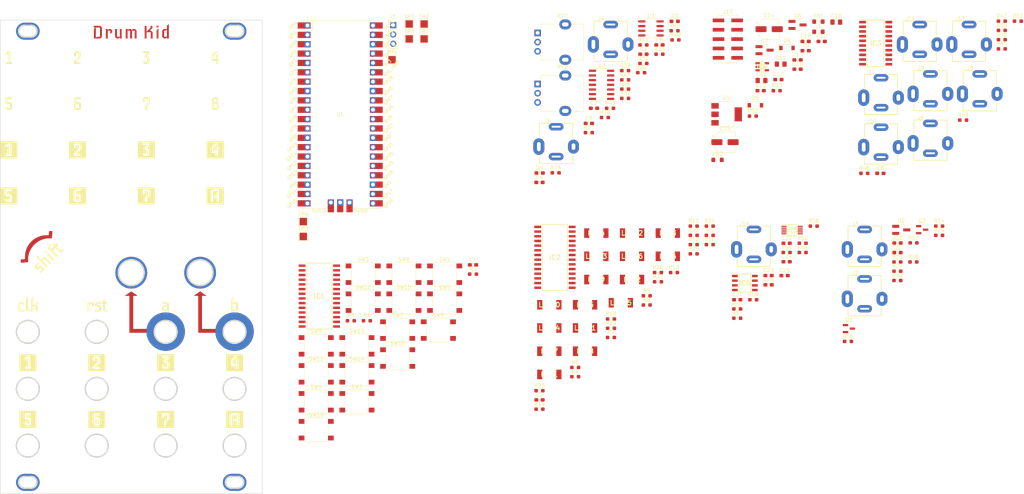
<source format=kicad_pcb>
(kicad_pcb (version 20211014) (generator pcbnew)
  (layers (0 "F.Cu" signal) (31 "B.Cu" signal) (34 "B.Paste" user) (35 "F.Paste" user) (36 "B.SilkS" user "B.Silkscreen") (37 "F.SilkS" user "F.Silkscreen") (38 "B.Mask" user) (39 "F.Mask" user) (44 "Edge.Cuts" user))
  (net 0 "")
  (net 1 "+3V3")
  (net 2 "GND")
  (net 3 "Net-(C3-Pad1)")
  (net 4 "Net-(C3-Pad2)")
  (net 5 "Net-(C4-Pad1)")
  (net 6 "Net-(C4-Pad2)")
  (net 7 "GNDA")
  (net 8 "+12V")
  (net 9 "-12V")
  (net 10 "+5V")
  (net 11 "VCC")
  (net 12 "Net-(C11-Pad2)")
  (net 13 "+3.3VA")
  (net 14 "VEE")
  (net 15 "ref_10v")
  (net 16 "ref_5v")
  (net 17 "v_ref_dac")
  (net 18 "Net-(C26-Pad1)")
  (net 19 "Net-(C26-Pad2)")
  (net 20 "Net-(D1-Pad1)")
  (net 21 "jack_detect")
  (net 22 "Net-(D3-Pad1)")
  (net 23 "Net-(D4-Pad1)")
  (net 24 "Net-(D5-Pad2)")
  (net 25 "Net-(D6-Pad1)")
  (net 26 "Net-(D10-Pad1)")
  (net 28 "/Buttons/button0")
  (net 29 "/Buttons/button1")
  (net 30 "/Buttons/button2")
  (net 31 "/Buttons/button3")
  (net 32 "/Buttons/button4")
  (net 33 "/Buttons/button5")
  (net 34 "/Buttons/button6")
  (net 35 "/Buttons/button7")
  (net 36 "i2c1_scl")
  (net 37 "i2c1_sda")
  (net 39 "Net-(IC1-Pad16)")
  (net 43 "/Buttons/button15")
  (net 44 "/Buttons/button14")
  (net 45 "/Buttons/button13")
  (net 46 "/Buttons/button12")
  (net 47 "/Buttons/button11")
  (net 48 "/Buttons/button10")
  (net 49 "/Buttons/button9")
  (net 50 "/Buttons/button8")
  (net 53 "/LEDs/led0")
  (net 54 "/LEDs/led1")
  (net 55 "/LEDs/led2")
  (net 56 "/LEDs/led3")
  (net 57 "/LEDs/led4")
  (net 58 "/LEDs/led5")
  (net 59 "/LEDs/led6")
  (net 60 "/LEDs/led7")
  (net 61 "i2c0_scl")
  (net 62 "i2c0_sda")
  (net 64 "Net-(IC2-Pad16)")
  (net 68 "/LEDs/led15")
  (net 69 "/LEDs/led14")
  (net 70 "/LEDs/led13")
  (net 71 "/LEDs/led12")
  (net 72 "/LEDs/led11")
  (net 73 "/LEDs/led10")
  (net 74 "/LEDs/led9")
  (net 75 "/LEDs/led8")
  (net 77 "trigger_out_a")
  (net 79 "trigger_out_b")
  (net 80 "/Trigger Outputs/trig_out6")
  (net 81 "trigger_out_c")
  (net 82 "/Trigger Outputs/trig_out5")
  (net 83 "trigger_out_d")
  (net 84 "/Trigger Outputs/trig_out4")
  (net 85 "trigger_out_e")
  (net 86 "/Trigger Outputs/trig_out3")
  (net 87 "trigger_out_f")
  (net 88 "/Trigger Outputs/trig_out2")
  (net 89 "trigger_out_g")
  (net 90 "/Trigger Outputs/trig_out1")
  (net 92 "/Trigger Outputs/trig_out0")
  (net 94 "v_out_dac")
  (net 96 "Net-(IC5-Pad5)")
  (net 97 "spi0_sck")
  (net 98 "spi0_cs")
  (net 99 "spi0_tx")
  (net 102 "ref_dac4")
  (net 105 "Net-(J1-Pad1)")
  (net 106 "Net-(J1-Pad3)")
  (net 107 "Net-(J2-PadTN)")
  (net 108 "Net-(J3-PadTN)")
  (net 109 "Net-(J6-PadT)")
  (net 111 "Net-(J7-PadT)")
  (net 113 "Net-(J8-PadT)")
  (net 115 "Net-(J9-PadT)")
  (net 117 "Net-(J10-PadT)")
  (net 119 "Net-(J11-PadT)")
  (net 121 "Net-(J12-PadT)")
  (net 123 "Net-(J14-PadT)")
  (net 125 "Net-(LED1-Pad2)")
  (net 126 "Net-(LED2-Pad2)")
  (net 127 "Net-(LED3-Pad2)")
  (net 128 "Net-(LED4-Pad2)")
  (net 129 "Net-(LED5-Pad2)")
  (net 130 "Net-(LED6-Pad2)")
  (net 131 "Net-(LED7-Pad2)")
  (net 132 "Net-(LED8-Pad2)")
  (net 133 "Net-(LED9-Pad2)")
  (net 134 "Net-(LED10-Pad2)")
  (net 135 "Net-(LED11-Pad2)")
  (net 136 "Net-(LED12-Pad2)")
  (net 137 "Net-(LED13-Pad2)")
  (net 138 "Net-(LED14-Pad2)")
  (net 139 "Net-(LED15-Pad2)")
  (net 140 "Net-(LED16-Pad2)")
  (net 141 "Net-(Q1-Pad1)")
  (net 142 "trigger_in_a")
  (net 143 "Net-(Q2-Pad1)")
  (net 144 "trigger_in_b")
  (net 145 "Net-(R32-Pad1)")
  (net 146 "Net-(R35-Pad1)")
  (net 147 "Net-(R35-Pad2)")
  (net 148 "Net-(R36-Pad1)")
  (net 149 "Net-(R37-Pad1)")
  (net 150 "Net-(R38-Pad1)")
  (net 151 "cv_in_a")
  (net 152 "Net-(R40-Pad1)")
  (net 153 "Net-(R41-Pad1)")
  (net 154 "Net-(R43-Pad1)")
  (net 155 "cv_in_b")
  (net 166 "Net-(U2-Pad13)")
  (footprint "Resistor_SMD:R_0603_1608Metric_Pad0.98x0.95mm_HandSolder" (layer "F.Cu") (at 144.57 121.81)
    (fp_text reference "R6")
    (fp_text value "560R")
  )
  (footprint "OPA172IDR:SOIC127P600X175-8N" (layer "F.Cu") (at 190.605 98.9)
    (fp_text reference "IC6")
    (fp_text value "OPA172IDR" hide)
  )
  (footprint "Capacitor_SMD:C_0603_1608Metric_Pad1.08x0.95mm_HandSolder" (layer "F.Cu") (at 197.03 99.39)
    (fp_text reference "C25")
    (fp_text value "100n")
  )
  (footprint "Resistor_SMD:R_0603_1608Metric_Pad0.98x0.95mm_HandSolder" (layer "F.Cu") (at 158.12 46.29)
    (fp_text reference "R34")
    (fp_text value "100k")
  )
  (footprint "AudioJacks:Jack_3.5mm_QingPu_WQP-PJ301BM_Vertical" (layer "F.Cu") (at 251.445 33.555)
    (fp_text reference "J12")
    (fp_text value "Out 5")
  )
  (footprint "Potentiometer_THT:Potentiometer_Alpha_RD901F-40-00D_Single_Vertical" (layer "F.Cu") (at 134.37 31.03)
    (fp_text reference "RV2")
    (fp_text value "B10K")
  )
  (footprint "Capacitor_SMD:C_0603_1608Metric_Pad1.08x0.95mm_HandSolder" (layer "F.Cu") (at 134.87 130.62)
    (fp_text reference "C2")
    (fp_text value "100n")
  )
  (footprint "Diode_SMD:D_SOD-123" (layer "F.Cu") (at 193.46 50.68)
    (fp_text reference "D5")
    (fp_text value "1N5819")
  )
  (footprint "XZMYK45WT-9:XZMYK45WT9" (layer "F.Cu") (at 137.545 123.705)
    (fp_text reference "LED1")
    (fp_text value "XZDGK45WT-9" hide)
  )
  (footprint "Resistor_SMD:R_0603_1608Metric_Pad0.98x0.95mm_HandSolder" (layer "F.Cu") (at 158.12 43.78)
    (fp_text reference "R44")
    (fp_text value "100R")
  )
  (footprint "Resistor_SMD:R_0603_1608Metric_Pad0.98x0.95mm_HandSolder" (layer "F.Cu") (at 163.07 39.32)
    (fp_text reference "R31")
    (fp_text value "100k")
  )
  (footprint "Inductor_SMD:L_0805_2012Metric_Pad1.05x1.20mm_HandSolder" (layer "F.Cu") (at 183.18 65.48)
    (fp_text reference "FB2")
    (fp_text value "100 @ 100MHz")
  )
  (footprint "Resistor_SMD:R_0603_1608Metric_Pad0.98x0.95mm_HandSolder" (layer "F.Cu") (at 134.87 133.13)
    (fp_text reference "R19")
    (fp_text value "560R")
  )
  (footprint "Resistor_SMD:R_0603_1608Metric_Pad0.98x0.95mm_HandSolder" (layer "F.Cu") (at 154.27 111.17)
    (fp_text reference "R23")
    (fp_text value "560R")
  )
  (footprint "Package_TO_SOT_SMD:SOT-23_Handsoldering" (layer "F.Cu") (at 195.94 35.72)
    (fp_text reference "U7")
    (fp_text value "LM4040DBZ-5")
  )
  (footprint "Resistor_SMD:R_0603_1608Metric_Pad0.98x0.95mm_HandSolder" (layer "F.Cu") (at 154.02 51.48)
    (fp_text reference "R43")
    (fp_text value "3.3k")
  )
  (footprint "XZMYK45WT-9:XZMYK45WT9" (layer "F.Cu") (at 156.945 104.255)
    (fp_text reference "LED15")
    (fp_text value "XZDGK45WT-9" hide)
  )
  (footprint "Capacitor_SMD:CP_Elec_5x5.3" (layer "F.Cu") (at 197.19 30.02)
    (fp_text reference "C14")
    (fp_text value "22u")
  )
  (footprint "Button_Switch_SMD:SW_Push_1P1T_NO_6x6mm_H9.5mm" (layer "F.Cu") (at 74.29 123.545)
    (fp_text reference "SW11")
    (fp_text value "COM-12992")
  )
  (footprint "Resistor_SMD:R_0603_1608Metric_Pad0.98x0.95mm_HandSolder" (layer "F.Cu") (at 83.69 109.14)
    (fp_text reference "R3")
    (fp_text value "4k7")
  )
  (footprint "Resistor_SMD:R_0603_1608Metric_Pad0.98x0.95mm_HandSolder" (layer "F.Cu") (at 176.72 85.97)
    (fp_text reference "R21")
    (fp_text value "560R")
  )
  (footprint "Package_TO_SOT_SMD:SOT-23_Handsoldering" (layer "F.Cu") (at 204.89 28.87)
    (fp_text reference "U6")
    (fp_text value "LM4040DBZ-10")
  )
  (footprint "Resistor_SMD:R_0603_1608Metric_Pad0.98x0.95mm_HandSolder" (layer "F.Cu") (at 139.26 69.01)
    (fp_text reference "R35")
    (fp_text value "10k")
  )
  (footprint "AudioJacks:Jack_3.5mm_QingPu_WQP-PJ301BM_Vertical" (layer "F.Cu") (at 223.105 102.585)
    (fp_text reference "J2")
    (fp_text value "Clock In")
  )
  (footprint "Capacitor_SMD:C_0603_1608Metric_Pad1.08x0.95mm_HandSolder" (layer "F.Cu") (at 167.42 34.3)
    (fp_text reference "C6")
    (fp_text value "100n")
  )
  (footprint "XZMYK45WT-9:XZMYK45WT9" (layer "F.Cu") (at 147.245 104.805)
    (fp_text reference "LED5")
    (fp_text value "XZDGK45WT-9" hide)
  )
  (footprint "Button_Switch_SMD:SW_Push_1P1T_NO_6x6mm_H9.5mm" (layer "F.Cu") (at 74.29 115.965)
    (fp_text reference "SW9")
    (fp_text value "COM-12992")
  )
  (footprint "AudioJacks:Jack_3.5mm_QingPu_WQP-PJ301BM_Vertical" (layer "F.Cu") (at 227.545 48.005)
    (fp_text reference "J7")
    (fp_text value "Out 2")
  )
  (footprint "Button_Switch_SMD:SW_Push_1P1T_NO_6x6mm_H9.5mm" (layer "F.Cu") (at 74.29 138.705)
    (fp_text reference "SW16")
    (fp_text value "COM-12992")
  )
  (footprint "XZMYK45WT-9:XZMYK45WT9" (layer "F.Cu") (at 150.295 91.655)
    (fp_text reference "LED13")
    (fp_text value "XZDGK45WT-9" hide)
  )
  (footprint "Button_Switch_SMD:SW_Push_1P1T_NO_6x6mm_H9.5mm" (layer "F.Cu") (at 109.14 104.095)
    (fp_text reference "SW5")
    (fp_text value "COM-12992")
  )
  (footprint "AudioJacks:Jack_3.5mm_QingPu_WQP-PJ301BM_Vertical" (layer "F.Cu") (at 139.395 61.295)
    (fp_text reference "J5")
    (fp_text value "CV In B")
  )
  (footprint "XZMYK45WT-9:XZMYK45WT9" (layer "F.Cu") (at 137.545 111.105)
    (fp_text reference "LED14")
    (fp_text value "XZM2CRK45WT-9" hide)
  )
  (footprint "Connector_PinHeader_2.54mm:PinHeader_1x03_P2.54mm_Vertical" (layer "F.Cu") (at 95.17 28.92)
    (fp_text reference "J1")
    (fp_text value "Debug")
  )
  (footprint "AudioJacks:Jack_3.5mm_QingPu_WQP-PJ301BM_Vertical" (layer "F.Cu") (at 223.105 89.165)
    (fp_text reference "J3")
    (fp_text value "Reset In")
  )
  (footprint "Resistor_SMD:R_0603_1608Metric_Pad0.98x0.95mm_HandSolder" (layer "F.Cu") (at 163.07 34.3)
    (fp_text reference "R41")
    (fp_text value "10k")
  )
  (footprint "TestPoint:TestPoint_Pad_2.0x2.0mm" (layer "F.Cu") (at 70.79 82.23)
    (fp_text reference "TP6")
    (fp_text value "SPI0 TX")
  )
  (footprint "Resistor_SMD:R_0603_1608Metric_Pad0.98x0.95mm_HandSolder" (layer "F.Cu") (at 206.28 90.62)
    (fp_text reference "R54")
    (fp_text value "4k7")
  )
  (footprint "Package_TO_SOT_SMD:SOT-23" (layer "F.Cu") (at 238.7 84.43)
    (fp_text reference "Q2")
    (fp_text value "MMBT3904")
  )
  (footprint "Capacitor_SMD:C_0603_1608Metric_Pad1.08x0.95mm_HandSolder" (layer "F.Cu") (at 116.84 93.98)
    (fp_text reference "C1")
    (fp_text value "100n")
  )
  (footprint "Resistor_SMD:R_0603_1608Metric_Pad0.98x0.95mm_HandSolder" (layer "F.Cu") (at 154.27 113.68)
    (fp_text reference "R7")
    (fp_text value "220R")
  )
  (footprint "Diode_SMD:D_0603_1608Metric_Pad1.05x0.95mm_HandSolder" (layer "F.Cu") (at 134.915 69.05)
    (fp_text reference "D4")
    (fp_text value "B72500D0160H060")
  )
  (footprint "Capacitor_SMD:C_0603_1608Metric_Pad1.08x0.95mm_HandSolder" (layer "F.Cu") (at 211.44 33.35)
    (fp_text reference "C12")
    (fp_text value "1u")
  )
  (footprint "TestPoint:TestPoint_Pad_2.0x2.0mm" (layer "F.Cu") (at 103.57 32.67)
    (fp_text reference "TP1")
    (fp_text value "I2C0 SCL")
  )
  (footprint "XZMYK45WT-9:XZMYK45WT9" (layer "F.Cu") (at 150.295 97.955)
    (fp_text reference "LED9")
    (fp_text value "XZDGK45WT-9" hide)
  )
  (footprint "Resistor_SMD:R_0603_1608Metric_Pad0.98x0.95mm_HandSolder" (layer "F.Cu") (at 249.82 54.69)
    (fp_text reference "R49")
    (fp_text value "1k")
  )
  (footprint "Button_Switch_SMD:SW_Push_1P1T_NO_6x6mm_H9.5mm" (layer "F.Cu") (at 74.29 131.125)
    (fp_text reference "SW4")
    (fp_text value "COM-12992")
  )
  (footprint "Resistor_SMD:R_0603_1608Metric_Pad0.98x0.95mm_HandSolder" (layer "F.Cu") (at 154.27 108.66)
    (fp_text reference "R18")
    (fp_text value "4k7")
  )
  (footprint "Resistor_SMD:R_0603_1608Metric_Pad0.98x0.95mm_HandSolder" (layer "F.Cu") (at 243.32 83.46)
    (fp_text reference "R14")
    (fp_text value "100k")
  )
  (footprint "Capacitor_SMD:C_0603_1608Metric_Pad1.08x0.95mm_HandSolder" (layer "F.Cu") (at 227.37 69.14)
    (fp_text reference "C8")
    (fp_text value "100n")
  )
  (footprint "AudioJacks:Jack_3.5mm_QingPu_WQP-PJ301BM_Vertical" (layer "F.Cu") (at 254.345 46.975)
    (fp_text reference "J8")
    (fp_text value "Out 7")
  )
  (footprint "AudioJacks:Jack_3.5mm_QingPu_WQP-PJ301BM_Vertical" (layer "F.Cu") (at 240.945 60.395)
    (fp_text reference "J6")
    (fp_text value "Out 1")
  )
  (footprint "Resistor_SMD:R_0603_1608Metric_Pad0.98x0.95mm_HandSolder" (layer "F.Cu") (at 260.32 30.36)
    (fp_text reference "R50")
    (fp_text value "1k")
  )
  (footprint "Capacitor_SMD:C_0603_1608Metric_Pad1.08x0.95mm_HandSolder" (layer "F.Cu") (at 201.93 93.13)
    (fp_text reference "C24")
    (fp_text value "100n")
  )
  (footprint "AudioJacks:Jack_3.5mm_QingPu_WQP-PJ301BM_Vertical" (layer "F.Cu") (at 154.195 33.555)
    (fp_text reference "J4")
    (fp_text value "CV In A")
  )
  (footprint "Inductor_SMD:L_0805_2012Metric_Pad1.05x1.20mm_HandSolder" (layer "F.Cu") (at 210.56 27.97)
    (fp_text reference "FB1")
    (fp_text value "100 @ 100MHz")
  )
  (footprint "Resistor_SMD:R_0603_1608Metric_Pad0.98x0.95mm_HandSolder" (layer "F.Cu") (at 181.07 83.46)
    (fp_text reference "R24")
    (fp_text value "220R")
  )
  (footprint "AudioJacks:Jack_3.5mm_QingPu_WQP-PJ301BM_Vertical" (layer "F.Cu") (at 238.045 33.555)
    (fp_text reference "J11")
    (fp_text value "Out 4")
  )
  (footprint "Resistor_SMD:R_0603_1608Metric_Pad0.98x0.95mm_HandSolder" (layer "F.Cu") (at 176.72 83.46)
    (fp_text reference "R11")
    (fp_text value "560R")
  )
  (footprint "ADP150AUJZ-3.3-R7:SOT95P280X100-5N" (layer "F.Cu") (at 195.315 40.22)
    (fp_text reference "IC4")
    (fp_text value "ADP150AUJZ-3.3-R7" hide)
  )
  (footprint "Resistor_SMD:R_0603_1608Metric_Pad0.98x0.95mm_HandSolder" (layer "F.Cu") (at 201.93 90.62)
    (fp_text reference "R56")
    (fp_text value "36k")
  )
  (footprint "AudioJacks:Jack_3.5mm_QingPu_WQP-PJ301BM_Vertical" (layer "F.Cu") (at 240.945 46.975)
    (fp_text reference "J9")
    (fp_text value "Out 3")
  )
  (footprint "Button_Switch_SMD:SW_Push_1P1T_NO_6x6mm_H9.5mm" (layer "F.Cu") (at 96.39 111.675)
    (fp_text reference "SW7")
    (fp_text value "COM-12992")
  )
  (footprint "Resistor_SMD:R_0603_1608Metric_Pad0.98x0.95mm_HandSolder" (layer "F.Cu") (at 236.37 88.01)
    (fp_text reference "R17")
    (fp_text value "10k")
  )
  (footprint "Resistor_SMD:R_0603_1608Metric_Pad0.98x0.95mm_HandSolder" (layer "F.Cu") (at 260.32 32.87)
    (fp_text reference "R48")
    (fp_text value "1k")
  )
  (footprint "Package_SO:SOIC-8_3.9x4.9mm_P1.27mm" (layer "F.Cu") (at 165.12 29.82)
    (fp_text reference "U3")
    (fp_text value "MCP6002-xMS")
  )
  (footprint "XZMYK45WT-9:XZMYK45WT9" (layer "F.Cu") (at 147.245 117.405)
    (fp_text reference "LED8")
    (fp_text value "XZM2CRK45WT-9" hide)
  )
  (footprint "TestPoint:TestPoint_Pad_2.0x2.0mm" (layer "F.Cu") (at 94.87 38.32)
    (fp_text reference "TP4")
    (fp_text value "I2C0 SDA")
  )
  (footprint "Resistor_SMD:R_0603_1608Metric_Pad0.98x0.95mm_HandSolder" (layer "F.Cu") (at 223.02 69.14)
    (fp_text reference "R46")
    (fp_text value "1k")
  )
  (footprint "DAC80501MDGST:SOP50P490X110-10N" (layer "F.Cu") (at 203.43 84.53)
    (fp_text reference "IC5")
    (fp_text value "DAC80501MDGST" hide)
  )
  (footprint "XZMYK45WT-9:XZMYK45WT9" (layer "F.Cu") (at 137.545 117.405)
    (fp_text reference "LED7")
    (fp_text value "XZDGK45WT-9" hide)
  )
  (footprint "XZMYK45WT-9:XZMYK45WT9" (layer "F.Cu") (at 150.295 85.355)
    (fp_text reference "LED4")
    (fp_text value "XZM2CRK45WT-9" hide)
  )
  (footprint "Button_Switch_SMD:SW_Push_1P1T_NO_6x6mm_H9.5mm" (layer "F.Cu") (at 96.39 119.255)
    (fp_text reference "SW10")
    (fp_text value "COM-12992")
  )
  (footprint "Capacitor_SMD:C_0603_1608Metric_Pad1.08x0.95mm_HandSolder" (layer "F.Cu") (at 148.27 55.59)
    (fp_text reference "C5")
    (fp_text value "100n")
  )
  (footprint "Capacitor_SMD:C_0603_1608Metric_Pad1.08x0.95mm_HandSolder" (layer "F.Cu") (at 207.09 35.86)
    (fp_text reference "C9")
    (fp_text value "1u")
  )
  (footprint "Resistor_SMD:R_0603_1608Metric_Pad0.98x0.95mm_HandSolder" (layer "F.Cu") (at 148.27 58.1)
    (fp_text reference "R37")
    (fp_text value "10k")
  )
  (footprint "Potentiometer_THT:Potentiometer_Alpha_RD901F-40-00D_Single_Vertical" (layer "F.Cu") (at 134.37 44.9)
    (fp_text reference "RV1")
    (fp_text value "B10K")
  )
  (footprint "Resistor_SMD:R_0603_1608Metric_Pad0.98x0.95mm_HandSolder" (layer "F.Cu") (at 88.04 109.14)
    (fp_text reference "R1")
    (fp_text value "10k")
  )
  (footprint "Resistor_SMD:R_0603_1608Metric_Pad0.98x0.95mm_HandSolder" (layer "F.Cu") (at 134.87 128.11)
    (fp_text reference "R25")
    (fp_text value "560R")
  )
  (footprint "Resistor_SMD:R_0603_1608Metric_Pad0.98x0.95mm_HandSolder" (layer "F.Cu") (at 231.98 95.7)
    (fp_text reference "R27")
    (fp_text value "100k")
  )
  (footprint "Button_Switch_SMD:SW_Push_1P1T_NO_6x6mm_H9.5mm" (layer "F.Cu") (at 87.04 104.095)
    (fp_text reference "SW12")
    (fp_text value "COM-12992")
  )
  (footprint "Panel:eduquencer-inkscape" (layer "F.Cu") (at 24.1 91.8)
    (fp_text reference "Ref**" hide)
    (fp_text value "Val**" hide)
    (fp_line (start 25.030731 50.442687) (end 25.072493 50.29562) (layer "Edge.Cuts") (width 0.352769))
    (fp_line (start 25.661985 -61.778307) (end 25.637125 -61.704833) (layer "Edge.Cuts") (width 0.35296))
    (fp_line (start 26.263203 62.486363) (end 26.327361 62.527494) (layer "Edge.Cuts") (width 0.35296))
    (fp_line (start 21.585895 6.243641) (end 21.48834 6.380827) (layer "Edge.Cuts") (width 0.35242))
    (fp_line (start -26.445088 53.86769) (end -26.574871 53.942313) (layer "Edge.Cuts") (width 0.352769))
    (fp_line (start -25.141013 34.756019) (end -25.092289 34.900019) (layer "Edge.Cuts") (width 0.352769))
    (fp_line (start -25.327008 49.739972) (end -25.258567 49.873602) (layer "Edge.Cuts") (width 0.352769))
    (fp_line (start -26.401457 -59.844065) (end -26.335237 -59.88214) (layer "Edge.Cuts") (width 0.35296))
    (fp_line (start 27.560416 17.28871) (end 27.715516 17.269001) (layer "Edge.Cuts") (width 0.352769))
    (fp_line (start 20.201405 1.133255) (end 20.352278 1.210527) (layer "Edge.Cuts") (width 0.35242))
    (fp_line (start 3.34211 5.327794) (end 3.287098 5.490376) (layer "Edge.Cuts") (width 0.35242))
    (fp_line (start 26.299551 38.391482) (end 26.178044 38.305076) (layer "Edge.Cuts") (width 0.352769))
    (fp_line (start -30.132588 62.238358) (end -30.080229 62.293275) (layer "Edge.Cuts") (width 0.35296))
    (fp_line (start 2.80428 2.193728) (end 2.901835 2.330914) (layer "Edge.Cuts") (width 0.35242))
    (fp_line (start -30.352524 61.928871) (end -30.314449 61.995091) (layer "Edge.Cuts") (width 0.35296))
    (fp_line (start -29.043451 59.595802) (end -29.123758 59.601909) (layer "Edge.Cuts") (width 0.35296))
    (fp_line (start -25.568675 18.497882) (end -25.48227 18.619389) (layer "Edge.Cuts") (width 0.352769))
    (fp_line (start 30.535501 61.175126) (end 30.535501 61.175038) (layer "Edge.Cuts") (width 0.35296))
    (fp_line (start -6.501354 50.010883) (end -6.445863 50.15162) (layer "Edge.Cuts") (width 0.352769))
    (fp_line (start 26.201206 -59.967357) (end 26.263203 -59.92327) (layer "Edge.Cuts") (width 0.35296))
    (fp_line (start -30.543374 61.175126) (end -30.543374 61.175126) (layer "Edge.Cuts") (width 0.35296))
    (fp_line (start 26.825989 38.677223) (end 26.688707 38.61516) (layer "Edge.Cuts") (width 0.352769))
    (fp_line (start 30.94342 52.282808) (end 30.887929 52.423545) (layer "Edge.Cuts") (width 0.352769))
    (fp_line (start -30.387444 -61.920163) (end -30.41911 -61.850117) (layer "Edge.Cuts") (width 0.35296))
    (fp_line (start -6.258588 20.352158) (end -6.258588 20.352158) (layer "Edge.Cuts") (width 0.352769))
    (fp_line (start -30.443574 33.850258) (end -30.346166 33.737806) (layer "Edge.Cuts") (width 0.352769))
    (fp_line (start 25.738267 53.301014) (end 25.640858 53.188563) (layer "Edge.Cuts") (width 0.352769))
    (fp_line (start -0.70483 0.859297) (end -0.53252 0.828526) (layer "Edge.Cuts") (width 0.35242))
    (fp_line (start 8.271727 23.263259) (end 8.130989 23.207768) (layer "Edge.Cuts") (width 0.352769))
    (fp_line (start 28.032324 38.920772) (end 27.872841 38.916739) (layer "Edge.Cuts") (width 0.352769))
    (fp_line (start 27.715452 32.738448) (end 27.872841 32.72648) (layer "Edge.Cuts") (width 0.352769))
    (fp_line (start -31.053701 36.596139) (end -31.088306 36.4462) (layer "Edge.Cuts") (width 0.352769))
    (fp_line (start 29.765089 38.391482) (end 29.639346 38.472094) (layer "Edge.Cuts") (width 0.352769))
    (fp_line (start 25.568093 61.093664) (end 25.566035 61.175038) (layer "Edge.Cuts") (width 0.35296))
    (fp_line (start -6.501354 34.615281) (end -6.445863 34.756019) (layer "Edge.Cuts") (width 0.352769))
    (fp_line (start 30.682801 49.610189) (end 30.757425 49.739972) (layer "Edge.Cuts") (width 0.352769))
    (fp_line (start 30.116123 38.115664) (end 30.003672 38.213072) (layer "Edge.Cuts") (width 0.352769))
    (fp_line (start 7.860011 38.546718) (end 7.730228 38.472094) (layer "Edge.Cuts") (width 0.352769))
    (fp_line (start -9.516447 38.916739) (end -9.673836 38.904771) (layer "Edge.Cuts") (width 0.352769))
    (fp_line (start 9.337256 38.920772) (end 9.337256 38.920772) (layer "Edge.Cuts") (width 0.352769))
    (fp_line (start -30.182288 62.180982) (end -30.132588 62.238358) (layer "Edge.Cuts") (width 0.35296))
    (fp_line (start -30.525154 60.93422) (end -30.53521 61.013358) (layer "Edge.Cuts") (width 0.35296))
    (fp_line (start 7.730295 17.701676) (end 7.860078 17.627052) (layer "Edge.Cuts") (width 0.352769))
    (fp_line (start -7.749939 38.472094) (end -7.879722 38.546718) (layer "Edge.Cuts") (width 0.352769))
    (fp_line (start 30.515784 49.362939) (end 30.602189 49.484446) (layer "Edge.Cuts") (width 0.352769))
    (fp_line (start -26.445088 38.472094) (end -26.574871 38.546718) (layer "Edge.Cuts") (width 0.352769))
    (fp_line (start -12.268066 50.15162) (end -12.212575 50.010883) (layer "Edge.Cuts") (width 0.352769))
    (fp_line (start 31.095767 35.349643) (end 31.115476 35.504743) (layer "Edge.Cuts") (width 0.352769))
    (fp_line (start -35.55 64.25) (end -35.55 -64.25) (layer "Edge.Cuts") (width 0.12))
    (fp_line (start -24.952957 51.217215) (end -24.952957 51.217215) (layer "Edge.Cuts") (width 0.352769))
    (fp_line (start -30.080229 62.293275) (end -30.025312 62.345633) (layer "Edge.Cuts") (width 0.35296))
    (fp_line (start 28.504294 32.758157) (end 28.656911 32.785411) (layer "Edge.Cuts") (width 0.352769))
    (fp_line (start 29.774171 -59.88214) (end 29.838329 -59.92327) (layer "Edge.Cuts") (width 0.35296))
    (fp_line (start -11.84043 53.071487) (end -11.926835 52.94998) (layer "Edge.Cuts") (width 0.352769))
    (fp_line (start -25.050526 36.596139) (end -25.092289 36.743206) (layer "Edge.Cuts") (width 0.352769))
    (fp_line (start 6.85379 53.071487) (end 6.767384 52.94998) (layer "Edge.Cuts") (width 0.352769))
    (fp_line (start 31.068512 51.841803) (end 31.033907 51.991742) (layer "Edge.Cuts") (width 0.352769))
    (fp_line (start 3.224447 5.649274) (end 3.154375 5.80427) (layer "Edge.Cuts") (width 0.35242))
    (fp_line (start -29.784907 17.782288) (end -29.659165 17.701676) (layer "Edge.Cuts") (width 0.352769))
    (fp_line (start -30.135917 33.527556) (end -30.023465 33.430148) (layer "Edge.Cuts") (width 0.352769))
    (fp_line (start -7.50347 22.835623) (end -7.624977 22.922028) (layer "Edge.Cuts") (width 0.352769))
    (fp_line (start 31.033975 21.126686) (end 30.992213 21.273753) (layer "Edge.Cuts") (width 0.352769))
    (fp_line (start -29.123758 59.601909) (end -29.202896 59.611965) (layer "Edge.Cuts") (width 0.35296))
    (fp_line (start 29.238653 48.361604) (end 29.375934 48.423668) (layer "Edge.Cuts") (width 0.352769))
    (fp_line (start -30.025312 62.345633) (end -29.967936 62.395334) (layer "Edge.Cuts") (width 0.35296))
    (fp_line (start 26.061035 17.960697) (end 26.178112 17.868693) (layer "Edge.Cuts") (width 0.352769))
    (fp_line (start -29.202896 59.611965) (end -29.280768 59.625871) (layer "Edge.Cuts") (width 0.35296))
    (fp_line (start 30.223823 22.543593) (end 30.116191 22.646211) (layer "Edge.Cuts") (width 0.352769))
    (fp_line (start 7.365968 22.743619) (end 7.253516 22.646211) (layer "Edge.Cuts") (width 0.352769))
    (fp_line (start -7.624196 48.647345) (end -7.502689 48.73375) (layer "Edge.Cuts") (width 0.352769))
    (fp_line (start 25.307213 34.344369) (end 25.381837 34.214586) (layer "Edge.Cuts") (width 0.352769))
    (fp_line (start 24.996125 36.4462) (end 24.968871 36.293583) (layer "Edge.Cuts") (width 0.352769))
    (fp_line (start 12.420476 20.035287) (end 12.432444 20.192675) (layer "Edge.Cuts") (width 0.352769))
    (fp_line (start 12.130802 52.560826) (end 12.062361 52.694455) (layer "Edge.Cuts") (width 0.352769))
    (fp_line (start 6.686773 37.428636) (end 6.612149 37.298853) (layer "Edge.Cuts") (width 0.352769))
    (fp_line (start -25.758061 53.301014) (end -25.860679 53.408645) (layer "Edge.Cuts") (width 0.352769))
    (fp_line (start 31.127444 51.057732) (end 31.131476 51.217215) (layer "Edge.Cuts") (width 0.352769))
    (fp_line (start -7.386394 17.960697) (end -7.273942 18.058105) (layer "Edge.Cuts") (width 0.352769))
    (fp_line (start -28.524085 54.280653) (end -28.676702 54.253399) (layer "Edge.Cuts") (width 0.352769))
    (fp_line (start 6.238099 35.821614) (end 6.242131 35.662132) (layer "Edge.Cuts") (width 0.352769))
    (fp_line (start -8.292151 17.441056) (end -8.151414 17.496547) (layer "Edge.Cuts") (width 0.352769))
    (fp_line (start 7.860011 53.942313) (end 7.730228 53.86769) (layer "Edge.Cuts") (width 0.352769))
    (fp_line (start 31.095767 50.745243) (end 31.115476 50.900344) (layer "Edge.Cuts") (width 0.352769))
    (fp_line (start -11.089733 53.787078) (end -11.21124 53.700673) (layer "Edge.Cuts") (width 0.352769))
    (fp_line (start 29.424439 62.685329) (end 29.497913 62.660469) (layer "Edge.Cuts") (width 0.35296))
    (fp_line (start -11.5484 33.630174) (end -11.440769 33.527556) (layer "Edge.Cuts") (width 0.352769))
    (fp_line (start -30.907723 34.615281) (end -30.84566 34.477999) (layer "Edge.Cuts") (width 0.352769))
    (fp_line (start 27.147333 62.75642) (end 27.147333 62.75642) (layer "Edge.Cuts") (width 0.35296))
    (fp_line (start 6.301062 35.197025) (end 6.335668 35.047086) (layer "Edge.Cuts") (width 0.352769))
    (fp_line (start 21.761162 5.955143) (end 21.676909 6.101673) (layer "Edge.Cuts") (width 0.35242))
    (fp_line (start 9.177773 54.31233) (end 9.020384 54.300362) (layer "Edge.Cuts") (width 0.352769))
    (fp_line (start -3.076396 2.619413) (end -2.992143 2.472883) (layer "Edge.Cuts") (width 0.35242))
    (fp_line (start 15.342658 5.327794) (end 15.295507 5.16175) (layer "Edge.Cuts") (width 0.35242))
    (fp_line (start 30.223755 33.630174) (end 30.326372 33.737806) (layer "Edge.Cuts") (width 0.352769))
    (fp_line (start -30.135942 22.646211) (end -30.243574 22.543593) (layer "Edge.Cuts") (width 0.352769))
    (fp_line (start -8.013352 33.02806) (end -7.879722 33.096501) (layer "Edge.Cuts") (width 0.352769))
    (fp_line (start 19.724931 0.94552) (end 19.887512 1.000531) (layer "Edge.Cuts") (width 0.35242))
    (fp_line (start -6.787095 49.484446) (end -6.706483 49.610189) (layer "Edge.Cuts") (width 0.352769))
    (fp_line (start 30.003672 48.825754) (end 30.116123 48.923162) (layer "Edge.Cuts") (width 0.352769))
    (fp_line (start 25.880175 -62.18072) (end 25.836089 -62.118723) (layer "Edge.Cuts") (width 0.35296))
    (fp_line (start 29.272894 -62.783769) (end 29.195023 -62.797675) (layer "Edge.Cuts") (width 0.35296))
    (fp_line (start -3.494162 4.46734) (end -3.498715 4.287278) (layer "Edge.Cuts") (width 0.35242))
    (fp_line (start -1.040162 0.94552) (end -0.874118 0.898368) (layer "Edge.Cuts") (width 0.35242))
    (fp_line (start -25.644998 60.704805) (end -25.669858 60.631331) (layer "Edge.Cuts") (width 0.35296))
    (fp_line (start 26.53181 62.632156) (end 26.60362 62.660469) (layer "Edge.Cuts") (width 0.35296))
    (fp_line (start -27.580168 17.28871) (end -27.427551 17.315964) (layer "Edge.Cuts") (width 0.352769))
    (fp_line (start 6.85379 37.675886) (end 6.767384 37.554379) (layer "Edge.Cuts") (width 0.352769))
    (fp_line (start -25.573908 -61.234597) (end -25.573908 -61.234597) (layer "Edge.Cuts") (width 0.35296))
    (fp_line (start 30.535501 61.175038) (end 30.533444 61.093664) (layer "Edge.Cuts") (width 0.35296))
    (fp_line (start 9.961843 48.181021) (end 10.111782 48.215627) (layer "Edge.Cuts") (width 0.352769))
    (fp_line (start -25.575965 61.256501) (end -25.573908 61.175126) (layer "Edge.Cuts") (width 0.35296))
    (fp_line (start 7.482978 48.73375) (end 7.604485 48.647345) (layer "Edge.Cuts") (width 0.352769))
    (fp_line (start -30.41911 -60.618992) (end -30.387444 -60.548946) (layer "Edge.Cuts") (width 0.35296))
    (fp_line (start 30.265445 60.290916) (end 30.221358 60.228919) (layer "Edge.Cuts") (width 0.35296))
    (fp_line (start -29.967936 -60.0143) (end -29.9082 -59.967357) (layer "Edge.Cuts") (width 0.35296))
    (fp_line (start 2.093901 7.091206) (end 1.956715 7.188761) (layer "Edge.Cuts") (width 0.35242))
    (fp_line (start 6.686773 52.824238) (end 6.612149 52.694455) (layer "Edge.Cuts") (width 0.352769))
    (fp_line (start 30.887929 34.615281) (end 30.94342 34.756019) (layer "Edge.Cuts") (width 0.352769))
    (fp_line (start 12.373449 51.841803) (end 12.338843 51.991742) (layer "Edge.Cuts") (width 0.352769))
    (fp_line (start 15.460321 5.649274) (end 15.39767 5.490376) (layer "Edge.Cuts") (width 0.35242))
    (fp_line (start 15.225664 3.754404) (end 15.256436 3.582093) (layer "Edge.Cuts") (width 0.35242))
    (fp_line (start -8.29137 48.306113) (end -8.150633 48.361604) (layer "Edge.Cuts") (width 0.352769))
    (fp_line (start 27.560351 54.280653) (end 27.407734 54.253399) (layer "Edge.Cuts") (width 0.352769))
    (fp_line (start 19.887512 7.574025) (end 19.724931 7.629036) (layer "Edge.Cuts") (width 0.35242))
    (fp_line (start 7.043267 22.435962) (end 6.945859 22.32351) (layer "Edge.Cuts") (width 0.352769))
    (fp_line (start -26.986519 48.306113) (end -26.845782 48.361604) (layer "Edge.Cuts") (width 0.352769))
    (fp_line (start -11.441548 22.646211) (end -11.54918 22.543593) (layer "Edge.Cuts") (width 0.352769))
    (fp_line (start 9.809226 32.758157) (end 9.961843 32.785411) (layer "Edge.Cuts") (width 0.352769))
    (fp_line (start -25.401632 52.824238) (end -25.482244 52.94998) (layer "Edge.Cuts") (width 0.352769))
    (fp_line (start -29.123758 -62.807731) (end -29.202896 -62.797675) (layer "Edge.Cuts") (width 0.35296))
    (fp_line (start 12.297145 19.430563) (end 12.338907 19.57763) (layer "Edge.Cuts") (width 0.352769))
    (fp_line (start 0.705538 7.715259) (end 0.533227 7.74603) (layer "Edge.Cuts") (width 0.35242))
    (fp_line (start -28.052139 17.253) (end -28.052139 17.253) (layer "Edge.Cuts") (width 0.352769))
    (fp_line (start 6.85379 49.362939) (end 6.945794 49.245863) (layer "Edge.Cuts") (width 0.352769))
    (fp_line (start 28.349194 32.738448) (end 28.504294 32.758157) (layer "Edge.Cuts") (width 0.352769))
    (fp_line (start -30.229232 62.121245) (end -30.182288 62.180982) (layer "Edge.Cuts") (width 0.35296))
    (fp_line (start 9.961843 54.253399) (end 9.809226 54.280653) (layer "Edge.Cuts") (width 0.352769))
    (fp_line (start 30.43955 -61.778307) (end 30.411237 -61.850117) (layer "Edge.Cuts") (width 0.35296))
    (fp_line (start 21.037108 6.877353) (end 20.910146 6.98733) (layer "Edge.Cuts") (width 0.35242))
    (fp_line (start 30.517282 -60.993692) (end 30.527337 -61.07283) (layer "Edge.Cuts") (width 0.35296))
    (fp_line (start -24.968957 35.504743) (end -24.956989 35.662132) (layer "Edge.Cuts") (width 0.352769))
    (fp_line (start 20.640776 7.188761) (end 20.498808 7.279775) (layer "Edge.Cuts") (width 0.35242))
    (fp_line (start -28.973708 32.86178) (end -28.826641 32.820017) (layer "Edge.Cuts") (width 0.352769))
    (fp_line (start -2.992143 6.101673) (end -3.076396 5.955143) (layer "Edge.Cuts") (width 0.35242))
    (fp_line (start 24.968871 50.745243) (end 24.996125 50.592626) (layer "Edge.Cuts") (width 0.352769))
    (fp_line (start 31.033907 51.991742) (end 30.992144 52.138809) (layer "Edge.Cuts") (width 0.352769))
    (fp_line (start 2.901835 2.330914) (end 2.992849 2.472883) (layer "Edge.Cuts") (width 0.35242))
    (fp_line (start -6.273808 36.138484) (end -6.293517 36.293583) (layer "Edge.Cuts") (width 0.352769))
    (fp_line (start 18.684416 7.786347) (end 18.684416 7.786347) (layer "Edge.Cuts") (width 0.35242))
    (fp_line (start -10.564078 17.496547) (end -10.42334 17.441056) (layer "Edge.Cuts") (width 0.352769))
    (fp_line (start -30.702595 34.214586) (end -30.621983 34.088843) (layer "Edge.Cuts") (width 0.352769))
    (fp_line (start -6.320771 50.592626) (end -6.293517 50.745243) (layer "Edge.Cuts") (width 0.352769))
    (fp_line (start 26.752134 -62.766112) (end 26.677094 -62.744804) (layer "Edge.Cuts") (width 0.35296))
    (fp_line (start -30.963214 36.887205) (end -31.011938 36.743206) (layer "Edge.Cuts") (width 0.352769))
    (fp_line (start -28.52411 17.28871) (end -28.36901 17.269001) (layer "Edge.Cuts") (width 0.352769))
    (fp_line (start -12.45209 51.057732) (end -12.440122 50.900344) (layer "Edge.Cuts") (width 0.352769))
    (fp_line (start -31.053701 35.047086) (end -31.011938 34.900019) (layer "Edge.Cuts") (width 0.352769))
    (fp_line (start -26.197838 48.73375) (end -26.080762 48.825754) (layer "Edge.Cuts") (width 0.352769))
    (fp_line (start -6.445863 36.887205) (end -6.501354 37.027942) (layer "Edge.Cuts") (width 0.352769))
    (fp_line (start -26.445114 23.00264) (end -26.574897 23.077264) (layer "Edge.Cuts") (width 0.352769))
    (fp_line (start 21.158628 1.813062) (end 21.274487 1.934582) (layer "Edge.Cuts") (width 0.35242))
    (fp_line (start 25.381837 52.824238) (end 25.307213 52.694455) (layer "Edge.Cuts") (width 0.352769))
    (fp_line (start 25.794959 -60.414543) (end 25.836089 -60.350385) (layer "Edge.Cuts") (width 0.35296))
    (fp_line (start 30.485719 60.779844) (end 30.464411 60.704805) (layer "Edge.Cuts") (width 0.35296))
    (fp_line (start 26.966793 17.441056) (end 27.110792 17.392332) (layer "Edge.Cuts") (width 0.352769))
    (fp_line (start -9.981553 32.785411) (end -9.828936 32.758157) (layer "Edge.Cuts") (width 0.352769))
    (fp_line (start -29.258445 54.072817) (end -29.395726 54.010754) (layer "Edge.Cuts") (width 0.352769))
    (fp_line (start -8.884994 32.758157) (end -8.732376 32.785411) (layer "Edge.Cuts") (width 0.352769))
    (fp_line (start -29.432313 -59.724305) (end -29.357273 -59.702997) (layer "Edge.Cuts") (width 0.35296))
    (fp_line (start -30.907723 52.423545) (end -30.963214 52.282808) (layer "Edge.Cuts") (width 0.352769))
    (fp_line (start 25.072562 21.273753) (end 25.030799 21.126686) (layer "Edge.Cuts") (width 0.352769))
    (fp_line (start 30.43955 -60.690801) (end 30.464411 -60.764276) (layer "Edge.Cuts") (width 0.35296))
    (fp_line (start -25.050526 35.047086) (end -25.015921 35.197025) (layer "Edge.Cuts") (width 0.352769))
    (fp_line (start 10.258849 38.781439) (end 10.111782 38.823202) (layer "Edge.Cuts") (width 0.352769))
    (fp_line (start 25.721964 61.860688) (end 25.756884 61.928871) (layer "Edge.Cuts") (width 0.35296))
    (fp_line (start 26.029177 60.05689) (end 25.976819 60.111807) (layer "Edge.Cuts") (width 0.35296))
    (fp_line (start 2.353047 6.877353) (end 2.226085 6.98733) (layer "Edge.Cuts") (width 0.35242))
    (fp_line (start -30.229232 60.228919) (end -30.273318 60.290916) (layer "Edge.Cuts") (width 0.35296))
    (fp_line (start -29.846203 -59.92327) (end -29.782045 -59.88214) (layer "Edge.Cuts") (width 0.35296))
    (fp_line (start -12.150512 37.165223) (end -12.212575 37.027942) (layer "Edge.Cuts") (width 0.352769))
    (fp_line (start 22.073321 3.412806) (end 22.112392 3.582093) (layer "Edge.Cuts") (width 0.35242))
    (fp_line (start -29.577596 59.718009) (end -29.647642 59.749675) (layer "Edge.Cuts") (width 0.35296))
    (fp_line (start -10.563297 48.361604) (end -10.422559 48.306113) (layer "Edge.Cuts") (width 0.352769))
    (fp_line (start 28.954203 -59.653214) (end 29.035578 -59.655272) (layer "Edge.Cuts") (width 0.35296))
    (fp_line (start 11.631373 22.435962) (end 11.528756 22.543593) (layer "Edge.Cuts") (width 0.352769))
    (fp_line (start 29.569722 -62.691631) (end 29.497913 -62.719944) (layer "Edge.Cuts") (width 0.35296))
    (fp_line (start -29.258445 38.677223) (end -29.395726 38.61516) (layer "Edge.Cuts") (width 0.352769))
    (fp_line (start 25.584255 -60.993692) (end 25.59816 -60.91582) (layer "Edge.Cuts") (width 0.35296))
    (fp_line (start 19.217289 0.828526) (end 19.3896 0.859297) (layer "Edge.Cuts") (width 0.35242))
    (fp_line (start -26.037052 -60.116359) (end -25.984694 -60.171276) (layer "Edge.Cuts") (width 0.35296))
    (fp_line (start 29.886663 22.835623) (end 29.765156 22.922028) (layer "Edge.Cuts") (width 0.352769))
    (fp_line (start -10.27934 23.311983) (end -10.42334 23.263259) (layer "Edge.Cuts") (width 0.352769))
    (fp_line (start -6.293517 35.349643) (end -6.273808 35.504743) (layer "Edge.Cuts") (width 0.352769))
    (fp_line (start 29.960062 59.954831) (end 29.900326 59.907888) (layer "Edge.Cuts") (width 0.35296))
    (fp_line (start -6.563418 52.560826) (end -6.631859 52.694455) (layer "Edge.Cuts") (width 0.352769))
    (fp_line (start -11.748426 37.792963) (end -11.84043 37.675886) (layer "Edge.Cuts") (width 0.352769))
    (fp_line (start -11.749205 22.32351) (end -11.841209 22.206433) (layer "Edge.Cuts") (width 0.352769))
    (fp_line (start 31.095835 20.824129) (end 31.068581 20.976746) (layer "Edge.Cuts") (width 0.352769))
    (fp_line (start 29.900326 -59.967357) (end 29.960062 -60.0143) (layer "Edge.Cuts") (width 0.35296))
    (fp_line (start 10.94428 33.171125) (end 11.070023 33.251738) (layer "Edge.Cuts") (width 0.352769))
    (fp_line (start 21.676909 6.101673) (end 21.585895 6.243641) (layer "Edge.Cuts") (width 0.35242))
    (fp_line (start 25.307281 21.829401) (end 25.23884 21.695771) (layer "Edge.Cuts") (width 0.352769))
    (fp_line (start -30.447423 -60.690801) (end -30.41911 -60.618992) (layer "Edge.Cuts") (width 0.35296))
    (fp_line (start -29.202896 -59.671434) (end -29.123758 -59.661378) (layer "Edge.Cuts") (width 0.35296))
    (fp_line (start -29.505787 -59.749165) (end -29.432313 -59.724305) (layer "Edge.Cuts") (width 0.35296))
    (fp_line (start 6.273808 36.293583) (end 6.254099 36.138484) (layer "Edge.Cuts") (width 0.352769))
    (fp_line (start 12.192866 50.010883) (end 12.248357 50.15162) (layer "Edge.Cuts") (width 0.352769))
    (fp_line (start 25.072493 52.138809) (end 25.030731 51.991742) (layer "Edge.Cuts") (width 0.352769))
    (fp_line (start 26.688707 54.010754) (end 26.555078 53.942313) (layer "Edge.Cuts") (width 0.352769))
    (fp_line (start -26.037052 60.05689) (end -26.091969 60.004531) (layer "Edge.Cuts") (width 0.35296))
    (fp_line (start -29.659165 23.00264) (end -29.784907 22.922028) (layer "Edge.Cuts") (width 0.352769))
    (fp_line (start 29.707951 59.784596) (end 29.639768 59.749675) (layer "Edge.Cuts") (width 0.35296))
    (fp_line (start -30.314449 61.995091) (end -30.273318 62.059249) (layer "Edge.Cuts") (width 0.35296))
    (fp_line (start 31.115544 20.035287) (end 31.127512 20.192675) (layer "Edge.Cuts") (width 0.352769))
    (fp_line (start 25.840952 22.543593) (end 25.738334 22.435962) (layer "Edge.Cuts") (width 0.352769))
    (fp_line (start -26.539685 -59.777478) (end -26.469639 -59.809144) (layer "Edge.Cuts") (width 0.35296))
    (fp_line (start -6.8735 37.675886) (end -6.965504 37.792963) (layer "Edge.Cuts") (width 0.352769))
    (fp_line (start -7.624196 53.787078) (end -7.749939 53.86769) (layer "Edge.Cuts") (width 0.352769))
    (fp_line (start 25.615817 61.570321) (end 25.637125 61.64536) (layer "Edge.Cuts") (width 0.35296))
    (fp_line (start 30.535501 -61.234597) (end 30.533444 -61.315972) (layer "Edge.Cuts") (width 0.35296))
    (fp_line (start 30.174415 -62.240457) (end 30.124714 -62.297833) (layer "Edge.Cuts") (width 0.35296))
    (fp_line (start 30.411237 -60.618992) (end 30.43955 -60.690801) (layer "Edge.Cuts") (width 0.35296))
    (fp_line (start -28.052114 32.722447) (end -28.052114 32.722447) (layer "Edge.Cuts") (width 0.352769))
    (fp_line (start 28.954203 59.593745) (end 28.954203 59.593745) (layer "Edge.Cuts") (width 0.35296))
    (fp_line (start 15.225664 4.820152) (end 15.203412 4.645038) (layer "Edge.Cuts") (width 0.35242))
    (fp_line (start 12.436413 35.821614) (end 12.436413 35.821614) (layer "Edge.Cuts") (width 0.352769))
    (fp_line (start 35.55 64.25) (end -35.55 64.25) (layer "Edge.Cuts") (width 0.12))
    (fp_line (start -29.529356 33.096501) (end -29.395726 33.02806) (layer "Edge.Cuts") (width 0.352769))
    (fp_line (start 26.677094 -59.724305) (end 26.752134 -59.702997) (layer "Edge.Cuts") (width 0.35296))
    (fp_line (start 28.349194 54.300362) (end 28.191805 54.31233) (layer "Edge.Cuts") (width 0.352769))
    (fp_line (start 10.814497 33.096501) (end 10.94428 33.171125) (layer "Edge.Cuts") (width 0.352769))
    (fp_line (start -10.700578 48.423668) (end -10.563297 48.361604) (layer "Edge.Cuts") (width 0.352769))
    (fp_line (start -7.165529 53.408645) (end -7.273161 53.511262) (layer "Edge.Cuts") (width 0.352769))
    (fp_line (start -30.493592 -60.839315) (end -30.472284 -60.764276) (layer "Edge.Cuts") (width 0.35296))
    (fp_line (start 6.242195 20.192675) (end 6.254163 20.035287) (layer "Edge.Cuts") (width 0.352769))
    (fp_line (start -26.993524 -59.661378) (end -26.914385 -59.671434) (layer "Edge.Cuts") (width 0.35296))
    (fp_line (start 25.738267 33.737806) (end 25.840884 33.630174) (layer "Edge.Cuts") (width 0.352769))
    (fp_line (start 10.402849 32.910504) (end 10.543586 32.965996) (layer "Edge.Cuts") (width 0.352769))
    (fp_line (start -25.327008 37.298853) (end -25.401632 37.428636) (layer "Edge.Cuts") (width 0.352769))
    (fp_line (start 27.872905 17.257033) (end 28.032387 17.253) (layer "Edge.Cuts") (width 0.352769))
    (fp_line (start 10.111782 32.820017) (end 10.258849 32.86178) (layer "Edge.Cuts") (width 0.352769))
    (fp_line (start -29.395726 33.02806) (end -29.258445 32.965996) (layer "Edge.Cuts") (width 0.352769))
    (fp_line (start 10.543586 32.965996) (end 10.680867 33.02806) (layer "Edge.Cuts") (width 0.352769))
    (fp_line (start 31.068512 35.197025) (end 31.095767 35.349643) (layer "Edge.Cuts") (width 0.352769))
    (fp_line (start 28.504294 38.885062) (end 28.349194 38.904771) (layer "Edge.Cuts") (width 0.352769))
    (fp_line (start 12.400704 50.745243) (end 12.420413 50.900344) (layer "Edge.Cuts") (width 0.352769))
    (fp_line (start -9.197482 54.31233) (end -9.356965 54.316362) (layer "Edge.Cuts") (width 0.352769))
    (fp_line (start -10.563297 54.072817) (end -10.700578 54.010754) (layer "Edge.Cuts") (width 0.352769))
    (fp_line (start 25.548854 53.071487) (end 25.462449 52.94998) (layer "Edge.Cuts") (width 0.352769))
    (fp_line (start -29.202896 -62.797675) (end -29.280768 -62.783769) (layer "Edge.Cuts") (width 0.35296))
    (fp_line (start 12.297081 50.29562) (end 12.338843 50.442687) (layer "Edge.Cuts") (width 0.352769))
    (fp_line (start 28.191869 17.257033) (end 28.349258 17.269001) (layer "Edge.Cuts") (width 0.352769))
    (fp_line (start -29.280768 -62.783769) (end -29.357273 -62.766112) (layer "Edge.Cuts") (width 0.35296))
    (fp_line (start -31.011938 52.138809) (end -31.053701 51.991742) (layer "Edge.Cuts") (width 0.352769))
    (fp_line (start -25.092289 36.743206) (end -25.141013 36.887205) (layer "Edge.Cuts") (width 0.352769))
    (fp_line (start -25.802833 61.995091) (end -25.764758 61.928871) (layer "Edge.Cuts") (width 0.35296))
    (fp_line (start 30.887929 37.027942) (end 30.825866 37.165223) (layer "Edge.Cuts") (width 0.352769))
    (fp_line (start -25.568649 49.362939) (end -25.482244 49.484446) (layer "Edge.Cuts") (width 0.352769))
    (fp_line (start 25.756884 -60.480763) (end 25.794959 -60.414543) (layer "Edge.Cuts") (width 0.35296))
    (fp_line (start 28.032387 23.451315) (end 27.872905 23.447283) (layer "Edge.Cuts") (width 0.352769))
    (fp_line (start 19.558887 0.898368) (end 19.724931 0.94552) (layer "Edge.Cuts") (width 0.35242))
    (fp_line (start -29.715825 59.784596) (end -29.782045 59.822671) (layer "Edge.Cuts") (width 0.35296))
    (fp_line (start -6.355377 51.991742) (end -6.397139 52.138809) (layer "Edge.Cuts") (width 0.352769))
    (fp_line (start 21.48834 6.380827) (end 21.384464 6.513011) (layer "Edge.Cuts") (width 0.35242))
    (fp_line (start -7.879722 53.942313) (end -8.013352 54.010754) (layer "Edge.Cuts") (width 0.352769))
    (fp_line (start -8.013352 38.61516) (end -8.150633 38.677223) (layer "Edge.Cuts") (width 0.352769))
    (fp_line (start 29.375934 38.61516) (end 29.238653 38.677223) (layer "Edge.Cuts") (width 0.352769))
    (fp_line (start 9.654126 32.738448) (end 9.809226 32.758157) (layer "Edge.Cuts") (width 0.352769))
    (fp_line (start -10.701359 23.145705) (end -10.834988 23.077264) (layer "Edge.Cuts") (width 0.352769))
    (fp_line (start 26.461764 -62.659964) (end 26.393581 -62.625044) (layer "Edge.Cuts") (width 0.35296))
    (fp_line (start 2.80428 6.380827) (end 2.700404 6.513011) (layer "Edge.Cuts") (width 0.35242))
    (fp_line (start 30.515784 33.967335) (end 30.602189 34.088843) (layer "Edge.Cuts") (width 0.352769))
    (fp_line (start -30.447423 60.631331) (end -30.472284 60.704805) (layer "Edge.Cuts") (width 0.35296))
    (fp_line (start 20.910146 1.587226) (end 21.037108 1.697203) (layer "Edge.Cuts") (width 0.35242))
    (fp_line (start -29.782045 59.822671) (end -29.846203 59.863801) (layer "Edge.Cuts") (width 0.35296))
    (fp_line (start 15.607666 5.955143) (end 15.530393 5.80427) (layer "Edge.Cuts") (width 0.35242))
    (fp_line (start -25.62369 60.779844) (end -25.644998 60.704805) (layer "Edge.Cuts") (width 0.35296))
    (fp_line (start 30.379571 -60.548946) (end 30.411237 -60.618992) (layer "Edge.Cuts") (width 0.35296))
    (fp_line (start -29.432313 -62.744804) (end -29.505787 -62.719944) (layer "Edge.Cuts") (width 0.35296))
    (fp_line (start -12.31679 34.900019) (end -12.268066 34.756019) (layer "Edge.Cuts") (width 0.352769))
    (fp_line (start -7.062912 49.133411) (end -6.965504 49.245863) (layer "Edge.Cuts") (width 0.352769))
    (fp_line (start -29.906414 22.835623) (end -30.023491 22.743619) (layer "Edge.Cuts") (width 0.352769))
    (fp_line (start 29.886595 53.700673) (end 29.765089 53.787078) (layer "Edge.Cuts") (width 0.352769))
    (fp_line (start -9.356965 54.316362) (end -9.516447 54.31233) (layer "Edge.Cuts") (width 0.352769))
    (fp_line (start 28.656911 32.785411) (end 28.80685 32.820017) (layer "Edge.Cuts") (width 0.352769))
    (fp_line (start -24.988666 50.745243) (end -24.968957 50.900344) (layer "Edge.Cuts") (width 0.352769))
    (fp_line (start -25.764758 61.928871) (end -25.729838 61.860688) (layer "Edge.Cuts") (width 0.35296))
    (fp_line (start 9.809294 17.28871) (end 9.961911 17.315964) (layer "Edge.Cuts") (width 0.352769))
    (fp_line (start -25.141013 36.887205) (end -25.196504 37.027942) (layer "Edge.Cuts") (width 0.352769))
    (fp_line (start -30.346166 53.301014) (end -30.443574 53.188563) (layer "Edge.Cuts") (width 0.352769))
    (fp_line (start 12.432444 20.192675) (end 12.436477 20.352158) (layer "Edge.Cuts") (width 0.352769))
    (fp_line (start 6.767384 52.94998) (end 6.686773 52.824238) (layer "Edge.Cuts") (width 0.352769))
    (fp_line (start 9.337256 54.316362) (end 9.337256 54.316362) (layer "Edge.Cuts") (width 0.352769))
    (fp_line (start -24.968983 20.035287) (end -24.957015 20.192675) (layer "Edge.Cuts") (width 0.352769))
    (fp_line (start -31.115561 51.689186) (end -31.13527 51.534086) (layer "Edge.Cuts") (width 0.352769))
    (fp_line (start 25.548854 33.967335) (end 25.640858 33.850258) (layer "Edge.Cuts") (width 0.352769))
    (fp_line (start -25.092289 34.900019) (end -25.050526 35.047086) (layer "Edge.Cuts") (width 0.352769))
    (fp_line (start 35.549994 -64.249998) (end 35.549994 -64.249998) (layer "Edge.Cuts") (width 0.084642))
    (fp_line (start 22.183481 4.287278) (end 22.183481 4.287278) (layer "Edge.Cuts") (width 0.35242))
    (fp_line (start -12.452868 20.192675) (end -12.4409 20.035287) (layer "Edge.Cuts") (width 0.352769))
    (fp_line (start -30.84566 37.165223) (end -30.907723 37.027942) (layer "Edge.Cuts") (width 0.352769))
    (fp_line (start 30.535501 -61.234597) (end 30.535501 -61.234597) (layer "Edge.Cuts") (width 0.35296))
    (fp_line (start -30.472284 -60.764276) (end -30.447423 -60.690801) (layer "Edge.Cuts") (width 0.35296))
    (fp_line (start -25.592127 61.415945) (end -25.582071 61.336807) (layer "Edge.Cuts") (width 0.35296))
    (fp_line (start 29.509563 38.546718) (end 29.375934 38.61516) (layer "Edge.Cuts") (width 0.352769))
    (fp_line (start -10.834988 17.627052) (end -10.701359 17.558611) (layer "Edge.Cuts") (width 0.352769))
    (fp_line (start 25.927118 -62.240457) (end 25.880175 -62.18072) (layer "Edge.Cuts") (width 0.35296))
    (fp_line (start 25.462449 52.94998) (end 25.381837 52.824238) (layer "Edge.Cuts") (width 0.352769))
    (fp_line (start 6.543708 49.873602) (end 6.612149 49.739972) (layer "Edge.Cuts") (width 0.352769))
    (fp_line (start 28.504294 54.280653) (end 28.349194 54.300362) (layer "Edge.Cuts") (width 0.352769))
    (fp_line (start -7.273942 22.646211) (end -7.386394 22.743619) (layer "Edge.Cuts") (width 0.352769))
    (fp_line (start -30.346191 22.435962) (end -30.443599 22.32351) (layer "Edge.Cuts") (width 0.352769))
    (fp_line (start -26.091969 60.004531) (end -26.149345 59.954831) (layer "Edge.Cuts") (width 0.35296))
    (fp_line (start -6.8735 49.362939) (end -6.787095 49.484446) (layer "Edge.Cuts") (width 0.352769))
    (fp_line (start -26.708501 54.010754) (end -26.845782 54.072817) (layer "Edge.Cuts") (width 0.352769))
    (fp_line (start -2.58972 6.639973) (end -2.699698 6.513011) (layer "Edge.Cuts") (width 0.35242))
    (fp_line (start -30.845686 19.008545) (end -30.777245 18.874915) (layer "Edge.Cuts") (width 0.352769))
    (fp_line (start 9.496806 23.447283) (end 9.337324 23.451315) (layer "Edge.Cuts") (width 0.352769))
    (fp_line (start -28.524085 48.153767) (end -28.368984 48.134058) (layer "Edge.Cuts") (width 0.352769))
    (fp_line (start 26.327361 -59.88214) (end 26.393581 -59.844065) (layer "Edge.Cuts") (width 0.35296))
    (fp_line (start -10.27934 17.392332) (end -10.132274 17.35057) (layer "Edge.Cuts") (width 0.352769))
    (fp_line (start -30.132588 -60.171276) (end -30.080229 -60.116359) (layer "Edge.Cuts") (width 0.35296))
    (fp_line (start 30.533444 61.256501) (end 30.535501 61.175126) (layer "Edge.Cuts") (width 0.35296))
    (fp_line (start -28.973708 38.781439) (end -29.117708 38.732715) (layer "Edge.Cuts") (width 0.352769))
    (fp_line (start 9.654194 23.435315) (end 9.496806 23.447283) (layer "Edge.Cuts") (width 0.352769))
    (fp_line (start -29.577596 62.632156) (end -29.505787 62.660469) (layer "Edge.Cuts") (width 0.35296))
    (fp_line (start -12.45209 35.981096) (end -12.456122 35.821614) (layer "Edge.Cuts") (width 0.352769))
    (fp_line (start 29.900326 62.442277) (end 29.960062 62.395334) (layer "Edge.Cuts") (width 0.35296))
    (fp_line (start 30.017439 -62.405108) (end 29.960062 -62.454809) (layer "Edge.Cuts") (width 0.35296))
    (fp_line (start 26.425294 53.86769) (end 26.299551 53.787078) (layer "Edge.Cuts") (width 0.352769))
    (fp_line (start 12.420476 20.669029) (end 12.400768 20.824129) (layer "Edge.Cuts") (width 0.352769))
    (fp_line (start -29.280768 -59.68534) (end -29.202896 -59.671434) (layer "Edge.Cuts") (width 0.35296))
    (fp_line (start 8.865284 48.153767) (end 9.020384 48.134058) (layer "Edge.Cuts") (width 0.352769))
    (fp_line (start 29.035578 62.754362) (end 29.115884 62.748256) (layer "Edge.Cuts") (width 0.35296))
    (fp_line (start 28.954203 62.75642) (end 29.035578 62.754362) (layer "Edge.Cuts") (width 0.35296))
    (fp_line (start -25.482244 49.484446) (end -25.401632 49.610189) (layer "Edge.Cuts") (width 0.352769))
    (fp_line (start -7.062912 53.301014) (end -7.165529 53.408645) (layer "Edge.Cuts") (width 0.352769))
    (fp_line (start -30.543374 61.175038) (end -30.543374 61.175126) (layer "Edge.Cuts") (width 0.35296))
    (fp_line (start -12.440122 36.138484) (end -12.45209 35.981096) (layer "Edge.Cuts") (width 0.352769))
    (fp_line (start 18.684416 0.788209) (end 18.864478 0.792762) (layer "Edge.Cuts") (width 0.35242))
    (fp_line (start -6.563418 34.477999) (end -6.501354 34.615281) (layer "Edge.Cuts") (width 0.352769))
    (fp_line (start -24.968957 50.900344) (end -24.956989 51.057732) (layer "Edge.Cuts") (width 0.352769))
    (fp_line (start 25.640926 18.380806) (end 25.738334 18.268354) (layer "Edge.Cuts") (width 0.352769))
    (fp_line (start -26.401457 59.784596) (end -26.469639 59.749675) (layer "Edge.Cuts") (width 0.35296))
    (fp_line (start 10.680867 38.61516) (end 10.543586 38.677223) (layer "Edge.Cuts") (width 0.352769))
    (fp_line (start 25.948516 33.527556) (end 26.060967 33.430148) (layer "Edge.Cuts") (width 0.352769))
    (fp_line (start -25.860704 22.543593) (end -25.968336 22.646211) (layer "Edge.Cuts") (width 0.352769))
    (fp_line (start 27.560351 48.153767) (end 27.715452 48.134058) (layer "Edge.Cuts") (width 0.352769))
    (fp_line (start 29.509563 53.942313) (end 29.375934 54.010754) (layer "Edge.Cuts") (width 0.352769))
    (fp_line (start -25.606033 61.493816) (end -25.592127 61.415945) (layer "Edge.Cuts") (width 0.35296))
    (fp_line (start 10.680867 33.02806) (end 10.814497 33.096501) (layer "Edge.Cuts") (width 0.352769))
    (fp_line (start -6.631859 52.694455) (end -6.706483 52.824238) (layer "Edge.Cuts") (width 0.352769))
    (fp_line (start 10.543654 17.496547) (end 10.680934 17.558611) (layer "Edge.Cuts") (width 0.352769))
    (fp_line (start -29.846203 -62.545838) (end -29.9082 -62.501752) (layer "Edge.Cuts") (width 0.35296))
    (fp_line (start 8.562726 38.823202) (end 8.415659 38.781439) (layer "Edge.Cuts") (width 0.352769))
    (fp_line (start -12.008226 21.959184) (end -12.08285 21.829401) (layer "Edge.Cuts") (width 0.352769))
    (fp_line (start -25.644998 -60.764276) (end -25.62369 -60.839315) (layer "Edge.Cuts") (width 0.35296))
    (fp_line (start -26.091969 62.345633) (end -26.037052 62.293275) (layer "Edge.Cuts") (width 0.35296))
    (fp_line (start -27.427551 17.315964) (end -27.277612 17.35057) (layer "Edge.Cuts") (width 0.352769))
    (fp_line (start 22.165416 3.929518) (end 22.178928 4.107216) (layer "Edge.Cuts") (width 0.35242))
    (fp_line (start 28.954203 62.75642) (end 28.954203 62.75642) (layer "Edge.Cuts") (width 0.35296))
    (fp_line (start -6.321552 19.727569) (end -6.294298 19.880187) (layer "Edge.Cuts") (width 0.352769))
    (fp_line (start 24.933161 51.217215) (end 24.933161 51.217215) (layer "Edge.Cuts") (width 0.352769))
    (fp_line (start -26.760008 62.706637) (end -26.684969 62.685329) (layer "Edge.Cuts") (width 0.35296))
    (fp_line (start -8.150633 48.361604) (end -8.013352 48.423668) (layer "Edge.Cuts") (width 0.352769))
    (fp_line (start -25.758061 33.737806) (end -25.660653 33.850258) (layer "Edge.Cuts") (width 0.352769))
    (fp_line (start -25.482244 52.94998) (end -25.568649 53.071487) (layer "Edge.Cuts") (width 0.352769))
    (fp_line (start 29.509563 33.096501) (end 29.639346 33.171125) (layer "Edge.Cuts") (width 0.352769))
    (fp_line (start 12.130867 19.008545) (end 12.19293 19.145826) (layer "Edge.Cuts") (width 0.352769))
    (fp_line (start 30.992144 52.138809) (end 30.94342 52.282808) (layer "Edge.Cuts") (width 0.352769))
    (fp_line (start -7.502689 48.73375) (end -7.385613 48.825754) (layer "Edge.Cuts") (width 0.352769))
    (fp_line (start -30.702595 52.824238) (end -30.777219 52.694455) (layer "Edge.Cuts") (width 0.352769))
    (fp_line (start -27.427525 32.785411) (end -27.277586 32.820017) (layer "Edge.Cuts") (width 0.352769))
    (fp_line (start -31.115561 35.349643) (end -31.088306 35.197025) (layer "Edge.Cuts") (width 0.352769))
    (fp_line (start 6.238099 51.217215) (end 6.238099 51.217215) (layer "Edge.Cuts") (width 0.352769))
    (fp_line (start 24.949162 50.900344) (end 24.968871 50.745243) (layer "Edge.Cuts") (width 0.352769))
    (fp_line (start -28.052139 23.451315) (end -28.211621 23.447283) (layer "Edge.Cuts") (width 0.352769))
    (fp_line (start 7.145819 38.013046) (end 7.043202 37.905414) (layer "Edge.Cuts") (width 0.352769))
    (fp_line (start 26.828639 62.724294) (end 26.906511 62.7382) (layer "Edge.Cuts") (width 0.35296))
    (fp_line (start 9.654126 54.300362) (end 9.496738 54.31233) (layer "Edge.Cuts") (width 0.352769))
    (fp_line (start 30.464411 61.64536) (end 30.485719 61.570321) (layer "Edge.Cuts") (width 0.35296))
    (fp_line (start -6.502135 19.145826) (end -6.446644 19.286563) (layer "Edge.Cuts") (width 0.352769))
    (fp_line (start 30.533444 -61.153137) (end 30.535501 -61.234512) (layer "Edge.Cuts") (width 0.35296))
    (fp_line (start 0.358113 0.806274) (end 0.533227 0.828526) (layer "Edge.Cuts") (width 0.35242))
    (fp_line (start -29.505787 -62.719944) (end -29.577596 -62.691631) (layer "Edge.Cuts") (width 0.35296))
    (fp_line (start 7.993641 38.61516) (end 7.860011 38.546718) (layer "Edge.Cuts") (width 0.352769))
    (fp_line (start 29.639768 -59.809144) (end 29.707951 -59.844065) (layer "Edge.Cuts") (width 0.35296))
    (fp_line (start -25.092314 21.273753) (end -25.141038 21.417752) (layer "Edge.Cuts") (width 0.352769))
    (fp_line (start 6.335668 50.442687) (end 6.37743 50.29562) (layer "Edge.Cuts") (width 0.352769))
    (fp_line (start 31.115544 20.669029) (end 31.095835 20.824129) (layer "Edge.Cuts") (width 0.352769))
    (fp_line (start -12.393158 50.592626) (end -12.358553 50.442687) (layer "Edge.Cuts") (width 0.352769))
    (fp_line (start 24.968939 20.824129) (end 24.94923 20.669029) (layer "Edge.Cuts") (width 0.352769))
    (fp_line (start -30.314449 -62.054565) (end -30.352524 -61.988345) (layer "Edge.Cuts") (width 0.35296))
    (fp_line (start 12.338843 51.991742) (end 12.297081 52.138809) (layer "Edge.Cuts") (width 0.352769))
    (fp_line (start -25.669858 -61.778307) (end -25.698171 -61.850117) (layer "Edge.Cuts") (width 0.35296))
    (fp_line (start -11.21124 53.700673) (end -11.328317 53.60867) (layer "Edge.Cuts") (width 0.352769))
    (fp_line (start 26.906511 -59.671434) (end 26.985651 -59.661378) (layer "Edge.Cuts") (width 0.35296))
    (fp_line (start -25.698171 -61.850117) (end -25.729838 -61.920163) (layer "Edge.Cuts") (width 0.35296))
    (fp_line (start -30.963214 34.756019) (end -30.907723 34.615281) (layer "Edge.Cuts") (width 0.352769))
    (fp_line (start -26.319345 33.251738) (end -26.197838 33.338143) (layer "Edge.Cuts") (width 0.352769))
    (fp_line (start 11.421124 18.058105) (end 11.528756 18.160722) (layer "Edge.Cuts") (width 0.352769))
    (fp_line (start 26.201206 -62.501752) (end 26.14147 -62.454809) (layer "Edge.Cuts") (width 0.35296))
    (fp_line (start -28.962076 -59.653214) (end -28.962076 -59.653214) (layer "Edge.Cuts") (width 0.35296))
    (fp_line (start -24.952957 35.821614) (end -24.956989 35.981096) (layer "Edge.Cuts") (width 0.352769))
    (fp_line (start 30.757425 52.694455) (end 30.682801 52.824238) (layer "Edge.Cuts") (width 0.352769))
    (fp_line (start -2.352341 6.877353) (end -2.473861 6.761494) (layer "Edge.Cuts") (width 0.35242))
    (fp_line (start 30.072356 62.293275) (end 30.124714 62.238358) (layer "Edge.Cuts") (width 0.35296))
    (fp_line (start -28.211596 32.72648) (end -28.052114 32.722447) (layer "Edge.Cuts") (width 0.352769))
    (fp_line (start -26.091969 -60.064) (end -26.037052 -60.116359) (layer "Edge.Cuts") (width 0.35296))
    (fp_line (start 28.80685 32.820017) (end 28.953916 32.86178) (layer "Edge.Cuts") (width 0.352769))
    (fp_line (start -9.357746 17.253) (end -9.198264 17.257033) (layer "Edge.Cuts") (width 0.352769))
    (fp_line (start -29.9082 -59.967357) (end -29.846203 -59.92327) (layer "Edge.Cuts") (width 0.35296))
    (fp_line (start 28.191805 54.31233) (end 28.032324 54.316362) (layer "Edge.Cuts") (width 0.352769))
    (fp_line (start 30.42378 49.245863) (end 30.515784 49.362939) (layer "Edge.Cuts") (width 0.352769))
    (fp_line (start -0.53252 7.74603) (end -0.70483 7.715259) (layer "Edge.Cuts") (width 0.35242))
    (fp_line (start 6.335732 21.126686) (end 6.301126 20.976746) (layer "Edge.Cuts") (width 0.352769))
    (fp_line (start -26.611495 59.689696) (end -26.684969 59.664836) (layer "Edge.Cuts") (width 0.35296))
    (fp_line (start 3.077102 2.619413) (end 3.154375 2.770286) (layer "Edge.Cuts") (width 0.35242))
    (fp_line (start 25.566035 61.175038) (end 25.566035 61.175126) (layer "Edge.Cuts") (width 0.35296))
    (fp_line (start -26.197838 53.700673) (end -26.319345 53.787078) (layer "Edge.Cuts") (width 0.352769))
    (fp_line (start -30.535578 33.967335) (end -30.443574 33.850258) (layer "Edge.Cuts") (width 0.352769))
    (fp_line (start 9.020384 38.904771) (end 8.865284 38.885062) (layer "Edge.Cuts") (width 0.352769))
    (fp_line (start -31.147238 51.376697) (end -31.15127 51.217215) (layer "Edge.Cuts") (width 0.352769))
    (fp_line (start -2.093194 7.091206) (end -2.225379 6.98733) (layer "Edge.Cuts") (width 0.35242))
    (fp_line (start 7.482978 53.700673) (end 7.365902 53.60867) (layer "Edge.Cuts") (width 0.352769))
    (fp_line (start -6.706483 34.214586) (end -6.631859 34.344369) (layer "Edge.Cuts") (width 0.352769))
    (fp_line (start 7.993708 17.558611) (end 8.130989 17.496547) (layer "Edge.Cuts") (width 0.352769))
    (fp_line (start 27.407734 32.785411) (end 27.560351 32.758157) (layer "Edge.Cuts") (width 0.352769))
    (fp_line (start -8.013352 54.010754) (end -8.150633 54.072817) (layer "Edge.Cuts") (width 0.352769))
    (fp_line (start 28.806915 23.353746) (end 28.656976 23.388351) (layer "Edge.Cuts") (width 0.352769))
    (fp_line (start -11.328317 48.825754) (end -11.21124 48.73375) (layer "Edge.Cuts") (width 0.352769))
    (fp_line (start 11.421058 53.511262) (end 11.308606 53.60867) (layer "Edge.Cuts") (width 0.352769))
    (fp_line (start -26.611495 -62.719944) (end -26.684969 -62.744804) (layer "Edge.Cuts") (width 0.35296))
    (fp_line (start -29.784882 48.647345) (end -29.659139 48.566733) (layer "Edge.Cuts") (width 0.352769))
    (fp_line (start -30.543374 -61.234512) (end -30.543374 -61.234512) (layer "Edge.Cuts") (width 0.35296))
    (fp_line (start -25.050526 51.991742) (end -25.092289 52.138809) (layer "Edge.Cuts") (width 0.352769))
    (fp_line (start -3.498715 4.287278) (end -3.498715 4.287278) (layer "Edge.Cuts") (width 0.35242))
    (fp_line (start -12.007447 52.824238) (end -12.082071 52.694455) (layer "Edge.Cuts") (width 0.352769))
    (fp_line (start -30.96324 21.417752) (end -31.011964 21.273753) (layer "Edge.Cuts") (width 0.352769))
    (fp_line (start 24.996194 19.727569) (end 25.030799 19.57763) (layer "Edge.Cuts") (width 0.352769))
    (fp_line (start -26.845782 48.361604) (end -26.708501 48.423668) (layer "Edge.Cuts") (width 0.352769))
    (fp_line (start 28.032324 38.920772) (end 28.032324 38.920772) (layer "Edge.Cuts") (width 0.352769))
    (fp_line (start 28.953982 23.311983) (end 28.806915 23.353746) (layer "Edge.Cuts") (width 0.352769))
    (fp_line (start 7.604485 33.251738) (end 7.730228 33.171125) (layer "Edge.Cuts") (width 0.352769))
    (fp_line (start 28.032387 17.253) (end 28.032387 17.253) (layer "Edge.Cuts") (width 0.352769))
    (fp_line (start -3.286393 3.08418) (end -3.223741 2.925282) (layer "Edge.Cuts") (width 0.35242))
    (fp_line (start -25.843964 -62.118723) (end -25.88805 -62.18072) (layer "Edge.Cuts") (width 0.35296))
    (fp_line (start -29.258445 32.965996) (end -29.117708 32.910504) (layer "Edge.Cuts") (width 0.352769))
    (fp_line (start -27.735243 32.738448) (end -27.580142 32.758157) (layer "Edge.Cuts") (width 0.352769))
    (fp_line (start 11.820719 49.362939) (end 11.907125 49.484446) (layer "Edge.Cuts") (width 0.352769))
    (fp_line (start -29.715825 62.565569) (end -29.647642 62.600489) (layer "Edge.Cuts") (width 0.35296))
    (fp_line (start -30.535578 53.071487) (end -30.621983 52.94998) (layer "Edge.Cuts") (width 0.352769))
    (fp_line (start 25.566035 -61.234597) (end 25.566035 -61.234597) (layer "Edge.Cuts") (width 0.35296))
    (fp_line (start -12.212575 50.010883) (end -12.150512 49.873602) (layer "Edge.Cuts") (width 0.352769))
    (fp_line (start -28.962076 -62.815894) (end -28.962076 -62.815894) (layer "Edge.Cuts") (width 0.35296))
    (fp_line (start 12.248421 21.417752) (end 12.19293 21.55849) (layer "Edge.Cuts") (width 0.352769))
    (fp_line (start 30.326372 33.737806) (end 30.42378 33.850258) (layer "Edge.Cuts") (width 0.352769))
    (fp_line (start 12.19293 19.145826) (end 12.248421 19.286563) (layer "Edge.Cuts") (width 0.352769))
    (fp_line (start 26.966727 54.128308) (end 26.825989 54.072817) (layer "Edge.Cuts") (width 0.352769))
    (fp_line (start 26.555078 33.096501) (end 26.688707 33.02806) (layer "Edge.Cuts") (width 0.352769))
    (fp_line (start -25.141038 21.417752) (end -25.196529 21.55849) (layer "Edge.Cuts") (width 0.352769))
    (fp_line (start -30.182288 -62.240457) (end -30.229232 -62.18072) (layer "Edge.Cuts") (width 0.35296))
    (fp_line (start 26.555144 17.627052) (end 26.688774 17.558611) (layer "Edge.Cuts") (width 0.352769))
    (fp_line (start -7.749939 53.86769) (end -7.879722 53.942313) (layer "Edge.Cuts") (width 0.352769))
    (fp_line (start -8.583218 23.353746) (end -8.733157 23.388351) (layer "Edge.Cuts") (width 0.352769))
    (fp_line (start -9.356965 48.118057) (end -9.197482 48.12209) (layer "Edge.Cuts") (width 0.352769))
    (fp_line (start -25.644998 61.64536) (end -25.62369 61.570321) (layer "Edge.Cuts") (width 0.35296))
    (fp_line (start -3.341404 5.327794) (end -3.388555 5.16175) (layer "Edge.Cuts") (width 0.35242))
    (fp_line (start -6.707264 18.745132) (end -6.63264 18.874915) (layer "Edge.Cuts") (width 0.352769))
    (fp_line (start 24.933161 35.821614) (end 24.933161 35.821614) (layer "Edge.Cuts") (width 0.352769))
    (fp_line (start 26.461764 62.600489) (end 26.53181 62.632156) (layer "Edge.Cuts") (width 0.35296))
    (fp_line (start -6.397139 52.138809) (end -6.445863 52.282808) (layer "Edge.Cuts") (width 0.352769))
    (fp_line (start -31.011964 19.430563) (end -30.96324 19.286563) (layer "Edge.Cuts") (width 0.352769))
    (fp_line (start -25.401632 49.610189) (end -25.327008 49.739972) (layer "Edge.Cuts") (width 0.352769))
    (fp_line (start -30.346166 37.905414) (end -30.443574 37.792963) (layer "Edge.Cuts") (width 0.352769))
    (fp_line (start 9.337324 23.451315) (end 9.337324 23.451315) (layer "Edge.Cuts") (width 0.352769))
    (fp_line (start 20.352278 1.210527) (end 20.498808 1.29478) (layer "Edge.Cuts") (width 0.35242))
    (fp_line (start -6.631859 49.739972) (end -6.563418 49.873602) (layer "Edge.Cuts") (width 0.352769))
    (fp_line (start -0.357405 0.806274) (end -0.179708 0.792762) (layer "Edge.Cuts") (width 0.35242))
    (fp_line (start 24.937262 20.51164) (end 24.93323 20.352158) (layer "Edge.Cuts") (width 0.352769))
    (fp_line (start 6.37743 34.900019) (end 6.426154 34.756019) (layer "Edge.Cuts") (width 0.352769))
    (fp_line (start 26.029177 62.293275) (end 26.084094 62.345633) (layer "Edge.Cuts") (width 0.35296))
    (fp_line (start 11.308672 17.960697) (end 11.421124 18.058105) (layer "Edge.Cuts") (width 0.352769))
    (fp_line (start -12.358553 50.442687) (end -12.31679 50.29562) (layer "Edge.Cuts") (width 0.352769))
    (fp_line (start 26.425361 23.00264) (end 26.299618 22.922028) (layer "Edge.Cuts") (width 0.352769))
    (fp_line (start 26.688707 33.02806) (end 26.825989 32.965996) (layer "Edge.Cuts") (width 0.352769))
    (fp_line (start 28.953916 48.257389) (end 29.097916 48.306113) (layer "Edge.Cuts") (width 0.352769))
    (fp_line (start 15.1899 4.46734) (end 15.185347 4.287278) (layer "Edge.Cuts") (width 0.35242))
    (fp_line (start 30.94342 34.756019) (end 30.992144 34.900019) (layer "Edge.Cuts") (width 0.352769))
    (fp_line (start 27.872841 48.12209) (end 28.032324 48.118057) (layer "Edge.Cuts") (width 0.352769))
    (fp_line (start 2.992849 6.101673) (end 2.901835 6.243641) (layer "Edge.Cuts") (width 0.35242))
    (fp_line (start 1.517344 7.441301) (end 1.362349 7.511373) (layer "Edge.Cuts") (width 0.35242))
    (fp_line (start 25.948516 53.511262) (end 25.840884 53.408645) (layer "Edge.Cuts") (width 0.352769))
    (fp_line (start 8.562726 48.215627) (end 8.712666 48.181021) (layer "Edge.Cuts") (width 0.352769))
    (fp_line (start -27.07383 59.595802) (end -27.155205 59.593745) (layer "Edge.Cuts") (width 0.35296))
    (fp_line (start -25.729838 -60.548946) (end -25.698171 -60.618992) (layer "Edge.Cuts") (width 0.35296))
    (fp_line (start 26.677094 -62.744804) (end 26.60362 -62.719944) (layer "Edge.Cuts") (width 0.35296))
    (fp_line (start -26.197864 17.868693) (end -26.080788 17.960697) (layer "Edge.Cuts") (width 0.352769))
    (fp_line (start 12.192866 34.615281) (end 12.248357 34.756019) (layer "Edge.Cuts") (width 0.352769))
    (fp_line (start -31.15127 35.821614) (end -31.147238 35.662132) (layer "Edge.Cuts") (width 0.352769))
    (fp_line (start 11.728781 22.32351) (end 11.631373 22.435962) (layer "Edge.Cuts") (width 0.352769))
    (fp_line (start -25.573908 61.175126) (end -25.573908 61.175126) (layer "Edge.Cuts") (width 0.35296))
    (fp_line (start 18.151542 7.74603) (end 17.979232 7.715259) (layer "Edge.Cuts") (width 0.35242))
    (fp_line (start 22.112392 3.582093) (end 22.143164 3.754404) (layer "Edge.Cuts") (width 0.35242))
    (fp_line (start -9.040094 54.300362) (end -9.197482 54.31233) (layer "Edge.Cuts") (width 0.352769))
    (fp_line (start 12.130802 34.477999) (end 12.192866 34.615281) (layer "Edge.Cuts") (width 0.352769))
    (fp_line (start -26.993524 59.601909) (end -27.07383 59.595802) (layer "Edge.Cuts") (width 0.35296))
    (fp_line (start 30.527337 -61.07283) (end 30.533444 -61.153137) (layer "Edge.Cuts") (width 0.35296))
    (fp_line (start 21.48834 2.193728) (end 21.585895 2.330914) (layer "Edge.Cuts") (width 0.35242))
    (fp_line (start 30.003672 38.213072) (end 29.886595 38.305076) (layer "Edge.Cuts") (width 0.352769))
    (fp_line (start -25.573908 -61.234512) (end -25.573908 -61.234597) (layer "Edge.Cuts") (width 0.35296))
    (fp_line (start 25.566035 61.175126) (end 25.568093 61.256501) (layer "Edge.Cuts") (width 0.35296))
    (fp_line (start 25.756884 -61.988345) (end 25.721964 -61.920163) (layer "Edge.Cuts") (width 0.35296))
    (fp_line (start 27.065958 -59.655272) (end 27.147333 -59.653214) (layer "Edge.Cuts") (width 0.35296))
    (fp_line (start 17.6439 0.94552) (end 17.809944 0.898368) (layer "Edge.Cuts") (width 0.35242))
    (fp_line (start -30.443599 18.380806) (end -30.346191 18.268354) (layer "Edge.Cuts") (width 0.352769))
    (fp_line (start -2.225379 1.587226) (end -2.093194 1.483349) (layer "Edge.Cuts") (width 0.35242))
    (fp_line (start -6.445863 50.15162) (end -6.397139 50.29562) (layer "Edge.Cuts") (width 0.352769))
    (fp_line (start -28.676702 38.857808) (end -28.826641 38.823202) (layer "Edge.Cuts") (width 0.352769))
    (fp_line (start -29.647642 59.749675) (end -29.715825 59.784596) (layer "Edge.Cuts") (width 0.35296))
    (fp_line (start -26.684969 -62.744804) (end -26.760008 -62.766112) (layer "Edge.Cuts") (width 0.35296))
    (fp_line (start -10.963991 38.472094) (end -11.089733 38.391482) (layer "Edge.Cuts") (width 0.352769))
    (fp_line (start 6.543773 19.008545) (end 6.612214 18.874915) (layer "Edge.Cuts") (width 0.352769))
    (fp_line (start -31.147238 35.981096) (end -31.15127 35.821614) (layer "Edge.Cuts") (width 0.352769))
    (fp_line (start 28.954203 -62.815894) (end 28.954203 -62.815894) (layer "Edge.Cuts") (width 0.35296))
    (fp_line (start 30.221358 -62.18072) (end 30.174415 -62.240457) (layer "Edge.Cuts") (width 0.35296))
    (fp_line (start -6.274589 20.669029) (end -6.294298 20.824129) (layer "Edge.Cuts") (width 0.352769))
    (fp_line (start -0.357405 7.768282) (end -0.53252 7.74603) (layer "Edge.Cuts") (width 0.35242))
    (fp_line (start -1.202743 1.000531) (end -1.040162 0.94552) (layer "Edge.Cuts") (width 0.35242))
    (fp_line (start 6.238162 20.352158) (end 6.242195 20.192675) (layer "Edge.Cuts") (width 0.352769))
    (fp_line (start -25.802833 60.355074) (end -25.843964 60.290916) (layer "Edge.Cuts") (width 0.35296))
    (fp_line (start 22.02617 3.246761) (end 22.073321 3.412806) (layer "Edge.Cuts") (width 0.35242))
    (fp_line (start 22.183481 4.287278) (end 22.178928 4.46734) (layer "Edge.Cuts") (width 0.35242))
    (fp_line (start -24.988666 51.689186) (end -25.015921 51.841803) (layer "Edge.Cuts") (width 0.352769))
    (fp_line (start 25.072493 36.743206) (end 25.030731 36.596139) (layer "Edge.Cuts") (width 0.352769))
    (fp_line (start 29.765089 33.251738) (end 29.886595 33.338143) (layer "Edge.Cuts") (width 0.352769))
    (fp_line (start 10.814564 23.077264) (end 10.680934 23.145705) (layer "Edge.Cuts") (width 0.352769))
    (fp_line (start 1.814747 1.29478) (end 1.956715 1.385794) (layer "Edge.Cuts") (width 0.35242))
    (fp_line (start -12.440122 50.900344) (end -12.420413 50.745243) (layer "Edge.Cuts") (width 0.352769))
    (fp_line (start 3.499421 4.287278) (end 3.499421 4.287278) (layer "Edge.Cuts") (width 0.35242))
    (fp_line (start 27.560416 23.415606) (end 27.407799 23.388351) (layer "Edge.Cuts") (width 0.352769))
    (fp_line (start 11.191596 22.835623) (end 11.070089 22.922028) (layer "Edge.Cuts") (width 0.352769))
    (fp_line (start 26.828639 59.625871) (end 26.752134 59.643527) (layer "Edge.Cuts") (width 0.35296))
    (fp_line (start 31.131476 51.217215) (end 31.131476 51.217215) (layer "Edge.Cuts") (width 0.352769))
    (fp_line (start 19.724931 7.629036) (end 19.558887 7.676187) (layer "Edge.Cuts") (width 0.35242))
    (fp_line (start -28.962076 62.75642) (end -28.962076 62.75642) (layer "Edge.Cuts") (width 0.35296))
    (fp_line (start -28.052114 32.722447) (end -27.892631 32.72648) (layer "Edge.Cuts") (width 0.352769))
    (fp_line (start -26.335237 59.822671) (end -26.401457 59.784596) (layer "Edge.Cuts") (width 0.35296))
    (fp_line (start 25.880175 60.228919) (end 25.836089 60.290916) (layer "Edge.Cuts") (width 0.35296))
    (fp_line (start 1.040869 7.629036) (end 0.874825 7.676187) (layer "Edge.Cuts") (width 0.35242))
    (fp_line (start -24.988666 35.349643) (end -24.968957 35.504743) (layer "Edge.Cuts") (width 0.352769))
    (fp_line (start 25.574199 -61.396278) (end 25.568093 -61.315972) (layer "Edge.Cuts") (width 0.35296))
    (fp_line (start 16.728053 1.385794) (end 16.870021 1.29478) (layer "Edge.Cuts") (width 0.35242))
    (fp_line (start -2.225379 6.98733) (end -2.352341 6.877353) (layer "Edge.Cuts") (width 0.35242))
    (fp_line (start -26.271079 59.863801) (end -26.335237 59.822671) (layer "Edge.Cuts") (width 0.35296))
    (fp_line (start 26.677094 62.685329) (end 26.752134 62.706637) (layer "Edge.Cuts") (width 0.35296))
    (fp_line (start -25.141038 19.286563) (end -25.092314 19.430563) (layer "Edge.Cuts") (width 0.352769))
    (fp_line (start -6.293517 36.293583) (end -6.320771 36.4462) (layer "Edge.Cuts") (width 0.352769))
    (fp_line (start 2.700404 2.061544) (end 2.80428 2.193728) (layer "Edge.Cuts") (width 0.35242))
    (fp_line (start 30.682869 18.745132) (end 30.757493 18.874915) (layer "Edge.Cuts") (width 0.352769))
    (fp_line (start -7.75072 17.701676) (end -7.624977 17.782288) (layer "Edge.Cuts") (width 0.352769))
    (fp_line (start -3.223741 2.925282) (end -3.153669 2.770286) (layer "Edge.Cuts") (width 0.35242))
    (fp_line (start 30.34465 -61.988345) (end 30.306575 -62.054565) (layer "Edge.Cuts") (width 0.35296))
    (fp_line (start 7.25345 48.923162) (end 7.365902 48.825754) (layer "Edge.Cuts") (width 0.352769))
    (fp_line (start -25.729838 60.489476) (end -25.764758 60.421294) (layer "Edge.Cuts") (width 0.35296))
    (fp_line (start 25.030799 21.126686) (end 24.996194 20.976746) (layer "Edge.Cuts") (width 0.352769))
    (fp_line (start 24.933161 51.217215) (end 24.937194 51.057732) (layer "Edge.Cuts") (width 0.352769))
    (fp_line (start -30.41911 -61.850117) (end -30.447423 -61.778307) (layer "Edge.Cuts") (width 0.35296))
    (fp_line (start -25.582071 -61.07283) (end -25.575965 -61.153137) (layer "Edge.Cuts") (width 0.35296))
    (fp_line (start 0.533227 0.828526) (end 0.705538 0.859297) (layer "Edge.Cuts") (width 0.35242))
    (fp_line (start -1.361641 1.063183) (end -1.202743 1.000531) (layer "Edge.Cuts") (width 0.35242))
    (fp_line (start -24.952982 20.352158) (end -24.952982 20.352158) (layer "Edge.Cuts") (width 0.352769))
    (fp_line (start 29.886595 33.338143) (end 30.003672 33.430148) (layer "Edge.Cuts") (width 0.352769))
    (fp_line (start 26.60362 62.660469) (end 26.677094 62.685329) (layer "Edge.Cuts") (width 0.35296))
    (fp_line (start 27.872841 32.72648) (end 28.032324 32.722447) (layer "Edge.Cuts") (width 0.352769))
    (fp_line (start 11.308606 53.60867) (end 11.191529 53.700673) (layer "Edge.Cuts") (width 0.352769))
    (fp_line (start 26.966727 48.306113) (end 27.110727 48.257389) (layer "Edge.Cuts") (width 0.352769))
    (fp_line (start 30.306575 61.995091) (end 30.34465 61.928871) (layer "Edge.Cuts") (width 0.35296))
    (fp_line (start -11.328317 38.213072) (end -11.440769 38.115664) (layer "Edge.Cuts") (width 0.352769))
    (fp_line (start -29.123758 -59.661378) (end -29.043451 -59.655272) (layer "Edge.Cuts") (width 0.35296))
    (fp_line (start 12.373513 19.727569) (end 12.400768 19.880187) (layer "Edge.Cuts") (width 0.352769))
    (fp_line (start 7.604485 38.391482) (end 7.482978 38.305076) (layer "Edge.Cuts") (width 0.352769))
    (fp_line (start -30.777219 37.298853) (end -30.84566 37.165223) (layer "Edge.Cuts") (width 0.352769))
    (fp_line (start 11.52869 49.025779) (end 11.631307 49.133411) (layer "Edge.Cuts") (width 0.352769))
    (fp_line (start 7.365902 48.825754) (end 7.482978 48.73375) (layer "Edge.Cuts") (width 0.352769))
    (fp_line (start 26.966727 32.910504) (end 27.110727 32.86178) (layer "Edge.Cuts") (width 0.352769))
    (fp_line (start -11.748426 53.188563) (end -11.84043 53.071487) (layer "Edge.Cuts") (width 0.352769))
    (fp_line (start 9.337256 54.316362) (end 9.177773 54.31233) (layer "Edge.Cuts") (width 0.352769))
    (fp_line (start -2.093194 1.483349) (end -1.956008 1.385794) (layer "Edge.Cuts") (width 0.35242))
    (fp_line (start 10.402849 54.128308) (end 10.258849 54.177031) (layer "Edge.Cuts") (width 0.352769))
    (fp_line (start -29.505787 62.660469) (end -29.432313 62.685329) (layer "Edge.Cuts") (width 0.35296))
    (fp_line (start -31.147238 51.057732) (end -31.13527 50.900344) (layer "Edge.Cuts") (width 0.352769))
    (fp_line (start -28.211621 23.447283) (end -28.36901 23.435315) (layer "Edge.Cuts") (width 0.352769))
    (fp_line (start 7.253516 18.058105) (end 7.365968 17.960697) (layer "Edge.Cuts") (width 0.352769))
    (fp_line (start -9.674617 17.269001) (end -9.517228 17.257033) (layer "Edge.Cuts") (width 0.352769))
    (fp_line (start -25.764758 -61.988345) (end -25.802833 -62.054565) (layer "Edge.Cuts") (width 0.35296))
    (fp_line (start -10.834208 38.546718) (end -10.963991 38.472094) (layer "Edge.Cuts") (width 0.352769))
    (fp_line (start 0.000354 0.788209) (end 0.180415 0.792762) (layer "Edge.Cuts") (width 0.35242))
    (fp_line (start 8.562794 23.353746) (end 8.415727 23.311983) (layer "Edge.Cuts") (width 0.352769))
    (fp_line (start 8.130989 23.207768) (end 7.993708 23.145705) (layer "Edge.Cuts") (width 0.352769))
    (fp_line (start 28.504294 48.153767) (end 28.656911 48.181021) (layer "Edge.Cuts") (width 0.352769))
    (fp_line (start -11.927614 22.084926) (end -12.008226 21.959184) (layer "Edge.Cuts") (width 0.352769))
    (fp_line (start 30.757425 34.344369) (end 30.825866 34.477999) (layer "Edge.Cuts") (width 0.352769))
    (fp_line (start -29.395752 23.145705) (end -29.529382 23.077264) (layer "Edge.Cuts") (width 0.352769))
    (fp_line (start 18.151542 0.828526) (end 18.326657 0.806274) (layer "Edge.Cuts") (width 0.35242))
    (fp_line (start -3.388555 5.16175) (end -3.427627 4.992463) (layer "Edge.Cuts") (width 0.35242))
    (fp_line (start -25.015946 20.976746) (end -25.050552 21.126686) (layer "Edge.Cuts") (width 0.352769))
    (fp_line (start 26.906511 -62.797675) (end 26.828639 -62.783769) (layer "Edge.Cuts") (width 0.35296))
    (fp_line (start 15.607666 2.619413) (end 15.691919 2.472883) (layer "Edge.Cuts") (width 0.35242))
    (fp_line (start -29.9082 59.907888) (end -29.967936 59.954831) (layer "Edge.Cuts") (width 0.35296))
    (fp_line (start 22.165416 4.645038) (end 22.143164 4.820152) (layer "Edge.Cuts") (width 0.35242))
    (fp_line (start -25.196504 52.423545) (end -25.258567 52.560826) (layer "Edge.Cuts") (width 0.352769))
    (fp_line (start 25.574199 -61.07283) (end 25.584255 -60.993692) (layer "Edge.Cuts") (width 0.35296))
    (fp_line (start -30.387444 61.860688) (end -30.352524 61.928871) (layer "Edge.Cuts") (width 0.35296))
    (fp_line (start -25.669858 60.631331) (end -25.698171 60.559522) (layer "Edge.Cuts") (width 0.35296))
    (fp_line (start -29.846203 62.486363) (end -29.782045 62.527494) (layer "Edge.Cuts") (width 0.35296))
    (fp_line (start 15.256436 4.992463) (end 15.225664 4.820152) (layer "Edge.Cuts") (width 0.35242))
    (fp_line (start -12.45209 51.376697) (end -12.456122 51.217215) (layer "Edge.Cuts") (width 0.352769))
    (fp_line (start 26.084094 60.004531) (end 26.029177 60.05689) (layer "Edge.Cuts") (width 0.35296))
    (fp_line (start 31.115476 51.534086) (end 31.095767 51.689186) (layer "Edge.Cuts") (width 0.352769))
    (fp_line (start 30.757493 21.829401) (end 30.682869 21.959184) (layer "Edge.Cuts") (width 0.352769))
    (fp_line (start 7.482978 38.305076) (end 7.365902 38.213072) (layer "Edge.Cuts") (width 0.352769))
    (fp_line (start 10.11185 23.353746) (end 9.961911 23.388351) (layer "Edge.Cuts") (width 0.352769))
    (fp_line (start -6.355377 36.596139) (end -6.397139 36.743206) (layer "Edge.Cuts") (width 0.352769))
    (fp_line (start 30.527337 -61.396278) (end 30.517282 -61.475417) (layer "Edge.Cuts") (width 0.35296))
    (fp_line (start 12.338843 36.596139) (end 12.297081 36.743206) (layer "Edge.Cuts") (width 0.352769))
    (fp_line (start -6.257807 51.217215) (end -6.257807 51.217215) (layer "Edge.Cuts") (width 0.352769))
    (fp_line (start 8.271659 32.910504) (end 8.415659 32.86178) (layer "Edge.Cuts") (width 0.352769))
    (fp_line (start 6.426154 36.887205) (end 6.37743 36.743206) (layer "Edge.Cuts") (width 0.352769))
    (fp_line (start 30.825934 21.695771) (end 30.757493 21.829401) (layer "Edge.Cuts") (width 0.352769))
    (fp_line (start 9.020452 17.269001) (end 9.177842 17.257033) (layer "Edge.Cuts") (width 0.352769))
    (fp_line (start -30.511249 61.493816) (end -30.493592 61.570321) (layer "Edge.Cuts") (width 0.35296))
    (fp_line (start 27.407799 23.388351) (end 27.257859 23.353746) (layer "Edge.Cuts") (width 0.352769))
    (fp_line (start -11.841209 22.206433) (end -11.927614 22.084926) (layer "Edge.Cuts") (width 0.352769))
    (fp_line (start 25.640858 53.188563) (end 25.548854 53.071487) (layer "Edge.Cuts") (width 0.352769))
    (fp_line (start 26.084094 62.345633) (end 26.14147 62.395334) (layer "Edge.Cuts") (width 0.35296))
    (fp_line (start -6.501354 52.423545) (end -6.563418 52.560826) (layer "Edge.Cuts") (width 0.352769))
    (fp_line (start -25.934993 -60.228652) (end -25.88805 -60.288388) (layer "Edge.Cuts") (width 0.35296))
    (fp_line (start -25.258567 37.165223) (end -25.327008 37.298853) (layer "Edge.Cuts") (width 0.352769))
    (fp_line (start 25.030731 51.991742) (end 24.996125 51.841803) (layer "Edge.Cuts") (width 0.352769))
    (fp_line (start -30.229232 -60.288388) (end -30.182288 -60.228652) (layer "Edge.Cuts") (width 0.35296))
    (fp_line (start 26.60362 59.689696) (end 26.53181 59.718009) (layer "Edge.Cuts") (width 0.35296))
    (fp_line (start -12.31679 52.138809) (end -12.358553 51.991742) (layer "Edge.Cuts") (width 0.352769))
    (fp_line (start 8.415659 32.86178) (end 8.562726 32.820017) (layer "Edge.Cuts") (width 0.352769))
    (fp_line (start 9.337256 32.722447) (end 9.496738 32.72648) (layer "Edge.Cuts") (width 0.352769))
    (fp_line (start 26.425294 48.566733) (end 26.555078 48.492109) (layer "Edge.Cuts") (width 0.352769))
    (fp_line (start 7.730228 48.566733) (end 7.860011 48.492109) (layer "Edge.Cuts") (width 0.352769))
    (fp_line (start -12.082071 37.298853) (end -12.150512 37.165223) (layer "Edge.Cuts") (width 0.352769))
    (fp_line (start 29.569722 -59.777478) (end 29.639768 -59.809144) (layer "Edge.Cuts") (width 0.35296))
    (fp_line (start 11.631307 49.133411) (end 11.728715 49.245863) (layer "Edge.Cuts") (width 0.352769))
    (fp_line (start -25.860679 33.630174) (end -25.758061 33.737806) (layer "Edge.Cuts") (width 0.352769))
    (fp_line (start 30.602257 22.084926) (end 30.515852 22.206433) (layer "Edge.Cuts") (width 0.352769))
    (fp_line (start 26.393581 59.784596) (end 26.327361 59.822671) (layer "Edge.Cuts") (width 0.35296))
    (fp_line (start -6.706483 52.824238) (end -6.787095 52.94998) (layer "Edge.Cuts") (width 0.352769))
    (fp_line (start 8.130922 54.072817) (end 7.993641 54.010754) (layer "Edge.Cuts") (width 0.352769))
    (fp_line (start 6.686837 21.959184) (end 6.612214 21.829401) (layer "Edge.Cuts") (width 0.352769))
    (fp_line (start 26.299551 33.251738) (end 26.425294 33.171125) (layer "Edge.Cuts") (width 0.352769))
    (fp_line (start 27.560351 38.885062) (end 27.407734 38.857808) (layer "Edge.Cuts") (width 0.352769))
    (fp_line (start 12.400704 36.293583) (end 12.373449 36.4462) (layer "Edge.Cuts") (width 0.352769))
    (fp_line (start 6.242131 35.662132) (end 6.254099 35.504743) (layer "Edge.Cuts") (width 0.352769))
    (fp_line (start 11.070023 33.251738) (end 11.191529 33.338143) (layer "Edge.Cuts") (width 0.352769))
    (fp_line (start -30.243548 53.408645) (end -30.346166 53.301014) (layer "Edge.Cuts") (width 0.352769))
    (fp_line (start 30.423848 22.32351) (end 30.32644 22.435962) (layer "Edge.Cuts") (width 0.352769))
    (fp_line (start 18.326657 7.768282) (end 18.151542 7.74603) (layer "Edge.Cuts") (width 0.35242))
    (fp_line (start -31.151296 20.352158) (end -31.151296 20.352158) (layer "Edge.Cuts") (width 0.352769))
    (fp_line (start 30.535501 61.175038) (end 30.535501 61.175038) (layer "Edge.Cuts") (width 0.35296))
    (fp_line (start 26.53181 -62.691631) (end 26.461764 -62.659964) (layer "Edge.Cuts") (width 0.35296))
    (fp_line (start -8.150633 54.072817) (end -8.29137 54.128308) (layer "Edge.Cuts") (width 0.352769))
    (fp_line (start 12.436413 35.821614) (end 12.432381 35.981096) (layer "Edge.Cuts") (width 0.352769))
    (fp_line (start 25.615817 -61.629794) (end 25.59816 -61.553289) (layer "Edge.Cuts") (width 0.35296))
    (fp_line (start -0.53252 0.828526) (end -0.357405 0.806274) (layer "Edge.Cuts") (width 0.35242))
    (fp_line (start 30.757425 37.298853) (end 30.682801 37.428636) (layer "Edge.Cuts") (width 0.352769))
    (fp_line (start -25.96831 48.923162) (end -25.860679 49.025779) (layer "Edge.Cuts") (width 0.352769))
    (fp_line (start 15.984364 6.513011) (end 15.880488 6.380827) (layer "Edge.Cuts") (width 0.35242))
    (fp_line (start -6.446644 21.417752) (end -6.502135 21.55849) (layer "Edge.Cuts") (width 0.352769))
    (fp_line (start -9.356965 48.118057) (end -9.356965 48.118057) (layer "Edge.Cuts") (width 0.352769))
    (fp_line (start 6.254163 20.035287) (end 6.273871 19.880187) (layer "Edge.Cuts") (width 0.352769))
    (fp_line (start -28.826667 17.35057) (end -28.676728 17.315964) (layer "Edge.Cuts") (width 0.352769))
    (fp_line (start -26.845807 17.496547) (end -26.708526 17.558611) (layer "Edge.Cuts") (width 0.352769))
    (fp_line (start 7.993708 23.145705) (end 7.860078 23.077264) (layer "Edge.Cuts") (width 0.352769))
    (fp_line (start -9.356965 32.722447) (end -9.197482 32.72648) (layer "Edge.Cuts") (width 0.352769))
    (fp_line (start 20.498808 7.279775) (end 20.352278 7.364029) (layer "Edge.Cuts") (width 0.35242))
    (fp_line (start 22.183481 4.287278) (end 22.183481 4.287278) (layer "Edge.Cuts") (width 0.35242))
    (fp_line (start 7.993641 54.010754) (end 7.860011 53.942313) (layer "Edge.Cuts") (width 0.352769))
    (fp_line (start 29.497913 -59.749165) (end 29.569722 -59.777478) (layer "Edge.Cuts") (width 0.35296))
    (fp_line (start 6.426218 19.286563) (end 6.481709 19.145826) (layer "Edge.Cuts") (width 0.352769))
    (fp_line (start 29.097916 54.128308) (end 28.953916 54.177031) (layer "Edge.Cuts") (width 0.352769))
    (fp_line (start 25.836089 62.059249) (end 25.880175 62.121245) (layer "Edge.Cuts") (width 0.35296))
    (fp_line (start 11.987802 21.959184) (end 11.90719 22.084926) (layer "Edge.Cuts") (width 0.352769))
    (fp_line (start -9.040094 32.738448) (end -8.884994 32.758157) (layer "Edge.Cuts") (width 0.352769))
    (fp_line (start -28.211596 54.31233) (end -28.368984 54.300362) (layer "Edge.Cuts") (width 0.352769))
    (fp_line (start 3.499421 4.287278) (end 3.499421 4.287278) (layer "Edge.Cuts") (width 0.35242))
    (fp_line (start 28.656911 38.857808) (end 28.504294 38.885062) (layer "Edge.Cuts") (width 0.352769))
    (fp_line (start -3.341404 3.246761) (end -3.286393 3.08418) (layer "Edge.Cuts") (width 0.35242))
    (fp_line (start 6.853855 22.206433) (end 6.767449 22.084926) (layer "Edge.Cuts") (width 0.352769))
    (fp_line (start 10.11185 17.35057) (end 10.258917 17.392332) (layer "Edge.Cuts") (width 0.352769))
    (fp_line (start -25.327008 34.344369) (end -25.258567 34.477999) (layer "Edge.Cuts") (width 0.352769))
    (fp_line (start 3.154375 5.80427) (end 3.077102 5.955143) (layer "Edge.Cuts") (width 0.35242))
    (fp_line (start -26.836513 -59.68534) (end -26.760008 -59.702997) (layer "Edge.Cuts") (width 0.35296))
    (fp_line (start 20.352278 7.364029) (end 20.201405 7.441301) (layer "Edge.Cuts") (width 0.35242))
    (fp_line (start -24.968957 51.534086) (end -24.988666 51.689186) (layer "Edge.Cuts") (width 0.352769))
    (fp_line (start -31.13527 35.504743) (end -31.115561 35.349643) (layer "Edge.Cuts") (width 0.352769))
    (fp_line (start -30.080229 60.05689) (end -30.132588 60.111807) (layer "Edge.Cuts") (width 0.35296))
    (fp_line (start 30.535501 61.175126) (end 30.535501 61.175126) (layer "Edge.Cuts") (width 0.35296))
    (fp_line (start 30.602189 52.94998) (end 30.515784 53.071487) (layer "Edge.Cuts") (width 0.352769))
    (fp_line (start 26.393581 62.565569) (end 26.461764 62.600489) (layer "Edge.Cuts") (width 0.35296))
    (fp_line (start 26.263203 59.863801) (end 26.201206 59.907888) (layer "Edge.Cuts") (width 0.35296))
    (fp_line (start 8.415727 23.311983) (end 8.271727 23.263259) (layer "Edge.Cuts") (width 0.352769))
    (fp_line (start 9.809294 23.415606) (end 9.654194 23.435315) (layer "Edge.Cuts") (width 0.352769))
    (fp_line (start -0.874118 0.898368) (end -0.70483 0.859297) (layer "Edge.Cuts") (width 0.35242))
    (fp_line (start 9.177773 48.12209) (end 9.337256 48.118057) (layer "Edge.Cuts") (width 0.352769))
    (fp_line (start 7.145819 33.630174) (end 7.25345 33.527556) (layer "Edge.Cuts") (width 0.352769))
    (fp_line (start -30.543374 -61.234597) (end -30.543374 -61.234597) (layer "Edge.Cuts") (width 0.35296))
    (fp_line (start -7.624196 38.391482) (end -7.749939 38.472094) (layer "Edge.Cuts") (width 0.352769))
    (fp_line (start 25.637125 -61.704833) (end 25.615817 -61.629794) (layer "Edge.Cuts") (width 0.35296))
    (fp_line (start 28.349194 48.134058) (end 28.504294 48.153767) (layer "Edge.Cuts") (width 0.352769))
    (fp_line (start 20.910146 6.98733) (end 20.777962 7.091206) (layer "Edge.Cuts") (width 0.35242))
    (fp_line (start 25.176708 37.027942) (end 25.121217 36.887205) (layer "Edge.Cuts") (width 0.352769))
    (fp_line (start 30.887929 52.423545) (end 30.825866 52.560826) (layer "Edge.Cuts") (width 0.352769))
    (fp_line (start 31.131476 35.821614) (end 31.131476 35.821614) (layer "Edge.Cuts") (width 0.352769))
    (fp_line (start -29.123758 62.748256) (end -29.043451 62.754362) (layer "Edge.Cuts") (width 0.35296))
    (fp_line (start 7.860011 33.096501) (end 7.993641 33.02806) (layer "Edge.Cuts") (width 0.352769))
    (fp_line (start 26.826055 17.496547) (end 26.966793 17.441056) (layer "Edge.Cuts") (width 0.352769))
    (fp_line (start 30.223823 18.160722) (end 30.32644 18.268354) (layer "Edge.Cuts") (width 0.352769))
    (fp_line (start 16.590867 7.091206) (end 16.458683 6.98733) (layer "Edge.Cuts") (width 0.35242))
    (fp_line (start 29.376 23.145705) (end 29.238719 23.207768) (layer "Edge.Cuts") (width 0.352769))
    (fp_line (start -0.179708 0.792762) (end 0.000354 0.788209) (layer "Edge.Cuts") (width 0.35242))
    (fp_line (start 16.458683 1.587226) (end 16.590867 1.483349) (layer "Edge.Cuts") (width 0.35242))
    (fp_line (start -6.501354 37.027942) (end -6.563418 37.165223) (layer "Edge.Cuts") (width 0.352769))
    (fp_line (start -26.708501 38.61516) (end -26.845782 38.677223) (layer "Edge.Cuts") (width 0.352769))
    (fp_line (start 27.110727 38.781439) (end 26.966727 38.732715) (layer "Edge.Cuts") (width 0.352769))
    (fp_line (start -8.292151 23.263259) (end -8.436151 23.311983) (layer "Edge.Cuts") (width 0.352769))
    (fp_line (start -26.080762 53.60867) (end -26.197838 53.700673) (layer "Edge.Cuts") (width 0.352769))
    (fp_line (start -9.981553 54.253399) (end -10.131493 54.218793) (layer "Edge.Cuts") (width 0.352769))
    (fp_line (start 8.130989 17.496547) (end 8.271727 17.441056) (layer "Edge.Cuts") (width 0.352769))
    (fp_line (start 12.400768 19.880187) (end 12.420476 20.035287) (layer "Edge.Cuts") (width 0.352769))
    (fp_line (start 27.715452 54.300362) (end 27.560351 54.280653) (layer "Edge.Cuts") (width 0.352769))
    (fp_line (start -29.9082 -62.501752) (end -29.967936 -62.454809) (layer "Edge.Cuts") (width 0.35296))
    (fp_line (start -25.482244 34.088843) (end -25.401632 34.214586) (layer "Edge.Cuts") (width 0.352769))
    (fp_line (start 30.535501 -61.234512) (end 30.535501 -61.234597) (layer "Edge.Cuts") (width 0.35296))
    (fp_line (start 29.097916 32.910504) (end 29.238653 32.965996) (layer "Edge.Cuts") (width 0.352769))
    (fp_line (start 27.715516 17.269001) (end 27.872905 17.257033) (layer "Edge.Cuts") (width 0.352769))
    (fp_line (start -11.328317 33.430148) (end -11.21124 33.338143) (layer "Edge.Cuts") (width 0.352769))
    (fp_line (start 15.530393 5.80427) (end 15.460321 5.649274) (layer "Edge.Cuts") (width 0.35242))
    (fp_line (start -29.784882 33.251738) (end -29.659139 33.171125) (layer "Edge.Cuts") (width 0.352769))
    (fp_line (start -29.258445 48.361604) (end -29.117708 48.306113) (layer "Edge.Cuts") (width 0.352769))
    (fp_line (start 31.131476 35.821614) (end 31.131476 35.821614) (layer "Edge.Cuts") (width 0.352769))
    (fp_line (start -6.564199 21.695771) (end -6.63264 21.829401) (layer "Edge.Cuts") (width 0.352769))
    (fp_line (start 12.373449 50.592626) (end 12.400704 50.745243) (layer "Edge.Cuts") (width 0.352769))
    (fp_line (start -6.258588 20.352158) (end -6.258588 20.352158) (layer "Edge.Cuts") (width 0.352769))
    (fp_line (start 10.258849 48.257389) (end 10.402849 48.306113) (layer "Edge.Cuts") (width 0.352769))
    (fp_line (start 28.191805 48.12209) (end 28.349194 48.134058) (layer "Edge.Cuts") (width 0.352769))
    (fp_line (start 25.23884 19.008545) (end 25.307281 18.874915) (layer "Edge.Cuts") (width 0.352769))
    (fp_line (start 25.307213 49.739972) (end 25.381837 49.610189) (layer "Edge.Cuts") (width 0.352769))
    (fp_line (start 28.032324 32.722447) (end 28.191805 32.72648) (layer "Edge.Cuts") (width 0.352769))
    (fp_line (start 27.407799 17.315964) (end 27.560416 17.28871) (layer "Edge.Cuts") (width 0.352769))
    (fp_line (start 29.886663 17.868693) (end 30.003739 17.960697) (layer "Edge.Cuts") (width 0.352769))
    (fp_line (start 6.254099 51.534086) (end 6.242131 51.376697) (layer "Edge.Cuts") (width 0.352769))
    (fp_line (start -30.182288 -60.228652) (end -30.132588 -60.171276) (layer "Edge.Cuts") (width 0.35296))
    (fp_line (start 15.256436 3.582093) (end 15.295507 3.412806) (layer "Edge.Cuts") (width 0.35242))
    (fp_line (start -29.117708 38.732715) (end -29.258445 38.677223) (layer "Edge.Cuts") (width 0.352769))
    (fp_line (start -26.209082 -62.501752) (end -26.271079 -62.545838) (layer "Edge.Cuts") (width 0.35296))
    (fp_line (start -8.151414 23.207768) (end -8.292151 23.263259) (layer "Edge.Cuts") (width 0.352769))
    (fp_line (start 12.436413 35.821614) (end 12.436413 35.821614) (layer "Edge.Cuts") (width 0.352769))
    (fp_line (start -25.258567 34.477999) (end -25.196504 34.615281) (layer "Edge.Cuts") (width 0.352769))
    (fp_line (start 28.191805 32.72648) (end 28.349194 32.738448) (layer "Edge.Cuts") (width 0.352769))
    (fp_line (start 21.274487 6.639973) (end 21.158628 6.761494) (layer "Edge.Cuts") (width 0.35242))
    (fp_line (start 30.34465 -60.480763) (end 30.379571 -60.548946) (layer "Edge.Cuts") (width 0.35296))
    (fp_line (start -12.08285 18.874915) (end -12.008226 18.745132) (layer "Edge.Cuts") (width 0.352769))
    (fp_line (start -24.952982 20.352158) (end -24.957015 20.51164) (layer "Edge.Cuts") (width 0.352769))
    (fp_line (start 30.32644 22.435962) (end 30.223823 22.543593) (layer "Edge.Cuts") (width 0.352769))
    (fp_line (start -10.422559 48.306113) (end -10.27856 48.257389) (layer "Edge.Cuts") (width 0.352769))
    (fp_line (start 8.415659 54.177031) (end 8.271659 54.128308) (layer "Edge.Cuts") (width 0.352769))
    (fp_line (start -6.965504 53.188563) (end -7.062912 53.301014) (layer "Edge.Cuts") (width 0.352769))
    (fp_line (start 1.814747 7.279775) (end 1.668217 7.364029) (layer "Edge.Cuts") (width 0.35242))
    (fp_line (start 8.712734 23.388351) (end 8.562794 23.353746) (layer "Edge.Cuts") (width 0.352769))
    (fp_line (start -12.456901 20.352158) (end -12.452868 20.192675) (layer "Edge.Cuts") (width 0.352769))
    (fp_line (start -25.015921 51.841803) (end -25.050526 51.991742) (layer "Edge.Cuts") (width 0.352769))
    (fp_line (start 25.840884 33.630174) (end 25.948516 33.527556) (layer "Edge.Cuts") (width 0.352769))
    (fp_line (start -30.493592 -61.629794) (end -30.511249 -61.553289) (layer "Edge.Cuts") (width 0.35296))
    (fp_line (start 30.174415 60.169183) (end 30.124714 60.111807) (layer "Edge.Cuts") (width 0.35296))
    (fp_line (start -11.54918 22.543593) (end -11.651797 22.435962) (layer "Edge.Cuts") (width 0.352769))
    (fp_line (start 10.543586 38.677223) (end 10.402849 38.732715) (layer "Edge.Cuts") (width 0.352769))
    (fp_line (start -26.539685 -62.691631) (end -26.611495 -62.719944) (layer "Edge.Cuts") (width 0.35296))
    (fp_line (start -26.469639 -59.809144) (end -26.401457 -59.844065) (layer "Edge.Cuts") (width 0.35296))
    (fp_line (start -31.053726 21.126686) (end -31.088332 20.976746) (layer "Edge.Cuts") (width 0.352769))
    (fp_line (start 7.043267 18.268354) (end 7.145885 18.160722) (layer "Edge.Cuts") (width 0.352769))
    (fp_line (start -28.973734 23.311983) (end -29.117733 23.263259) (layer "Edge.Cuts") (width 0.352769))
    (fp_line (start 25.566035 -61.234512) (end 25.568093 -61.153137) (layer "Edge.Cuts") (width 0.35296))
    (fp_line (start 29.509563 48.492109) (end 29.639346 48.566733) (layer "Edge.Cuts") (width 0.352769))
    (fp_line (start -10.132274 17.35057) (end -9.982334 17.315964) (layer "Edge.Cuts") (width 0.352769))
    (fp_line (start 9.809226 38.885062) (end 9.654126 38.904771) (layer "Edge.Cuts") (width 0.352769))
    (fp_line (start 9.337256 48.118057) (end 9.496738 48.12209) (layer "Edge.Cuts") (width 0.352769))
    (fp_line (start 26.985651 -59.661378) (end 27.065958 -59.655272) (layer "Edge.Cuts") (width 0.35296))
    (fp_line (start 8.130922 38.677223) (end 7.993641 38.61516) (layer "Edge.Cuts") (width 0.352769))
    (fp_line (start 27.147333 59.593745) (end 27.147333 59.593745) (layer "Edge.Cuts") (width 0.35296))
    (fp_line (start 29.272894 59.625871) (end 29.195023 59.611965) (layer "Edge.Cuts") (width 0.35296))
    (fp_line (start 26.825989 32.965996) (end 26.966727 32.910504) (layer "Edge.Cuts") (width 0.352769))
    (fp_line (start 26.061035 22.743619) (end 25.948583 22.646211) (layer "Edge.Cuts") (width 0.352769))
    (fp_line (start 6.37743 36.743206) (end 6.335668 36.596139) (layer "Edge.Cuts") (width 0.352769))
    (fp_line (start 29.960062 -62.454809) (end 29.900326 -62.501752) (layer "Edge.Cuts") (width 0.35296))
    (fp_line (start -12.212575 34.615281) (end -12.150512 34.477999) (layer "Edge.Cuts") (width 0.352769))
    (fp_line (start -11.84043 37.675886) (end -11.926835 37.554379) (layer "Edge.Cuts") (width 0.352769))
    (fp_line (start 11.820719 37.675886) (end 11.728715 37.792963) (layer "Edge.Cuts") (width 0.352769))
    (fp_line (start -26.574871 48.492109) (end -26.445088 48.566733) (layer "Edge.Cuts") (width 0.352769))
    (fp_line (start 25.661985 -60.690801) (end 25.690298 -60.618992) (layer "Edge.Cuts") (width 0.35296))
    (fp_line (start 10.680934 17.558611) (end 10.814564 17.627052) (layer "Edge.Cuts") (width 0.352769))
    (fp_line (start -7.749939 33.171125) (end -7.624196 33.251738) (layer "Edge.Cuts") (width 0.352769))
    (fp_line (start -25.729838 61.860688) (end -25.698171 61.790643) (layer "Edge.Cuts") (width 0.35296))
    (fp_line (start -12.393937 20.976746) (end -12.421192 20.824129) (layer "Edge.Cuts") (width 0.352769))
    (fp_line (start 21.971158 3.08418) (end 22.02617 3.246761) (layer "Edge.Cuts") (width 0.35242))
    (fp_line (start -29.967936 -62.454809) (end -30.025312 -62.405108) (layer "Edge.Cuts") (width 0.35296))
    (fp_line (start -26.574897 23.077264) (end -26.708526 23.145705) (layer "Edge.Cuts") (width 0.352769))
    (fp_line (start -29.202896 62.7382) (end -29.123758 62.748256) (layer "Edge.Cuts") (width 0.35296))
    (fp_line (start -27.892657 17.257033) (end -27.735268 17.269001) (layer "Edge.Cuts") (width 0.352769))
    (fp_line (start -26.080762 38.213072) (end -26.197838 38.305076) (layer "Edge.Cuts") (width 0.352769))
    (fp_line (start -25.573908 61.175126) (end -25.573908 61.175038) (layer "Edge.Cuts") (width 0.35296))
    (fp_line (start 6.238099 35.821614) (end 6.238099 35.821614) (layer "Edge.Cuts") (width 0.352769))
    (fp_line (start 19.3896 0.859297) (end 19.558887 0.898368) (layer "Edge.Cuts") (width 0.35242))
    (fp_line (start 10.402849 38.732715) (end 10.258849 38.781439) (layer "Edge.Cuts") (width 0.352769))
    (fp_line (start 8.271659 54.128308) (end 8.130922 54.072817) (layer "Edge.Cuts") (width 0.352769))
    (fp_line (start -10.131493 38.823202) (end -10.27856 38.781439) (layer "Edge.Cuts") (width 0.352769))
    (fp_line (start 29.774171 -62.586969) (end 29.707951 -62.625044) (layer "Edge.Cuts") (width 0.35296))
    (fp_line (start -25.758061 49.133411) (end -25.660653 49.245863) (layer "Edge.Cuts") (width 0.352769))
    (fp_line (start -29.043451 -59.655272) (end -28.962076 -59.653214) (layer "Edge.Cuts") (width 0.35296))
    (fp_line (start 29.960062 62.395334) (end 30.017439 62.345633) (layer "Edge.Cuts") (width 0.35296))
    (fp_line (start 30.515784 37.675886) (end 30.42378 37.792963) (layer "Edge.Cuts") (width 0.352769))
    (fp_line (start -8.885775 17.28871) (end -8.733157 17.315964) (layer "Edge.Cuts") (width 0.352769))
    (fp_line (start -30.387444 60.489476) (end -30.41911 60.559522) (layer "Edge.Cuts") (width 0.35296))
    (fp_line (start -25.48227 18.619389) (end -25.401658 18.745132) (layer "Edge.Cuts") (width 0.352769))
    (fp_line (start 6.853855 18.497882) (end 6.945859 18.380806) (layer "Edge.Cuts") (width 0.352769))
    (fp_line (start 17.32242 7.511373) (end 17.167425 7.441301) (layer "Edge.Cuts") (width 0.35242))
    (fp_line (start -11.089733 33.251738) (end -10.963991 33.171125) (layer "Edge.Cuts") (width 0.352769))
    (fp_line (start 15.185347 4.287278) (end 15.185347 4.287278) (layer "Edge.Cuts") (width 0.35242))
    (fp_line (start 31.068512 36.4462) (end 31.033907 36.596139) (layer "Edge.Cuts") (width 0.352769))
    (fp_line (start -12.393158 35.197025) (end -12.358553 35.047086) (layer "Edge.Cuts") (width 0.352769))
    (fp_line (start -30.53521 -61.07283) (end -30.525154 -60.993692) (layer "Edge.Cuts") (width 0.35296))
    (fp_line (start 6.301126 20.976746) (end 6.273871 20.824129) (layer "Edge.Cuts") (width 0.352769))
    (fp_line (start -25.729838 -61.920163) (end -25.764758 -61.988345) (layer "Edge.Cuts") (width 0.35296))
    (fp_line (start 30.42378 33.850258) (end 30.515784 33.967335) (layer "Edge.Cuts") (width 0.352769))
    (fp_line (start -10.422559 38.732715) (end -10.563297 38.677223) (layer "Edge.Cuts") (width 0.352769))
    (fp_line (start -12.082071 34.344369) (end -12.007447 34.214586) (layer "Edge.Cuts") (width 0.352769))
    (fp_line (start 15.880488 2.193728) (end 15.984364 2.061544) (layer "Edge.Cuts") (width 0.35242))
    (fp_line (start 25.840884 53.408645) (end 25.738267 53.301014) (layer "Edge.Cuts") (width 0.352769))
    (fp_line (start -25.482244 37.554379) (end -25.568649 37.675886) (layer "Edge.Cuts") (width 0.352769))
    (fp_line (start -7.502689 33.338143) (end -7.385613 33.430148) (layer "Edge.Cuts") (width 0.352769))
    (fp_line (start 25.756884 61.928871) (end 25.794959 61.995091) (layer "Edge.Cuts") (width 0.35296))
    (fp_line (start -27.155205 -59.653214) (end -27.07383 -59.655272) (layer "Edge.Cuts") (width 0.35296))
    (fp_line (start -30.541317 61.256501) (end -30.53521 61.336807) (layer "Edge.Cuts") (width 0.35296))
    (fp_line (start 26.906511 59.611965) (end 26.828639 59.625871) (layer "Edge.Cuts") (width 0.35296))
    (fp_line (start -2.901129 2.330914) (end -2.803574 2.193728) (layer "Edge.Cuts") (width 0.35242))
    (fp_line (start -10.27856 48.257389) (end -10.131493 48.215627) (layer "Edge.Cuts") (width 0.352769))
    (fp_line (start 10.94428 53.86769) (end 10.814497 53.942313) (layer "Edge.Cuts") (width 0.352769))
    (fp_line (start -31.115561 50.745243) (end -31.088306 50.592626) (layer "Edge.Cuts") (width 0.352769))
    (fp_line (start -26.335237 -62.586969) (end -26.401457 -62.625044) (layer "Edge.Cuts") (width 0.35296))
    (fp_line (start -25.092289 50.29562) (end -25.050526 50.442687) (layer "Edge.Cuts") (width 0.352769))
    (fp_line (start 24.94923 20.669029) (end 24.937262 20.51164) (layer "Edge.Cuts") (width 0.352769))
    (fp_line (start 6.543773 21.695771) (end 6.481709 21.55849) (layer "Edge.Cuts") (width 0.352769))
    (fp_line (start 26.688707 38.61516) (end 26.555078 38.546718) (layer "Edge.Cuts") (width 0.352769))
    (fp_line (start 24.949162 35.504743) (end 24.968871 35.349643) (layer "Edge.Cuts") (width 0.352769))
    (fp_line (start 8.415659 48.257389) (end 8.562726 48.215627) (layer "Edge.Cuts") (width 0.352769))
    (fp_line (start -11.5484 38.013046) (end -11.651018 37.905414) (layer "Edge.Cuts") (width 0.352769))
    (fp_line (start 24.968939 19.880187) (end 24.996194 19.727569) (layer "Edge.Cuts") (width 0.352769))
    (fp_line (start 31.033907 35.047086) (end 31.068512 35.197025) (layer "Edge.Cuts") (width 0.352769))
    (fp_line (start -11.651018 53.301014) (end -11.748426 53.188563) (layer "Edge.Cuts") (width 0.352769))
    (fp_line (start 6.238162 20.352158) (end 6.238162 20.352158) (layer "Edge.Cuts") (width 0.352769))
    (fp_line (start 11.987737 37.428636) (end 11.907125 37.554379) (layer "Edge.Cuts") (width 0.352769))
    (fp_line (start 25.840884 38.013046) (end 25.738267 37.905414) (layer "Edge.Cuts") (width 0.352769))
    (fp_line (start -26.469639 59.749675) (end -26.539685 59.718009) (layer "Edge.Cuts") (width 0.35296))
    (fp_line (start 30.43955 60.631331) (end 30.411237 60.559522) (layer "Edge.Cuts") (width 0.35296))
    (fp_line (start -10.834208 33.096501) (end -10.700578 33.02806) (layer "Edge.Cuts") (width 0.352769))
    (fp_line (start 28.349258 23.435315) (end 28.191869 23.447283) (layer "Edge.Cuts") (width 0.352769))
    (fp_line (start -8.43537 32.86178) (end -8.29137 32.910504) (layer "Edge.Cuts") (width 0.352769))
    (fp_line (start 25.976819 -62.297833) (end 25.927118 -62.240457) (layer "Edge.Cuts") (width 0.35296))
    (fp_line (start 30.003739 17.960697) (end 30.116191 18.058105) (layer "Edge.Cuts") (width 0.352769))
    (fp_line (start 29.238653 54.072817) (end 29.097916 54.128308) (layer "Edge.Cuts") (width 0.352769))
    (fp_line (start -2.803574 6.380827) (end -2.901129 6.243641) (layer "Edge.Cuts") (width 0.35242))
    (fp_line (start -28.211621 17.257033) (end -28.052139 17.253) (layer "Edge.Cuts") (width 0.352769))
    (fp_line (start 24.968871 51.689186) (end 24.949162 51.534086) (layer "Edge.Cuts") (width 0.352769))
    (fp_line (start -26.845807 23.207768) (end -26.986545 23.263259) (layer "Edge.Cuts") (width 0.352769))
    (fp_line (start 30.306575 -60.414543) (end 30.34465 -60.480763) (layer "Edge.Cuts") (width 0.35296))
    (fp_line (start 3.481355 3.929518) (end 3.494868 4.107216) (layer "Edge.Cuts") (width 0.35242))
    (fp_line (start 30.42378 37.792963) (end 30.326372 37.905414) (layer "Edge.Cuts") (width 0.352769))
    (fp_line (start -25.984694 -62.297833) (end -26.037052 -62.35275) (layer "Edge.Cuts") (width 0.35296))
    (fp_line (start 21.908507 2.925282) (end 21.971158 3.08418) (layer "Edge.Cuts") (width 0.35242))
    (fp_line (start 2.474568 1.813062) (end 2.590427 1.934582) (layer "Edge.Cuts") (width 0.35242))
    (fp_line (start -26.401457 62.565569) (end -26.335237 62.527494) (layer "Edge.Cuts") (width 0.35296))
    (fp_line (start 7.253516 22.646211) (end 7.145885 22.543593) (layer "Edge.Cuts") (width 0.352769))
    (fp_line (start 10.944347 17.701676) (end 11.070089 17.782288) (layer "Edge.Cuts") (width 0.352769))
    (fp_line (start 10.94428 38.472094) (end 10.814497 38.546718) (layer "Edge.Cuts") (width 0.352769))
    (fp_line (start -11.441548 18.058105) (end -11.329097 17.960697) (layer "Edge.Cuts") (width 0.352769))
    (fp_line (start 25.548922 18.497882) (end 25.640926 18.380806) (layer "Edge.Cuts") (width 0.352769))
    (fp_line (start 9.961911 23.388351) (end 9.809294 23.415606) (layer "Edge.Cuts") (width 0.352769))
    (fp_line (start 29.639346 48.566733) (end 29.765089 48.647345) (layer "Edge.Cuts") (width 0.352769))
    (fp_line (start 6.543708 52.560826) (end 6.481645 52.423545) (layer "Edge.Cuts") (width 0.352769))
    (fp_line (start 25.030731 35.047086) (end 25.072493 34.900019) (layer "Edge.Cuts") (width 0.352769))
    (fp_line (start -6.26184 51.057732) (end -6.257807 51.217215) (layer "Edge.Cuts") (width 0.352769))
    (fp_line (start 28.504358 23.415606) (end 28.349258 23.435315) (layer "Edge.Cuts") (width 0.352769))
    (fp_line (start 28.953916 38.781439) (end 28.80685 38.823202) (layer "Edge.Cuts") (width 0.352769))
    (fp_line (start 30.003672 53.60867) (end 29.886595 53.700673) (layer "Edge.Cuts") (width 0.352769))
    (fp_line (start 0.874825 7.676187) (end 0.705538 7.715259) (layer "Edge.Cuts") (width 0.35242))
    (fp_line (start 9.961843 38.857808) (end 9.809226 38.885062) (layer "Edge.Cuts") (width 0.352769))
    (fp_line (start -2.803574 2.193728) (end -2.699698 2.061544) (layer "Edge.Cuts") (width 0.35242))
    (fp_line (start 28.032324 48.118057) (end 28.191805 48.12209) (layer "Edge.Cuts") (width 0.352769))
    (fp_line (start -12.151291 21.695771) (end -12.213354 21.55849) (layer "Edge.Cuts") (width 0.352769))
    (fp_line (start 26.425294 33.171125) (end 26.555078 33.096501) (layer "Edge.Cuts") (width 0.352769))
    (fp_line (start -2.352341 1.697203) (end -2.225379 1.587226) (layer "Edge.Cuts") (width 0.35242))
    (fp_line (start 29.035578 -62.813837) (end 28.954203 -62.815894) (layer "Edge.Cuts") (width 0.35296))
    (fp_line (start -6.8735 33.967335) (end -6.787095 34.088843) (layer "Edge.Cuts") (width 0.352769))
    (fp_line (start -31.011938 50.29562) (end -30.963214 50.15162) (layer "Edge.Cuts") (width 0.352769))
    (fp_line (start -25.582071 -61.396278) (end -25.592127 -61.475417) (layer "Edge.Cuts") (width 0.35296))
    (fp_line (start -29.043451 62.754362) (end -28.962076 62.75642) (layer "Edge.Cuts") (width 0.35296))
    (fp_line (start -7.879722 48.492109) (end -7.749939 48.566733) (layer "Edge.Cuts") (width 0.352769))
    (fp_line (start -11.329097 22.743619) (end -11.441548 22.646211) (layer "Edge.Cuts") (width 0.352769))
    (fp_line (start 6.945794 33.850258) (end 7.043202 33.737806) (layer "Edge.Cuts") (width 0.352769))
    (fp_line (start 10.258917 23.311983) (end 10.11185 23.353746) (layer "Edge.Cuts") (width 0.352769))
    (fp_line (start -12.212575 37.027942) (end -12.268066 36.887205) (layer "Edge.Cuts") (width 0.352769))
    (fp_line (start 0.000354 7.786347) (end -0.179708 7.781794) (layer "Edge.Cuts") (width 0.35242))
    (fp_line (start 9.496806 17.257033) (end 9.654194 17.269001) (layer "Edge.Cuts") (width 0.352769))
    (fp_line (start -30.907723 37.027942) (end -30.963214 36.887205) (layer "Edge.Cuts") (width 0.352769))
    (fp_line (start -30.622009 18.619389) (end -30.535603 18.497882) (layer "Edge.Cuts") (width 0.352769))
    (fp_line (start -29.505787 59.689696) (end -29.577596 59.718009) (layer "Edge.Cuts") (width 0.35296))
    (fp_line (start -25.582071 61.336807) (end -25.575965 61.256501) (layer "Edge.Cuts") (width 0.35296))
    (fp_line (start 6.945859 18.380806) (end 7.043267 18.268354) (layer "Edge.Cuts") (width 0.352769))
    (fp_line (start 30.535501 61.175038) (end 30.535501 61.175038) (layer "Edge.Cuts") (width 0.35296))
    (fp_line (start 6.481645 52.423545) (end 6.426154 52.282808) (layer "Edge.Cuts") (width 0.352769))
    (fp_line (start -27.735243 54.300362) (end -27.892631 54.31233) (layer "Edge.Cuts") (width 0.352769))
    (fp_line (start 26.299618 22.922028) (end 26.178112 22.835623) (layer "Edge.Cuts") (width 0.352769))
    (fp_line (start -29.357273 62.706637) (end -29.280768 62.724294) (layer "Edge.Cuts") (width 0.35296))
    (fp_line (start 12.373449 36.4462) (end 12.338843 36.596139) (layer "Edge.Cuts") (width 0.352769))
    (fp_line (start -30.96324 19.286563) (end -30.907749 19.145826) (layer "Edge.Cuts") (width 0.352769))
    (fp_line (start -11.749205 18.380806) (end -11.651797 18.268354) (layer "Edge.Cuts") (width 0.352769))
    (fp_line (start -6.965504 49.245863) (end -6.8735 49.362939) (layer "Edge.Cuts") (width 0.352769))
    (fp_line (start -11.926835 34.088843) (end -11.84043 33.967335) (layer "Edge.Cuts") (width 0.352769))
    (fp_line (start -10.27856 54.177031) (end -10.422559 54.128308) (layer "Edge.Cuts") (width 0.352769))
    (fp_line (start 1.956715 1.385794) (end 2.093901 1.483349) (layer "Edge.Cuts") (width 0.35242))
    (fp_line (start -27.735268 23.435315) (end -27.892657 23.447283) (layer "Edge.Cuts") (width 0.352769))
    (fp_line (start 11.191529 33.338143) (end 11.308606 33.430148) (layer "Edge.Cuts") (width 0.352769))
    (fp_line (start -6.707264 21.959184) (end -6.787876 22.084926) (layer "Edge.Cuts") (width 0.352769))
    (fp_line (start 29.50963 23.077264) (end 29.376 23.145705) (layer "Edge.Cuts") (width 0.352769))
    (fp_line (start 9.809226 54.280653) (end 9.654126 54.300362) (layer "Edge.Cuts") (width 0.352769))
    (fp_line (start 26.555078 38.546718) (end 26.425294 38.472094) (layer "Edge.Cuts") (width 0.352769))
    (fp_line (start -7.385613 48.825754) (end -7.273161 48.923162) (layer "Edge.Cuts") (width 0.352769))
    (fp_line (start 24.996125 35.197025) (end 25.030731 35.047086) (layer "Edge.Cuts") (width 0.352769))
    (fp_line (start -9.357746 23.451315) (end -9.517228 23.447283) (layer "Edge.Cuts") (width 0.352769))
    (fp_line (start 29.569722 59.718009) (end 29.497913 59.689696) (layer "Edge.Cuts") (width 0.35296))
    (fp_line (start 25.307213 52.694455) (end 25.238772 52.560826) (layer "Edge.Cuts") (width 0.352769))
    (fp_line (start -30.273318 62.059249) (end -30.229232 62.121245) (layer "Edge.Cuts") (width 0.35296))
    (fp_line (start -25.196504 50.010883) (end -25.141013 50.15162) (layer "Edge.Cuts") (width 0.352769))
    (fp_line (start 25.566035 61.175038) (end 25.566035 61.175038) (layer "Edge.Cuts") (width 0.35296))
    (fp_line (start 27.715516 23.435315) (end 27.560416 23.415606) (layer "Edge.Cuts") (width 0.352769))
    (fp_line (start 29.639413 17.701676) (end 29.765156 17.782288) (layer "Edge.Cuts") (width 0.352769))
    (fp_line (start 29.838329 -59.92327) (end 29.900326 -59.967357) (layer "Edge.Cuts") (width 0.35296))
    (fp_line (start 30.503376 60.856349) (end 30.485719 60.779844) (layer "Edge.Cuts") (width 0.35296))
    (fp_line (start 12.297145 21.273753) (end 12.248421 21.417752) (layer "Edge.Cuts") (width 0.352769))
    (fp_line (start 25.637125 -60.764276) (end 25.661985 -60.690801) (layer "Edge.Cuts") (width 0.35296))
    (fp_line (start -12.420413 35.349643) (end -12.393158 35.197025) (layer "Edge.Cuts") (width 0.352769))
    (fp_line (start -30.621983 34.088843) (end -30.535578 33.967335) (layer "Edge.Cuts") (width 0.352769))
    (fp_line (start -11.651018 37.905414) (end -11.748426 37.792963) (layer "Edge.Cuts") (width 0.352769))
    (fp_line (start 11.631307 37.905414) (end 11.52869 38.013046) (layer "Edge.Cuts") (width 0.352769))
    (fp_line (start -26.845782 38.677223) (end -26.986519 38.732715) (layer "Edge.Cuts") (width 0.352769))
    (fp_line (start 6.767384 49.484446) (end 6.85379 49.362939) (layer "Edge.Cuts") (width 0.352769))
    (fp_line (start -29.117733 17.441056) (end -28.973734 17.392332) (layer "Edge.Cuts") (width 0.352769))
    (fp_line (start 27.715452 48.134058) (end 27.872841 48.12209) (layer "Edge.Cuts") (width 0.352769))
    (fp_line (start -28.826641 48.215627) (end -28.676702 48.181021) (layer "Edge.Cuts") (width 0.352769))
    (fp_line (start 17.016552 1.210527) (end 17.167425 1.133255) (layer "Edge.Cuts") (width 0.35242))
    (fp_line (start 16.2102 1.813062) (end 16.331721 1.697203) (layer "Edge.Cuts") (width 0.35242))
    (fp_line (start -27.155205 59.593745) (end -27.155205 59.593745) (layer "Edge.Cuts") (width 0.35296))
    (fp_line (start -3.153669 2.770286) (end -3.076396 2.619413) (layer "Edge.Cuts") (width 0.35242))
    (fp_line (start -25.62369 61.570321) (end -25.606033 61.493816) (layer "Edge.Cuts") (width 0.35296))
    (fp_line (start 25.121286 19.286563) (end 25.176777 19.145826) (layer "Edge.Cuts") (width 0.352769))
    (fp_line (start -28.052114 54.316362) (end -28.211596 54.31233) (layer "Edge.Cuts") (width 0.352769))
    (fp_line (start -25.327034 18.874915) (end -25.258593 19.008545) (layer "Edge.Cuts") (width 0.352769))
    (fp_line (start 28.80685 54.218793) (end 28.656911 54.253399) (layer "Edge.Cuts") (width 0.352769))
    (fp_line (start -29.280768 59.625871) (end -29.357273 59.643527) (layer "Edge.Cuts") (width 0.35296))
    (fp_line (start 28.656911 54.253399) (end 28.504294 54.280653) (layer "Edge.Cuts") (width 0.352769))
    (fp_line (start 25.880175 -60.288388) (end 25.927118 -60.228652) (layer "Edge.Cuts") (width 0.35296))
    (fp_line (start -11.748426 49.245863) (end -11.651018 49.133411) (layer "Edge.Cuts") (width 0.352769))
    (fp_line (start 26.985651 62.748256) (end 27.065958 62.754362) (layer "Edge.Cuts") (width 0.35296))
    (fp_line (start -6.355377 50.442687) (end -6.320771 50.592626) (layer "Edge.Cuts") (width 0.352769))
    (fp_line (start 25.976819 -60.171276) (end 26.029177 -60.116359) (layer "Edge.Cuts") (width 0.35296))
    (fp_line (start -10.27856 32.86178) (end -10.131493 32.820017) (layer "Edge.Cuts") (width 0.352769))
    (fp_line (start -25.092314 19.430563) (end -25.050552 19.57763) (layer "Edge.Cuts") (width 0.352769))
    (fp_line (start -30.622009 22.084926) (end -30.702621 21.959184) (layer "Edge.Cuts") (width 0.352769))
    (fp_line (start -10.131493 48.215627) (end -9.981553 48.181021) (layer "Edge.Cuts") (width 0.352769))
    (fp_line (start -10.834208 53.942313) (end -10.963991 53.86769) (layer "Edge.Cuts") (width 0.352769))
    (fp_line (start -11.651018 49.133411) (end -11.5484 49.025779) (layer "Edge.Cuts") (width 0.352769))
    (fp_line (start -25.843964 62.059249) (end -25.802833 61.995091) (layer "Edge.Cuts") (width 0.35296))
    (fp_line (start -6.787876 18.619389) (end -6.707264 18.745132) (layer "Edge.Cuts") (width 0.352769))
    (fp_line (start 30.517282 61.415945) (end 30.527337 61.336807) (layer "Edge.Cuts") (width 0.35296))
    (fp_line (start -10.963991 33.171125) (end -10.834208 33.096501) (layer "Edge.Cuts") (width 0.352769))
    (fp_line (start -24.988692 19.880187) (end -24.968983 20.035287) (layer "Edge.Cuts") (width 0.352769))
    (fp_line (start 9.337256 32.722447) (end 9.337256 32.722447) (layer "Edge.Cuts") (width 0.352769))
    (fp_line (start -8.884994 38.885062) (end -9.040094 38.904771) (layer "Edge.Cuts") (width 0.352769))
    (fp_line (start 25.566035 -61.234597) (end 25.566035 -61.234512) (layer "Edge.Cuts") (width 0.35296))
    (fp_line (start -6.257807 35.821614) (end -6.257807 35.821614) (layer "Edge.Cuts") (width 0.352769))
    (fp_line (start 7.860078 17.627052) (end 7.993708 17.558611) (layer "Edge.Cuts") (width 0.352769))
    (fp_line (start -12.268066 52.282808) (end -12.31679 52.138809) (layer "Edge.Cuts") (width 0.352769))
    (fp_line (start -11.329097 17.960697) (end -11.212021 17.868693) (layer "Edge.Cuts") (width 0.352769))
    (fp_line (start -12.420413 36.293583) (end -12.440122 36.138484) (layer "Edge.Cuts") (width 0.352769))
    (fp_line (start 29.375934 33.02806) (end 29.509563 33.096501) (layer "Edge.Cuts") (width 0.352769))
    (fp_line (start 16.590867 1.483349) (end 16.728053 1.385794) (layer "Edge.Cuts") (width 0.35242))
    (fp_line (start -28.368984 32.738448) (end -28.211596 32.72648) (layer "Edge.Cuts") (width 0.352769))
    (fp_line (start 25.548854 49.362939) (end 25.640858 49.245863) (layer "Edge.Cuts") (width 0.352769))
    (fp_line (start 26.825989 48.361604) (end 26.966727 48.306113) (layer "Edge.Cuts") (width 0.352769))
    (fp_line (start 30.887997 19.145826) (end 30.943489 19.286563) (layer "Edge.Cuts") (width 0.352769))
    (fp_line (start -25.196504 34.615281) (end -25.141013 34.756019) (layer "Edge.Cuts") (width 0.352769))
    (fp_line (start -8.436151 17.392332) (end -8.292151 17.441056) (layer "Edge.Cuts") (width 0.352769))
    (fp_line (start 12.192866 52.423545) (end 12.130802 52.560826) (layer "Edge.Cuts") (width 0.352769))
    (fp_line (start 15.691919 6.101673) (end 15.607666 5.955143) (layer "Edge.Cuts") (width 0.35242))
    (fp_line (start -9.982334 23.388351) (end -10.132274 23.353746) (layer "Edge.Cuts") (width 0.352769))
    (fp_line (start 17.016552 7.364029) (end 16.870021 7.279775) (layer "Edge.Cuts") (width 0.35242))
    (fp_line (start 30.757425 49.739972) (end 30.825866 49.873602) (layer "Edge.Cuts") (width 0.352769))
    (fp_line (start -11.5484 53.408645) (end -11.651018 53.301014) (layer "Edge.Cuts") (width 0.352769))
    (fp_line (start 0.705538 0.859297) (end 0.874825 0.898368) (layer "Edge.Cuts") (width 0.35242))
    (fp_line (start 30.124714 -60.171276) (end 30.174415 -60.228652) (layer "Edge.Cuts") (width 0.35296))
    (fp_line (start 3.389261 3.412806) (end 3.428332 3.582093) (layer "Edge.Cuts") (width 0.35242))
    (fp_line (start -30.845686 21.695771) (end -30.907749 21.55849) (layer "Edge.Cuts") (width 0.352769))
    (fp_line (start 11.728715 49.245863) (end 11.820719 49.362939) (layer "Edge.Cuts") (width 0.352769))
    (fp_line (start -12.212575 52.423545) (end -12.268066 52.282808) (layer "Edge.Cuts") (width 0.352769))
    (fp_line (start -8.884994 54.280653) (end -9.040094 54.300362) (layer "Edge.Cuts") (width 0.352769))
    (fp_line (start -8.582437 54.218793) (end -8.732376 54.253399) (layer "Edge.Cuts") (width 0.352769))
    (fp_line (start 28.954203 59.593745) (end 27.147333 59.593745) (layer "Edge.Cuts") (width 0.35296))
    (fp_line (start -30.535603 18.497882) (end -30.443599 18.380806) (layer "Edge.Cuts") (width 0.352769))
    (fp_line (start 29.639346 33.171125) (end 29.765089 33.251738) (layer "Edge.Cuts") (width 0.352769))
    (fp_line (start -7.16631 22.543593) (end -7.273942 22.646211) (layer "Edge.Cuts") (width 0.352769))
    (fp_line (start -28.052114 48.118057) (end -27.892631 48.12209) (layer "Edge.Cuts") (width 0.352769))
    (fp_line (start -9.828936 48.153767) (end -9.673836 48.134058) (layer "Edge.Cuts") (width 0.352769))
    (fp_line (start 30.326372 37.905414) (end 30.223755 38.013046) (layer "Edge.Cuts") (width 0.352769))
    (fp_line (start 9.020452 23.435315) (end 8.865352 23.415606) (layer "Edge.Cuts") (width 0.352769))
    (fp_line (start 30.602189 34.088843) (end 30.682801 34.214586) (layer "Edge.Cuts") (width 0.352769))
    (fp_line (start -11.212021 17.868693) (end -11.090514 17.782288) (layer "Edge.Cuts") (width 0.352769))
    (fp_line (start 22.02617 5.327794) (end 21.971158 5.490376) (layer "Edge.Cuts") (width 0.35242))
    (fp_line (start -25.860679 38.013046) (end -25.96831 38.115664) (layer "Edge.Cuts") (width 0.352769))
    (fp_line (start -29.432313 59.664836) (end -29.505787 59.689696) (layer "Edge.Cuts") (width 0.35296))
    (fp_line (start -11.926835 52.94998) (end -12.007447 52.824238) (layer "Edge.Cuts") (width 0.352769))
    (fp_line (start -2.58972 1.934582) (end -2.473861 1.813062) (layer "Edge.Cuts") (width 0.35242))
    (fp_line (start 29.115884 -59.661378) (end 29.195023 -59.671434) (layer "Edge.Cuts") (width 0.35296))
    (fp_line (start 12.062426 21.829401) (end 11.987802 21.959184) (layer "Edge.Cuts") (width 0.352769))
    (fp_line (start 8.562794 17.35057) (end 8.712734 17.315964) (layer "Edge.Cuts") (width 0.352769))
    (fp_line (start -24.956989 35.662132) (end -24.952957 35.821614) (layer "Edge.Cuts") (width 0.352769))
    (fp_line (start -30.352524 60.421294) (end -30.387444 60.489476) (layer "Edge.Cuts") (width 0.35296))
    (fp_line (start 6.767449 18.619389) (end 6.853855 18.497882) (layer "Edge.Cuts") (width 0.352769))
    (fp_line (start 12.297081 52.138809) (end 12.248357 52.282808) (layer "Edge.Cuts") (width 0.352769))
    (fp_line (start -8.150633 32.965996) (end -8.013352 33.02806) (layer "Edge.Cuts") (width 0.352769))
    (fp_line (start 6.612149 49.739972) (end 6.686773 49.610189) (layer "Edge.Cuts") (width 0.352769))
    (fp_line (start -29.258471 17.496547) (end -29.117733 17.441056) (layer "Edge.Cuts") (width 0.352769))
    (fp_line (start 30.411237 -61.850117) (end 30.379571 -61.920163) (layer "Edge.Cuts") (width 0.35296))
    (fp_line (start -26.335237 -59.88214) (end -26.271079 -59.92327) (layer "Edge.Cuts") (width 0.35296))
    (fp_line (start -11.090514 17.782288) (end -10.964771 17.701676) (layer "Edge.Cuts") (width 0.352769))
    (fp_line (start 3.481355 4.645038) (end 3.459104 4.820152) (layer "Edge.Cuts") (width 0.35242))
    (fp_line (start 26.906511 62.7382) (end 26.985651 62.748256) (layer "Edge.Cuts") (width 0.35296))
    (fp_line (start 7.043202 49.133411) (end 7.145819 49.025779) (layer "Edge.Cuts") (width 0.352769))
    (fp_line (start -12.456901 20.352158) (end -12.456901 20.352158) (layer "Edge.Cuts") (width 0.352769))
    (fp_line (start -1.66751 7.364029) (end -1.81404 7.279775) (layer "Edge.Cuts") (width 0.35242))
    (fp_line (start 2.590427 1.934582) (end 2.700404 2.061544) (layer "Edge.Cuts") (width 0.35242))
    (fp_line (start 9.961843 32.785411) (end 10.111782 32.820017) (layer "Edge.Cuts") (width 0.352769))
    (fp_line (start -26.708526 23.145705) (end -26.845807 23.207768) (layer "Edge.Cuts") (width 0.352769))
    (fp_line (start 10.111782 54.218793) (end 9.961843 54.253399) (layer "Edge.Cuts") (width 0.352769))
    (fp_line (start -7.165529 33.630174) (end -7.062912 33.737806) (layer "Edge.Cuts") (width 0.352769))
    (fp_line (start -10.131493 32.820017) (end -9.981553 32.785411) (layer "Edge.Cuts") (width 0.352769))
    (fp_line (start -9.674617 23.435315) (end -9.829717 23.415606) (layer "Edge.Cuts") (width 0.352769))
    (fp_line (start -6.787095 34.088843) (end -6.706483 34.214586) (layer "Edge.Cuts") (width 0.352769))
    (fp_line (start -8.43537 48.257389) (end -8.29137 48.306113) (layer "Edge.Cuts") (width 0.352769))
    (fp_line (start -26.319345 48.647345) (end -26.197838 48.73375) (layer "Edge.Cuts") (width 0.352769))
    (fp_line (start 25.176708 50.010883) (end 25.238772 49.873602) (layer "Edge.Cuts") (width 0.352769))
    (fp_line (start 30.379571 -61.920163) (end 30.34465 -61.988345) (layer "Edge.Cuts") (width 0.35296))
    (fp_line (start 29.376 17.558611) (end 29.50963 17.627052) (layer "Edge.Cuts") (width 0.352769))
    (fp_line (start 30.265445 -60.350385) (end 30.306575 -60.414543) (layer "Edge.Cuts") (width 0.35296))
    (fp_line (start 25.23884 21.695771) (end 25.176777 21.55849) (layer "Edge.Cuts") (width 0.352769))
    (fp_line (start 30.825866 34.477999) (end 30.887929 34.615281) (layer "Edge.Cuts") (width 0.352769))
    (fp_line (start 31.115476 50.900344) (end 31.127444 51.057732) (layer "Edge.Cuts") (width 0.352769))
    (fp_line (start -26.836513 62.724294) (end -26.760008 62.706637) (layer "Edge.Cuts") (width 0.35296))
    (fp_line (start -6.257807 35.821614) (end -6.257807 35.821614) (layer "Edge.Cuts") (width 0.352769))
    (fp_line (start 25.566035 -61.234512) (end 25.566035 -61.234512) (layer "Edge.Cuts") (width 0.35296))
    (fp_line (start 24.94923 20.035287) (end 24.968939 19.880187) (layer "Edge.Cuts") (width 0.352769))
    (fp_line (start 6.426154 52.282808) (end 6.37743 52.138809) (layer "Edge.Cuts") (width 0.352769))
    (fp_line (start 9.337324 17.253) (end 9.337324 17.253) (layer "Edge.Cuts") (width 0.352769))
    (fp_line (start -11.328317 53.60867) (end -11.440769 53.511262) (layer "Edge.Cuts") (width 0.352769))
    (fp_line (start -29.432313 62.685329) (end -29.357273 62.706637) (layer "Edge.Cuts") (width 0.35296))
    (fp_line (start -6.63264 21.829401) (end -6.707264 21.959184) (layer "Edge.Cuts") (width 0.352769))
    (fp_line (start 19.042175 7.768282) (end 18.864478 7.781794) (layer "Edge.Cuts") (width 0.35242))
    (fp_line (start -26.080762 33.430148) (end -25.96831 33.527556) (layer "Edge.Cuts") (width 0.352769))
    (fp_line (start -30.135917 48.923162) (end -30.023465 48.825754) (layer "Edge.Cuts") (width 0.352769))
    (fp_line (start -9.828936 32.758157) (end -9.673836 32.738448) (layer "Edge.Cuts") (width 0.352769))
    (fp_line (start -8.733157 17.315964) (end -8.583218 17.35057) (layer "Edge.Cuts") (width 0.352769))
    (fp_line (start -29.529356 38.546718) (end -29.659139 38.472094) (layer "Edge.Cuts") (width 0.352769))
    (fp_line (start -2.699698 6.513011) (end -2.803574 6.380827) (layer "Edge.Cuts") (width 0.35242))
    (fp_line (start -28.676728 23.388351) (end -28.826667 23.353746) (layer "Edge.Cuts") (width 0.352769))
    (fp_line (start 30.533444 61.093664) (end 30.527337 61.013358) (layer "Edge.Cuts") (width 0.35296))
    (fp_line (start -28.052114 48.118057) (end -28.052114 48.118057) (layer "Edge.Cuts") (width 0.352769))
    (fp_line (start -11.212021 22.835623) (end -11.329097 22.743619) (layer "Edge.Cuts") (width 0.352769))
    (fp_line (start -29.043451 -62.813837) (end -29.123758 -62.807731) (layer "Edge.Cuts") (width 0.35296))
    (fp_line (start -30.525154 -60.993692) (end -30.511249 -60.91582) (layer "Edge.Cuts") (width 0.35296))
    (fp_line (start -31.13527 51.534086) (end -31.147238 51.376697) (layer "Edge.Cuts") (width 0.352769))
    (fp_line (start 25.568093 61.256501) (end 25.574199 61.336807) (layer "Edge.Cuts") (width 0.35296))
    (fp_line (start 8.130922 48.361604) (end 8.271659 48.306113) (layer "Edge.Cuts") (width 0.352769))
    (fp_line (start -12.420413 51.689186) (end -12.440122 51.534086) (layer "Edge.Cuts") (width 0.352769))
    (fp_line (start 6.767384 37.554379) (end 6.686773 37.428636) (layer "Edge.Cuts") (width 0.352769))
    (fp_line (start -31.053701 50.442687) (end -31.011938 50.29562) (layer "Edge.Cuts") (width 0.352769))
    (fp_line (start 29.238653 38.677223) (end 29.097916 38.732715) (layer "Edge.Cuts") (width 0.352769))
    (fp_line (start 31.127444 35.662132) (end 31.131476 35.821614) (layer "Edge.Cuts") (width 0.352769))
    (fp_line (start 31.115476 35.504743) (end 31.127444 35.662132) (layer "Edge.Cuts") (width 0.352769))
    (fp_line (start 26.14147 -62.454809) (end 26.084094 -62.405108) (layer "Edge.Cuts") (width 0.35296))
    (fp_line (start 7.483045 22.835623) (end 7.365968 22.743619) (layer "Edge.Cuts") (width 0.352769))
    (fp_line (start -26.197864 22.835623) (end -26.319371 22.922028) (layer "Edge.Cuts") (width 0.352769))
    (fp_line (start 25.794959 61.995091) (end 25.836089 62.059249) (layer "Edge.Cuts") (width 0.35296))
    (fp_line (start 29.349399 59.643527) (end 29.272894 59.625871) (layer "Edge.Cuts") (width 0.35296))
    (fp_line (start 6.254099 36.138484) (end 6.242131 35.981096) (layer "Edge.Cuts") (width 0.352769))
    (fp_line (start 25.238772 37.165223) (end 25.176708 37.027942) (layer "Edge.Cuts") (width 0.352769))
    (fp_line (start -25.573908 -61.234597) (end -25.575965 -61.315972) (layer "Edge.Cuts") (width 0.35296))
    (fp_line (start -30.543374 61.175038) (end -30.543374 61.175038) (layer "Edge.Cuts") (width 0.35296))
    (fp_line (start -27.427525 54.253399) (end -27.580142 54.280653) (layer "Edge.Cuts") (width 0.352769))
    (fp_line (start 9.177773 32.72648) (end 9.337256 32.722447) (layer "Edge.Cuts") (width 0.352769))
    (fp_line (start -10.700578 33.02806) (end -10.563297 32.965996) (layer "Edge.Cuts") (width 0.352769))
    (fp_line (start -29.715825 -62.625044) (end -29.782045 -62.586969) (layer "Edge.Cuts") (width 0.35296))
    (fp_line (start -29.647642 -59.809144) (end -29.577596 -59.777478) (layer "Edge.Cuts") (width 0.35296))
    (fp_line (start -27.580142 32.758157) (end -27.427525 32.785411) (layer "Edge.Cuts") (width 0.352769))
    (fp_line (start 26.299551 48.647345) (end 26.425294 48.566733) (layer "Edge.Cuts") (width 0.352769))
    (fp_line (start -27.427525 48.181021) (end -27.277586 48.215627) (layer "Edge.Cuts") (width 0.352769))
    (fp_line (start -25.843964 60.290916) (end -25.88805 60.228919) (layer "Edge.Cuts") (width 0.35296))
    (fp_line (start -30.023465 38.213072) (end -30.135917 38.115664) (layer "Edge.Cuts") (width 0.352769))
    (fp_line (start 30.992144 34.900019) (end 31.033907 35.047086) (layer "Edge.Cuts") (width 0.352769))
    (fp_line (start 15.295507 5.16175) (end 15.256436 4.992463) (layer "Edge.Cuts") (width 0.35242))
    (fp_line (start -9.356965 32.722447) (end -9.356965 32.722447) (layer "Edge.Cuts") (width 0.352769))
    (fp_line (start -3.388555 3.412806) (end -3.341404 3.246761) (layer "Edge.Cuts") (width 0.35242))
    (fp_line (start -6.8735 53.071487) (end -6.965504 53.188563) (layer "Edge.Cuts") (width 0.352769))
    (fp_line (start -26.149345 -62.454809) (end -26.209082 -62.501752) (layer "Edge.Cuts") (width 0.35296))
    (fp_line (start 21.158628 6.761494) (end 21.037108 6.877353) (layer "Edge.Cuts") (width 0.35242))
    (fp_line (start 30.306575 -62.054565) (end 30.265445 -62.118723) (layer "Edge.Cuts") (width 0.35296))
    (fp_line (start 30.379571 61.860688) (end 30.411237 61.790643) (layer "Edge.Cuts") (width 0.35296))
    (fp_line (start 26.53181 -59.777478) (end 26.60362 -59.749165) (layer "Edge.Cuts") (width 0.35296))
    (fp_line (start -26.845782 54.072817) (end -26.986519 54.128308) (layer "Edge.Cuts") (width 0.352769))
    (fp_line (start -8.732376 38.857808) (end -8.884994 38.885062) (layer "Edge.Cuts") (width 0.352769))
    (fp_line (start 8.712666 38.857808) (end 8.562726 38.823202) (layer "Edge.Cuts") (width 0.352769))
    (fp_line (start 7.482978 33.338143) (end 7.604485 33.251738) (layer "Edge.Cuts") (width 0.352769))
    (fp_line (start -25.015946 19.727569) (end -24.988692 19.880187) (layer "Edge.Cuts") (width 0.352769))
    (fp_line (start 30.411237 60.559522) (end 30.379571 60.489476) (layer "Edge.Cuts") (width 0.35296))
    (fp_line (start 8.130922 32.965996) (end 8.271659 32.910504) (layer "Edge.Cuts") (width 0.352769))
    (fp_line (start -1.516637 7.441301) (end -1.66751 7.364029) (layer "Edge.Cuts") (width 0.35242))
    (fp_line (start 6.945794 49.245863) (end 7.043202 49.133411) (layer "Edge.Cuts") (width 0.352769))
    (fp_line (start 10.111782 48.215627) (end 10.258849 48.257389) (layer "Edge.Cuts") (width 0.352769))
    (fp_line (start -30.243548 49.025779) (end -30.135917 48.923162) (layer "Edge.Cuts") (width 0.352769))
    (fp_line (start 29.497913 -62.719944) (end 29.424439 -62.744804) (layer "Edge.Cuts") (width 0.35296))
    (fp_line (start -29.357273 -59.702997) (end -29.280768 -59.68534) (layer "Edge.Cuts") (width 0.35296))
    (fp_line (start 0.180415 7.781794) (end 0.000354 7.786347) (layer "Edge.Cuts") (width 0.35242))
    (fp_line (start -6.294298 20.824129) (end -6.321552 20.976746) (layer "Edge.Cuts") (width 0.352769))
    (fp_line (start 8.562726 54.218793) (end 8.415659 54.177031) (layer "Edge.Cuts") (width 0.352769))
    (fp_line (start -9.516447 48.12209) (end -9.356965 48.118057) (layer "Edge.Cuts") (width 0.352769))
    (fp_line (start -26.319345 53.787078) (end -26.445088 53.86769) (layer "Edge.Cuts") (width 0.352769))
    (fp_line (start -25.575965 -61.153137) (end -25.573908 -61.234512) (layer "Edge.Cuts") (width 0.35296))
    (fp_line (start -26.091969 -62.405108) (end -26.149345 -62.454809) (layer "Edge.Cuts") (width 0.35296))
    (fp_line (start 24.968871 35.349643) (end 24.996125 35.197025) (layer "Edge.Cuts") (width 0.352769))
    (fp_line (start 31.095767 36.293583) (end 31.068512 36.4462) (layer "Edge.Cuts") (width 0.352769))
    (fp_line (start -29.967936 59.954831) (end -30.025312 60.004531) (layer "Edge.Cuts") (width 0.35296))
    (fp_line (start -26.611495 62.660469) (end -26.539685 62.632156) (layer "Edge.Cuts") (width 0.35296))
    (fp_line (start -11.440769 48.923162) (end -11.328317 48.825754) (layer "Edge.Cuts") (width 0.352769))
    (fp_line (start -26.760008 -59.702997) (end -26.684969 -59.724305) (layer "Edge.Cuts") (width 0.35296))
    (fp_line (start 25.615817 60.779844) (end 25.59816 60.856349) (layer "Edge.Cuts") (width 0.35296))
    (fp_line (start -2.992143 2.472883) (end -2.901129 2.330914) (layer "Edge.Cuts") (width 0.35242))
    (fp_line (start 12.248357 50.15162) (end 12.297081 50.29562) (layer "Edge.Cuts") (width 0.352769))
    (fp_line (start 9.337256 48.118057) (end 9.337256 48.118057) (layer "Edge.Cuts") (width 0.352769))
    (fp_line (start 27.257859 23.353746) (end 27.110792 23.311983) (layer "Edge.Cuts") (width 0.352769))
    (fp_line (start 29.569722 62.632156) (end 29.639768 62.600489) (layer "Edge.Cuts") (width 0.35296))
    (fp_line (start 22.178928 4.107216) (end 22.183481 4.287278) (layer "Edge.Cuts") (width 0.35242))
    (fp_line (start -29.529382 17.627052) (end -29.395752 17.558611) (layer "Edge.Cuts") (width 0.352769))
    (fp_line (start 7.365902 38.213072) (end 7.25345 38.115664) (layer "Edge.Cuts") (width 0.352769))
    (fp_line (start -25.568649 37.675886) (end -25.660653 37.792963) (layer "Edge.Cuts") (width 0.352769))
    (fp_line (start -6.502135 21.55849) (end -6.564199 21.695771) (layer "Edge.Cuts") (width 0.352769))
    (fp_line (start 30.003739 22.743619) (end 29.886663 22.835623) (layer "Edge.Cuts") (width 0.352769))
    (fp_line (start 9.177842 17.257033) (end 9.337324 17.253) (layer "Edge.Cuts") (width 0.352769))
    (fp_line (start 6.543708 34.477999) (end 6.612149 34.344369) (layer "Edge.Cuts") (width 0.352769))
    (fp_line (start -26.708501 48.423668) (end -26.574871 48.492109) (layer "Edge.Cuts") (width 0.352769))
    (fp_line (start -28.676702 32.785411) (end -28.524085 32.758157) (layer "Edge.Cuts") (width 0.352769))
    (fp_line (start -30.447423 61.718834) (end -30.41911 61.790643) (layer "Edge.Cuts") (width 0.35296))
    (fp_line (start -6.258588 20.352158) (end -6.262621 20.51164) (layer "Edge.Cuts") (width 0.352769))
    (fp_line (start 6.335668 35.047086) (end 6.37743 34.900019) (layer "Edge.Cuts") (width 0.352769))
    (fp_line (start 25.381837 34.214586) (end 25.462449 34.088843) (layer "Edge.Cuts") (width 0.352769))
    (fp_line (start 10.543654 23.207768) (end 10.402916 23.263259) (layer "Edge.Cuts") (width 0.352769))
    (fp_line (start -31.088306 36.4462) (end -31.115561 36.293583) (layer "Edge.Cuts") (width 0.352769))
    (fp_line (start 30.124714 -62.297833) (end 30.072356 -62.35275) (layer "Edge.Cuts") (width 0.35296))
    (fp_line (start -7.062912 33.737806) (end -6.965504 33.850258) (layer "Edge.Cuts") (width 0.352769))
    (fp_line (start 6.301062 51.841803) (end 6.273808 51.689186) (layer "Edge.Cuts") (width 0.352769))
    (fp_line (start 12.248357 52.282808) (end 12.192866 52.423545) (layer "Edge.Cuts") (width 0.352769))
    (fp_line (start -25.968336 18.058105) (end -25.860704 18.160722) (layer "Edge.Cuts") (width 0.352769))
    (fp_line (start 3.224447 2.925282) (end 3.287098 3.08418) (layer "Edge.Cuts") (width 0.35242))
    (fp_line (start 30.527337 61.013358) (end 30.517282 60.93422) (layer "Edge.Cuts") (width 0.35296))
    (fp_line (start -7.624977 17.782288) (end -7.50347 17.868693) (layer "Edge.Cuts") (width 0.352769))
    (fp_line (start -25.401632 34.214586) (end -25.327008 34.344369) (layer "Edge.Cuts") (width 0.352769))
    (fp_line (start -29.846203 59.863801) (end -29.9082 59.907888) (layer "Edge.Cuts") (width 0.35296))
    (fp_line (start -25.843964 -60.350385) (end -25.802833 -60.414543) (layer "Edge.Cuts") (width 0.35296))
    (fp_line (start -27.735268 17.269001) (end -27.580168 17.28871) (layer "Edge.Cuts") (width 0.352769))
    (fp_line (start 25.121286 21.417752) (end 25.072562 21.273753) (layer "Edge.Cuts") (width 0.352769))
    (fp_line (start -1.361641 7.511373) (end -1.516637 7.441301) (layer "Edge.Cuts") (width 0.35242))
    (fp_line (start -25.860679 53.408645) (end -25.96831 53.511262) (layer "Edge.Cuts") (width 0.352769))
    (fp_line (start 27.715452 38.904771) (end 27.560351 38.885062) (layer "Edge.Cuts") (width 0.352769))
    (fp_line (start 25.738267 37.905414) (end 25.640858 37.792963) (layer "Edge.Cuts") (width 0.352769))
    (fp_line (start -27.277586 32.820017) (end -27.130519 32.86178) (layer "Edge.Cuts") (width 0.352769))
    (fp_line (start -30.023491 17.960697) (end -29.906414 17.868693) (layer "Edge.Cuts") (width 0.352769))
    (fp_line (start 29.272894 -59.68534) (end 29.349399 -59.702997) (layer "Edge.Cuts") (width 0.35296))
    (fp_line (start 25.637125 61.64536) (end 25.661985 61.718834) (layer "Edge.Cuts") (width 0.35296))
    (fp_line (start 29.765089 53.787078) (end 29.639346 53.86769) (layer "Edge.Cuts") (width 0.352769))
    (fp_line (start -6.26184 35.981096) (end -6.273808 36.138484) (layer "Edge.Cuts") (width 0.352769))
    (fp_line (start -2.473861 1.813062) (end -2.352341 1.697203) (layer "Edge.Cuts") (width 0.35242))
    (fp_line (start -25.48227 22.084926) (end -25.568675 22.206433) (layer "Edge.Cuts") (width 0.352769))
    (fp_line (start 24.937194 51.057732) (end 24.949162 50.900344) (layer "Edge.Cuts") (width 0.352769))
    (fp_line (start 26.688774 17.558611) (end 26.826055 17.496547) (layer "Edge.Cuts") (width 0.352769))
    (fp_line (start -25.62369 -60.839315) (end -25.606033 -60.91582) (layer "Edge.Cuts") (width 0.35296))
    (fp_line (start -25.758087 22.435962) (end -25.860704 22.543593) (layer "Edge.Cuts") (width 0.352769))
    (fp_line (start 12.062361 49.739972) (end 12.130802 49.873602) (layer "Edge.Cuts") (width 0.352769))
    (fp_line (start 25.721964 -60.548946) (end 25.756884 -60.480763) (layer "Edge.Cuts") (width 0.35296))
    (fp_line (start -9.673836 32.738448) (end -9.516447 32.72648) (layer "Edge.Cuts") (width 0.352769))
    (fp_line (start 8.712666 54.253399) (end 8.562726 54.218793) (layer "Edge.Cuts") (width 0.352769))
    (fp_line (start 26.555144 23.077264) (end 26.425361 23.00264) (layer "Edge.Cuts") (width 0.352769))
    (fp_line (start 12.432381 51.057732) (end 12.436413 51.217215) (layer "Edge.Cuts") (width 0.352769))
    (fp_line (start -25.050552 19.57763) (end -25.015946 19.727569) (layer "Edge.Cuts") (width 0.352769))
    (fp_line (start 1.668217 1.210527) (end 1.814747 1.29478) (layer "Edge.Cuts") (width 0.35242))
    (fp_line (start -25.606033 -61.553289) (end -25.62369 -61.629794) (layer "Edge.Cuts") (width 0.35296))
    (fp_line (start -30.346166 33.737806) (end -30.243548 33.630174) (layer "Edge.Cuts") (width 0.352769))
    (fp_line (start 25.927118 -60.228652) (end 25.976819 -60.171276) (layer "Edge.Cuts") (width 0.35296))
    (fp_line (start -24.952957 35.821614) (end -24.952957 35.821614) (layer "Edge.Cuts") (width 0.352769))
    (fp_line (start -30.493592 61.570321) (end -30.472284 61.64536) (layer "Edge.Cuts") (width 0.35296))
    (fp_line (start 0.000354 0.788209) (end 0.000354 0.788209) (layer "Edge.Cuts") (width 0.35242))
    (fp_line (start 15.691919 2.472883) (end 15.782933 2.330914) (layer "Edge.Cuts") (width 0.35242))
    (fp_line (start 21.761162 2.619413) (end 21.838435 2.770286) (layer "Edge.Cuts") (width 0.35242))
    (fp_line (start 30.503376 -61.553289) (end 30.485719 -61.629794) (layer "Edge.Cuts") (width 0.35296))
    (fp_line (start 25.836089 -60.350385) (end 25.880175 -60.288388) (layer "Edge.Cuts") (width 0.35296))
    (fp_line (start -11.440769 33.527556) (end -11.328317 33.430148) (layer "Edge.Cuts") (width 0.352769))
    (fp_line (start -29.577596 -62.691631) (end -29.647642 -62.659964) (layer "Edge.Cuts") (width 0.35296))
    (fp_line (start -8.151414 17.496547) (end -8.014133 17.558611) (layer "Edge.Cuts") (width 0.352769))
    (fp_line (start -30.182288 60.169183) (end -30.229232 60.228919) (layer "Edge.Cuts") (width 0.35296))
    (fp_line (start -7.273942 18.058105) (end -7.16631 18.160722) (layer "Edge.Cuts") (width 0.352769))
    (fp_line (start -28.052139 17.253) (end -27.892657 17.257033) (layer "Edge.Cuts") (width 0.352769))
    (fp_line (start 30.535501 -61.234597) (end 30.535501 -61.234597) (layer "Edge.Cuts") (width 0.35296))
    (fp_line (start -25.015921 36.4462) (end -25.050526 36.596139) (layer "Edge.Cuts") (width 0.352769))
    (fp_line (start -1.66751 1.210527) (end -1.516637 1.133255) (layer "Edge.Cuts") (width 0.35242))
    (fp_line (start 27.872841 54.31233) (end 27.715452 54.300362) (layer "Edge.Cuts") (width 0.352769))
    (fp_line (start 12.436413 51.217215) (end 12.436413 51.217215) (layer "Edge.Cuts") (width 0.352769))
    (fp_line (start -9.357746 17.253) (end -9.357746 17.253) (layer "Edge.Cuts") (width 0.352769))
    (fp_line (start -9.982334 17.315964) (end -9.829717 17.28871) (layer "Edge.Cuts") (width 0.352769))
    (fp_line (start 30.072356 -60.116359) (end 30.124714 -60.171276) (layer "Edge.Cuts") (width 0.35296))
    (fp_line (start 30.017439 -60.064) (end 30.072356 -60.116359) (layer "Edge.Cuts") (width 0.35296))
    (fp_line (start 30.825866 37.165223) (end 30.757425 37.298853) (layer "Edge.Cuts") (width 0.352769))
    (fp_line (start 35.55 -64.25) (end 35.55 64.25) (layer "Edge.Cuts") (width 0.12))
    (fp_line (start -7.385613 53.60867) (end -7.502689 53.700673) (layer "Edge.Cuts") (width 0.352769))
    (fp_line (start 30.485719 61.570321) (end 30.503376 61.493816) (layer "Edge.Cuts") (width 0.35296))
    (fp_line (start 18.504355 0.792762) (end 18.684416 0.788209) (layer "Edge.Cuts") (width 0.35242))
    (fp_line (start -11.84043 49.362939) (end -11.748426 49.245863) (layer "Edge.Cuts") (width 0.352769))
    (fp_line (start 6.301062 36.4462) (end 6.273808 36.293583) (layer "Edge.Cuts") (width 0.352769))
    (fp_line (start -11.841209 18.497882) (end -11.749205 18.380806) (layer "Edge.Cuts") (width 0.352769))
    (fp_line (start -11.5484 49.025779) (end -11.440769 48.923162) (layer "Edge.Cuts") (width 0.352769))
    (fp_line (start -24.988666 36.293583) (end -25.015921 36.4462) (layer "Edge.Cuts") (width 0.352769))
    (fp_line (start -25.401632 37.428636) (end -25.482244 37.554379) (layer "Edge.Cuts") (width 0.352769))
    (fp_line (start 25.794959 -62.054565) (end 25.756884 -61.988345) (layer "Edge.Cuts") (width 0.35296))
    (fp_line (start -7.624196 33.251738) (end -7.502689 33.338143) (layer "Edge.Cuts") (width 0.352769))
    (fp_line (start -12.358553 35.047086) (end -12.31679 34.900019) (layer "Edge.Cuts") (width 0.352769))
    (fp_line (start 0.000354 7.786347) (end 0.000354 7.786347) (layer "Edge.Cuts") (width 0.35242))
    (fp_line (start -12.452868 20.51164) (end -12.456901 20.352158) (layer "Edge.Cuts") (width 0.352769))
    (fp_line (start -7.165529 49.025779) (end -7.062912 49.133411) (layer "Edge.Cuts") (width 0.352769))
    (fp_line (start 25.121217 36.887205) (end 25.072493 36.743206) (layer "Edge.Cuts") (width 0.352769))
    (fp_line (start -8.884994 48.153767) (end -8.732376 48.181021) (layer "Edge.Cuts") (width 0.352769))
    (fp_line (start 11.987737 49.610189) (end 12.062361 49.739972) (layer "Edge.Cuts") (width 0.352769))
    (fp_line (start 26.985651 -62.807731) (end 26.906511 -62.797675) (layer "Edge.Cuts") (width 0.35296))
    (fp_line (start -27.892631 38.916739) (end -28.052114 38.920772) (layer "Edge.Cuts") (width 0.352769))
    (fp_line (start 27.147333 -59.653214) (end 27.147333 -59.653214) (layer "Edge.Cuts") (width 0.35296))
    (fp_line (start 7.145885 18.160722) (end 7.253516 18.058105) (layer "Edge.Cuts") (width 0.352769))
    (fp_line (start -26.574897 17.627052) (end -26.445114 17.701676) (layer "Edge.Cuts") (width 0.352769))
    (fp_line (start -35.55 -64.25) (end 35.55 -64.25) (layer "Edge.Cuts") (width 0.12))
    (fp_line (start 30.602257 18.619389) (end 30.682869 18.745132) (layer "Edge.Cuts") (width 0.352769))
    (fp_line (start 15.460321 2.925282) (end 15.530393 2.770286) (layer "Edge.Cuts") (width 0.35242))
    (fp_line (start 30.072356 60.05689) (end 30.017439 60.004531) (layer "Edge.Cuts") (width 0.35296))
    (fp_line (start -24.957015 20.51164) (end -24.968983 20.669029) (layer "Edge.Cuts") (width 0.352769))
    (fp_line (start 1.362349 7.511373) (end 1.20345 7.574025) (layer "Edge.Cuts") (width 0.35242))
    (fp_line (start -25.015921 35.197025) (end -24.988666 35.349643) (layer "Edge.Cuts") (width 0.352769))
    (fp_line (start 11.631373 18.268354) (end 11.728781 18.380806) (layer "Edge.Cuts") (width 0.352769))
    (fp_line (start 27.257794 38.823202) (end 27.110727 38.781439) (layer "Edge.Cuts") (width 0.352769))
    (fp_line (start 8.415659 38.781439) (end 8.271659 38.732715) (layer "Edge.Cuts") (width 0.352769))
    (fp_line (start 31.131476 51.217215) (end 31.127444 51.376697) (layer "Edge.Cuts") (width 0.352769))
    (fp_line (start 28.80685 38.823202) (end 28.656911 38.857808) (layer "Edge.Cuts") (width 0.352769))
    (fp_line (start -10.564078 23.207768) (end -10.701359 23.145705) (layer "Edge.Cuts") (width 0.352769))
    (fp_line (start 12.192866 37.027942) (end 12.130802 37.165223) (layer "Edge.Cuts") (width 0.352769))
    (fp_line (start 29.639346 53.86769) (end 29.509563 53.942313) (layer "Edge.Cuts") (width 0.352769))
    (fp_line (start 30.535501 -61.234512) (end 30.535501 -61.234512) (layer "Edge.Cuts") (width 0.35296))
    (fp_line (start 26.461764 59.749675) (end 26.393581 59.784596) (layer "Edge.Cuts") (width 0.35296))
    (fp_line (start -6.631859 37.298853) (end -6.706483 37.428636) (layer "Edge.Cuts") (width 0.352769))
    (fp_line (start -31.147263 20.51164) (end -31.151296 20.352158) (layer "Edge.Cuts") (width 0.352769))
    (fp_line (start -9.828936 38.885062) (end -9.981553 38.857808) (layer "Edge.Cuts") (width 0.352769))
    (fp_line (start 12.432381 35.662132) (end 12.436413 35.821614) (layer "Edge.Cuts") (width 0.352769))
    (fp_line (start -25.592127 -60.993692) (end -25.582071 -61.07283) (layer "Edge.Cuts") (width 0.35296))
    (fp_line (start 22.143164 3.754404) (end 22.165416 3.929518) (layer "Edge.Cuts") (width 0.35242))
    (fp_line (start -30.472284 61.64536) (end -30.447423 61.718834) (layer "Edge.Cuts") (width 0.35296))
    (fp_line (start 8.415727 17.392332) (end 8.562794 17.35057) (layer "Edge.Cuts") (width 0.352769))
    (fp_line (start 11.421058 48.923162) (end 11.52869 49.025779) (layer "Edge.Cuts") (width 0.352769))
    (fp_line (start 25.238772 34.477999) (end 25.307213 34.344369) (layer "Edge.Cuts") (width 0.352769))
    (fp_line (start -6.787876 22.084926) (end -6.874281 22.206433) (layer "Edge.Cuts") (width 0.352769))
    (fp_line (start -8.582437 32.820017) (end -8.43537 32.86178) (layer "Edge.Cuts") (width 0.352769))
    (fp_line (start -11.089733 48.647345) (end -10.963991 48.566733) (layer "Edge.Cuts") (width 0.352769))
    (fp_line (start 12.248357 36.887205) (end 12.192866 37.027942) (layer "Edge.Cuts") (width 0.352769))
    (fp_line (start -9.981553 38.857808) (end -10.131493 38.823202) (layer "Edge.Cuts") (width 0.352769))
    (fp_line (start -25.968336 22.646211) (end -26.080788 22.743619) (layer "Edge.Cuts") (width 0.352769))
    (fp_line (start -26.684969 -59.724305) (end -26.611495 -59.749165) (layer "Edge.Cuts") (width 0.35296))
    (fp_line (start 29.035578 59.595802) (end 28.954203 59.593745) (layer "Edge.Cuts") (width 0.35296))
    (fp_line (start -25.573908 61.175038) (end -25.573908 61.175038) (layer "Edge.Cuts") (width 0.35296))
    (fp_line (start 29.035578 -59.655272) (end 29.115884 -59.661378) (layer "Edge.Cuts") (width 0.35296))
    (fp_line (start 25.59816 -60.91582) (end 25.615817 -60.839315) (layer "Edge.Cuts") (width 0.35296))
    (fp_line (start -31.151296 20.352158) (end -31.147263 20.192675) (layer "Edge.Cuts") (width 0.352769))
    (fp_line (start 25.59816 60.856349) (end 25.584255 60.93422) (layer "Edge.Cuts") (width 0.35296))
    (fp_line (start 12.373513 20.976746) (end 12.338907 21.126686) (layer "Edge.Cuts") (width 0.352769))
    (fp_line (start -24.952982 20.352158) (end -24.952982 20.352158) (layer "Edge.Cuts") (width 0.352769))
    (fp_line (start 9.337324 23.451315) (end 9.177842 23.447283) (layer "Edge.Cuts") (width 0.352769))
    (fp_line (start -27.07383 -62.813837) (end -27.155205 -62.815894) (layer "Edge.Cuts") (width 0.35296))
    (fp_line (start -24.952957 51.217215) (end -24.952957 51.217215) (layer "Edge.Cuts") (width 0.352769))
    (fp_line (start 29.375934 54.010754) (end 29.238653 54.072817) (layer "Edge.Cuts") (width 0.352769))
    (fp_line (start 25.030799 19.57763) (end 25.072562 19.430563) (layer "Edge.Cuts") (width 0.352769))
    (fp_line (start -10.563297 38.677223) (end -10.700578 38.61516) (layer "Edge.Cuts") (width 0.352769))
    (fp_line (start -9.198264 23.447283) (end -9.357746 23.451315) (layer "Edge.Cuts") (width 0.352769))
    (fp_line (start 17.167425 1.133255) (end 17.32242 1.063183) (layer "Edge.Cuts") (width 0.35242))
    (fp_line (start -12.082071 49.739972) (end -12.007447 49.610189) (layer "Edge.Cuts") (width 0.352769))
    (fp_line (start 6.767384 34.088843) (end 6.85379 33.967335) (layer "Edge.Cuts") (width 0.352769))
    (fp_line (start 30.503376 -60.91582) (end 30.517282 -60.993692) (layer "Edge.Cuts") (width 0.35296))
    (fp_line (start -30.543374 61.175126) (end -30.541317 61.256501) (layer "Edge.Cuts") (width 0.35296))
    (fp_line (start 3.154375 2.770286) (end 3.224447 2.925282) (layer "Edge.Cuts") (width 0.35242))
    (fp_line (start 1.20345 7.574025) (end 1.040869 7.629036) (layer "Edge.Cuts") (width 0.35242))
    (fp_line (start -25.568649 53.071487) (end -25.660653 53.188563) (layer "Edge.Cuts") (width 0.352769))
    (fp_line (start 7.145819 49.025779) (end 7.25345 48.923162) (layer "Edge.Cuts") (width 0.352769))
    (fp_line (start 7.730228 53.86769) (end 7.604485 53.787078) (layer "Edge.Cuts") (width 0.352769))
    (fp_line (start 30.517282 -61.475417) (end 30.503376 -61.553289) (layer "Edge.Cuts") (width 0.35296))
    (fp_line (start 15.203412 4.645038) (end 15.1899 4.46734) (layer "Edge.Cuts") (width 0.35242))
    (fp_line (start 18.326657 0.806274) (end 18.504355 0.792762) (layer "Edge.Cuts") (width 0.35242))
    (fp_line (start -29.395726 54.010754) (end -29.529356 53.942313) (layer "Edge.Cuts") (width 0.352769))
    (fp_line (start -30.53521 -61.396278) (end -30.541317 -61.315972) (layer "Edge.Cuts") (width 0.35296))
    (fp_line (start 26.14147 59.954831) (end 26.084094 60.004531) (layer "Edge.Cuts") (width 0.35296))
    (fp_line (start -27.580142 38.885062) (end -27.735243 38.904771) (layer "Edge.Cuts") (width 0.352769))
    (fp_line (start 15.39767 3.08418) (end 15.460321 2.925282) (layer "Edge.Cuts") (width 0.35242))
    (fp_line (start 28.806915 17.35057) (end 28.953982 17.392332) (layer "Edge.Cuts") (width 0.352769))
    (fp_line (start 25.721964 -61.920163) (end 25.690298 -61.850117) (layer "Edge.Cuts") (width 0.35296))
    (fp_line (start -12.31679 36.743206) (end -12.358553 36.596139) (layer "Edge.Cuts") (width 0.352769))
    (fp_line (start -30.472284 60.704805) (end -30.493592 60.779844) (layer "Edge.Cuts") (width 0.35296))
    (fp_line (start 29.349399 62.706637) (end 29.424439 62.685329) (layer "Edge.Cuts") (width 0.35296))
    (fp_line (start -11.090514 22.922028) (end -11.212021 22.835623) (layer "Edge.Cuts") (width 0.352769))
    (fp_line (start 28.953916 54.177031) (end 28.80685 54.218793) (layer "Edge.Cuts") (width 0.352769))
    (fp_line (start -12.4409 20.035287) (end -12.421192 19.880187) (layer "Edge.Cuts") (width 0.352769))
    (fp_line (start -30.080229 -60.116359) (end -30.025312 -60.064) (layer "Edge.Cuts") (width 0.35296))
    (fp_line (start 25.176708 34.615281) (end 25.238772 34.477999) (layer "Edge.Cuts") (width 0.352769))
    (fp_line (start -6.262621 20.192675) (end -6.258588 20.352158) (layer "Edge.Cuts") (width 0.352769))
    (fp_line (start 11.191529 48.73375) (end 11.308606 48.825754) (layer "Edge.Cuts") (width 0.352769))
    (fp_line (start 19.3896 7.715259) (end 19.217289 7.74603) (layer "Edge.Cuts") (width 0.35242))
    (fp_line (start 25.238772 52.560826) (end 25.176708 52.423545) (layer "Edge.Cuts") (width 0.352769))
    (fp_line (start -12.421192 20.824129) (end -12.4409 20.669029) (layer "Edge.Cuts") (width 0.352769))
    (fp_line (start -8.732376 48.181021) (end -8.582437 48.215627) (layer "Edge.Cuts") (width 0.352769))
    (fp_line (start -27.155205 -59.653214) (end -27.155205 -59.653214) (layer "Edge.Cuts") (width 0.35296))
    (fp_line (start 11.820785 18.497882) (end 11.90719 18.619389) (layer "Edge.Cuts") (width 0.352769))
    (fp_line (start 25.948583 18.058105) (end 26.061035 17.960697) (layer "Edge.Cuts") (width 0.352769))
    (fp_line (start -30.023465 33.430148) (end -29.906389 33.338143) (layer "Edge.Cuts") (width 0.352769))
    (fp_line (start 19.887512 1.000531) (end 20.04641 1.063183) (layer "Edge.Cuts") (width 0.35242))
    (fp_line (start 25.640926 22.32351) (end 25.548922 22.206433) (layer "Edge.Cuts") (width 0.352769))
    (fp_line (start 31.095767 51.689186) (end 31.068512 51.841803) (layer "Edge.Cuts") (width 0.352769))
    (fp_line (start 30.992144 50.29562) (end 31.033907 50.442687) (layer "Edge.Cuts") (width 0.352769))
    (fp_line (start 25.462517 18.619389) (end 25.548922 18.497882) (layer "Edge.Cuts") (width 0.352769))
    (fp_line (start -9.673836 38.904771) (end -9.828936 38.885062) (layer "Edge.Cuts") (width 0.352769))
    (fp_line (start -29.906389 53.700673) (end -30.023465 53.60867) (layer "Edge.Cuts") (width 0.352769))
    (fp_line (start -7.063693 22.435962) (end -7.16631 22.543593) (layer "Edge.Cuts") (width 0.352769))
    (fp_line (start 27.110727 48.257389) (end 27.257794 48.215627) (layer "Edge.Cuts") (width 0.352769))
    (fp_line (start 12.436413 51.217215) (end 12.432381 51.376697) (layer "Edge.Cuts") (width 0.352769))
    (fp_line (start -31.135295 20.669029) (end -31.147263 20.51164) (layer "Edge.Cuts") (width 0.352769))
    (fp_line (start 7.365902 33.430148) (end 7.482978 33.338143) (layer "Edge.Cuts") (width 0.352769))
    (fp_line (start -9.517228 23.447283) (end -9.674617 23.435315) (layer "Edge.Cuts") (width 0.352769))
    (fp_line (start -30.53521 61.013358) (end -30.541317 61.093664) (layer "Edge.Cuts") (width 0.35296))
    (fp_line (start 30.943489 21.417752) (end 30.887997 21.55849) (layer "Edge.Cuts") (width 0.352769))
    (fp_line (start 12.062361 37.298853) (end 11.987737 37.428636) (layer "Edge.Cuts") (width 0.352769))
    (fp_line (start 7.25345 33.527556) (end 7.365902 33.430148) (layer "Edge.Cuts") (width 0.352769))
    (fp_line (start 26.60362 -62.719944) (end 26.53181 -62.691631) (layer "Edge.Cuts") (width 0.35296))
    (fp_line (start 15.203412 3.929518) (end 15.225664 3.754404) (layer "Edge.Cuts") (width 0.35242))
    (fp_line (start -8.885775 23.415606) (end -9.040875 23.435315) (layer "Edge.Cuts") (width 0.352769))
    (fp_line (start 26.825989 54.072817) (end 26.688707 54.010754) (layer "Edge.Cuts") (width 0.352769))
    (fp_line (start -27.130545 23.311983) (end -27.277612 23.353746) (layer "Edge.Cuts") (width 0.352769))
    (fp_line (start -6.397139 34.900019) (end -6.355377 35.047086) (layer "Edge.Cuts") (width 0.352769))
    (fp_line (start -30.777245 18.874915) (end -30.702621 18.745132) (layer "Edge.Cuts") (width 0.352769))
    (fp_line (start 11.52869 53.408645) (end 11.421058 53.511262) (layer "Edge.Cuts") (width 0.352769))
    (fp_line (start 11.52869 38.013046) (end 11.421058 38.115664) (layer "Edge.Cuts") (width 0.352769))
    (fp_line (start -6.874281 22.206433) (end -6.966285 22.32351) (layer "Edge.Cuts") (width 0.352769))
    (fp_line (start -25.660653 37.792963) (end -25.758061 37.905414) (layer "Edge.Cuts") (width 0.352769))
    (fp_line (start 9.177842 23.447283) (end 9.020452 23.435315) (layer "Edge.Cuts") (width 0.352769))
    (fp_line (start -30.84566 34.477999) (end -30.777219 34.344369) (layer "Edge.Cuts") (width 0.352769))
    (fp_line (start 22.112392 4.992463) (end 22.073321 5.16175) (layer "Edge.Cuts") (width 0.35242))
    (fp_line (start 11.987802 18.745132) (end 12.062426 18.874915) (layer "Edge.Cuts") (width 0.352769))
    (fp_line (start -9.829717 23.415606) (end -9.982334 23.388351) (layer "Edge.Cuts") (width 0.352769))
    (fp_line (start -27.130519 38.781439) (end -27.277586 38.823202) (layer "Edge.Cuts") (width 0.352769))
    (fp_line (start -26.149345 59.954831) (end -26.209082 59.907888) (layer "Edge.Cuts") (width 0.35296))
    (fp_line (start 8.865284 54.280653) (end 8.712666 54.253399) (layer "Edge.Cuts") (width 0.352769))
    (fp_line (start 29.707951 -59.844065) (end 29.774171 -59.88214) (layer "Edge.Cuts") (width 0.35296))
    (fp_line (start 28.032324 48.118057) (end 28.032324 48.118057) (layer "Edge.Cuts") (width 0.352769))
    (fp_line (start 7.860011 48.492109) (end 7.993641 48.423668) (layer "Edge.Cuts") (width 0.352769))
    (fp_line (start -30.352524 -61.988345) (end -30.387444 -61.920163) (layer "Edge.Cuts") (width 0.35296))
    (fp_line (start 6.945794 53.188563) (end 6.85379 53.071487) (layer "Edge.Cuts") (width 0.352769))
    (fp_line (start -11.21124 48.73375) (end -11.089733 48.647345) (layer "Edge.Cuts") (width 0.352769))
    (fp_line (start 27.110792 23.311983) (end 26.966793 23.263259) (layer "Edge.Cuts") (width 0.352769))
    (fp_line (start 30.32644 18.268354) (end 30.423848 18.380806) (layer "Edge.Cuts") (width 0.352769))
    (fp_line (start -26.574871 33.096501) (end -26.445088 33.171125) (layer "Edge.Cuts") (width 0.352769))
    (fp_line (start 25.548922 22.206433) (end 25.462517 22.084926) (layer "Edge.Cuts") (width 0.352769))
    (fp_line (start 25.637125 60.704805) (end 25.615817 60.779844) (layer "Edge.Cuts") (width 0.35296))
    (fp_line (start -29.906389 38.305076) (end -30.023465 38.213072) (layer "Edge.Cuts") (width 0.352769))
    (fp_line (start 29.765089 48.647345) (end 29.886595 48.73375) (layer "Edge.Cuts") (width 0.352769))
    (fp_line (start -28.052139 23.451315) (end -28.052139 23.451315) (layer "Edge.Cuts") (width 0.352769))
    (fp_line (start 25.738334 18.268354) (end 25.840952 18.160722) (layer "Edge.Cuts") (width 0.352769))
    (fp_line (start -29.529356 48.492109) (end -29.395726 48.423668) (layer "Edge.Cuts") (width 0.352769))
    (fp_line (start -26.080788 17.960697) (end -25.968336 18.058105) (layer "Edge.Cuts") (width 0.352769))
    (fp_line (start 0.533227 7.74603) (end 0.358113 7.768282) (layer "Edge.Cuts") (width 0.35242))
    (fp_line (start 27.560351 32.758157) (end 27.715452 32.738448) (layer "Edge.Cuts") (width 0.352769))
    (fp_line (start 26.688707 48.423668) (end 26.825989 48.361604) (layer "Edge.Cuts") (width 0.352769))
    (fp_line (start -31.115587 20.824129) (end -31.135295 20.669029) (layer "Edge.Cuts") (width 0.352769))
    (fp_line (start -11.651018 33.737806) (end -11.5484 33.630174) (layer "Edge.Cuts") (width 0.352769))
    (fp_line (start 25.121217 50.15162) (end 25.176708 50.010883) (layer "Edge.Cuts") (width 0.352769))
    (fp_line (start -2.901129 6.243641) (end -2.992143 6.101673) (layer "Edge.Cuts") (width 0.35242))
    (fp_line (start 26.461764 -59.809144) (end 26.53181 -59.777478) (layer "Edge.Cuts") (width 0.35296))
    (fp_line (start -30.132588 -62.297833) (end -30.182288 -62.240457) (layer "Edge.Cuts") (width 0.35296))
    (fp_line (start 25.548854 37.675886) (end 25.462449 37.554379) (layer "Edge.Cuts") (width 0.352769))
    (fp_line (start 9.654194 17.269001) (end 9.809294 17.28871) (layer "Edge.Cuts") (width 0.352769))
    (fp_line (start 12.432381 51.376697) (end 12.420413 51.534086) (layer "Edge.Cuts") (width 0.352769))
    (fp_line (start 30.379571 60.489476) (end 30.34465 60.421294) (layer "Edge.Cuts") (width 0.35296))
    (fp_line (start -28.052114 38.920772) (end -28.211596 38.916739) (layer "Edge.Cuts") (width 0.352769))
    (fp_line (start -29.784882 53.787078) (end -29.906389 53.700673) (layer "Edge.Cuts") (width 0.352769))
    (fp_line (start -6.631859 34.344369) (end -6.563418 34.477999) (layer "Edge.Cuts") (width 0.352769))
    (fp_line (start -12.359331 21.126686) (end -12.393937 20.976746) (layer "Edge.Cuts") (width 0.352769))
    (fp_line (start -6.446644 19.286563) (end -6.39792 19.430563) (layer "Edge.Cuts") (width 0.352769))
    (fp_line (start -9.828936 54.280653) (end -9.981553 54.253399) (layer "Edge.Cuts") (width 0.352769))
    (fp_line (start 8.712734 17.315964) (end 8.865352 17.28871) (layer "Edge.Cuts") (width 0.352769))
    (fp_line (start -7.502689 38.305076) (end -7.624196 38.391482) (layer "Edge.Cuts") (width 0.352769))
    (fp_line (start -26.914385 -59.671434) (end -26.836513 -59.68534) (layer "Edge.Cuts") (width 0.35296))
    (fp_line (start -25.401658 18.745132) (end -25.327034 18.874915) (layer "Edge.Cuts") (width 0.352769))
    (fp_line (start 30.515852 18.497882) (end 30.602257 18.619389) (layer "Edge.Cuts") (width 0.352769))
    (fp_line (start 6.612149 34.344369) (end 6.686773 34.214586) (layer "Edge.Cuts") (width 0.352769))
    (fp_line (start -24.956989 51.376697) (end -24.968957 51.534086) (layer "Edge.Cuts") (width 0.352769))
    (fp_line (start 19.217289 7.74603) (end 19.042175 7.768282) (layer "Edge.Cuts") (width 0.35242))
    (fp_line (start -31.15127 35.821614) (end -31.15127 35.821614) (layer "Edge.Cuts") (width 0.352769))
    (fp_line (start 11.070023 38.391482) (end 10.94428 38.472094) (layer "Edge.Cuts") (width 0.352769))
    (fp_line (start -28.052114 38.920772) (end -28.052114 38.920772) (layer "Edge.Cuts") (width 0.352769))
    (fp_line (start -12.268066 34.756019) (end -12.212575 34.615281) (layer "Edge.Cuts") (width 0.352769))
    (fp_line (start 29.097916 48.306113) (end 29.238653 48.361604) (layer "Edge.Cuts") (width 0.352769))
    (fp_line (start 30.94342 36.887205) (end 30.887929 37.027942) (layer "Edge.Cuts") (width 0.352769))
    (fp_line (start -28.962076 59.593745) (end -28.962076 59.593745) (layer "Edge.Cuts") (width 0.35296))
    (fp_line (start 3.459104 3.754404) (end 3.481355 3.929518) (layer "Edge.Cuts") (width 0.35242))
    (fp_line (start -12.421192 19.880187) (end -12.393937 19.727569) (layer "Edge.Cuts") (width 0.352769))
    (fp_line (start -7.062912 37.905414) (end -7.165529 38.013046) (layer "Edge.Cuts") (width 0.352769))
    (fp_line (start 10.402916 17.441056) (end 10.543654 17.496547) (layer "Edge.Cuts") (width 0.352769))
    (fp_line (start -31.15127 51.217215) (end -31.15127 51.217215) (layer "Edge.Cuts") (width 0.352769))
    (fp_line (start -24.952957 35.821614) (end -24.952957 35.821614) (layer "Edge.Cuts") (width 0.352769))
    (fp_line (start -12.456122 51.217215) (end -12.456122 51.217215) (layer "Edge.Cuts") (width 0.352769))
    (fp_line (start -29.967936 62.395334) (end -29.9082 62.442277) (layer "Edge.Cuts") (width 0.35296))
    (fp_line (start -27.427525 38.857808) (end -27.580142 38.885062) (layer "Edge.Cuts") (width 0.352769))
    (fp_line (start -11.651797 18.268354) (end -11.54918 18.160722) (layer "Edge.Cuts") (width 0.352769))
    (fp_line (start 7.730228 33.171125) (end 7.860011 33.096501) (layer "Edge.Cuts") (width 0.352769))
    (fp_line (start -11.926835 49.484446) (end -11.84043 49.362939) (layer "Edge.Cuts") (width 0.352769))
    (fp_line (start 26.201206 62.442277) (end 26.263203 62.486363) (layer "Edge.Cuts") (width 0.35296))
    (fp_line (start 28.349258 17.269001) (end 28.504358 17.28871) (layer "Edge.Cuts") (width 0.352769))
    (fp_line (start -9.197482 38.916739) (end -9.356965 38.920772) (layer "Edge.Cuts") (width 0.352769))
    (fp_line (start -25.258567 52.560826) (end -25.327008 52.694455) (layer "Edge.Cuts") (width 0.352769))
    (fp_line (start 26.393581 -62.625044) (end 26.327361 -62.586969) (layer "Edge.Cuts") (width 0.35296))
    (fp_line (start 25.927118 60.169183) (end 25.880175 60.228919) (layer "Edge.Cuts") (width 0.35296))
    (fp_line (start 26.828639 -62.783769) (end 26.752134 -62.766112) (layer "Edge.Cuts") (width 0.35296))
    (fp_line (start 29.838329 62.486363) (end 29.900326 62.442277) (layer "Edge.Cuts") (width 0.35296))
    (fp_line (start -8.014133 17.558611) (end -7.880503 17.627052) (layer "Edge.Cuts") (width 0.352769))
    (fp_line (start 24.937194 35.662132) (end 24.949162 35.504743) (layer "Edge.Cuts") (width 0.352769))
    (fp_line (start -9.197482 32.72648) (end -9.040094 32.738448) (layer "Edge.Cuts") (width 0.352769))
    (fp_line (start 8.865352 17.28871) (end 9.020452 17.269001) (layer "Edge.Cuts") (width 0.352769))
    (fp_line (start 15.530393 2.770286) (end 15.607666 2.619413) (layer "Edge.Cuts") (width 0.35242))
    (fp_line (start -30.777219 34.344369) (end -30.702595 34.214586) (layer "Edge.Cuts") (width 0.352769))
    (fp_line (start 28.953982 17.392332) (end 29.097982 17.441056) (layer "Edge.Cuts") (width 0.352769))
    (fp_line (start -30.229232 -62.18072) (end -30.273318 -62.118723) (layer "Edge.Cuts") (width 0.35296))
    (fp_line (start 26.327361 -62.586969) (end 26.263203 -62.545838) (layer "Edge.Cuts") (width 0.35296))
    (fp_line (start -27.277586 48.215627) (end -27.130519 48.257389) (layer "Edge.Cuts") (width 0.352769))
    (fp_line (start 6.301062 50.592626) (end 6.335668 50.442687) (layer "Edge.Cuts") (width 0.352769))
    (fp_line (start -7.273161 33.527556) (end -7.165529 33.630174) (layer "Edge.Cuts") (width 0.352769))
    (fp_line (start 11.421058 38.115664) (end 11.308606 38.213072) (layer "Edge.Cuts") (width 0.352769))
    (fp_line (start -31.011938 36.743206) (end -31.053701 36.596139) (layer "Edge.Cuts") (width 0.352769))
    (fp_line (start 7.604485 53.787078) (end 7.482978 53.700673) (layer "Edge.Cuts") (width 0.352769))
    (fp_line (start 12.436477 20.352158) (end 12.432444 20.51164) (layer "Edge.Cuts") (width 0.352769))
    (fp_line (start -30.535578 37.675886) (end -30.621983 37.554379) (layer "Edge.Cuts") (width 0.352769))
    (fp_line (start 6.273808 50.745243) (end 6.301062 50.592626) (layer "Edge.Cuts") (width 0.352769))
    (fp_line (start 3.077102 5.955143) (end 2.992849 6.101673) (layer "Edge.Cuts") (width 0.35242))
    (fp_line (start 25.640858 49.245863) (end 25.738267 49.133411) (layer "Edge.Cuts") (width 0.352769))
    (fp_line (start 30.326372 49.133411) (end 30.42378 49.245863) (layer "Edge.Cuts") (width 0.352769))
    (fp_line (start -30.84566 49.873602) (end -30.777219 49.739972) (layer "Edge.Cuts") (width 0.352769))
    (fp_line (start -25.88805 -62.18072) (end -25.934993 -62.240457) (layer "Edge.Cuts") (width 0.35296))
    (fp_line (start -30.025312 -60.064) (end -29.967936 -60.0143) (layer "Edge.Cuts") (width 0.35296))
    (fp_line (start 11.631307 33.737806) (end 11.728715 33.850258) (layer "Edge.Cuts") (width 0.352769))
    (fp_line (start 7.604552 22.922028) (end 7.483045 22.835623) (layer "Edge.Cuts") (width 0.352769))
    (fp_line (start 27.147333 -59.653214) (end 28.954203 -59.653214) (layer "Edge.Cuts") (width 0.35296))
    (fp_line (start -8.582437 48.215627) (end -8.43537 48.257389) (layer "Edge.Cuts") (width 0.352769))
    (fp_line (start 22.178928 4.46734) (end 22.165416 4.645038) (layer "Edge.Cuts") (width 0.35242))
    (fp_line (start 6.543708 37.165223) (end 6.481645 37.027942) (layer "Edge.Cuts") (width 0.352769))
    (fp_line (start -25.984694 60.111807) (end -26.037052 60.05689) (layer "Edge.Cuts") (width 0.35296))
    (fp_line (start -0.70483 7.715259) (end -0.874118 7.676187) (layer "Edge.Cuts") (width 0.35242))
    (fp_line (start 7.043202 33.737806) (end 7.145819 33.630174) (layer "Edge.Cuts") (width 0.352769))
    (fp_line (start 29.639768 59.749675) (end 29.569722 59.718009) (layer "Edge.Cuts") (width 0.35296))
    (fp_line (start 29.900326 59.907888) (end 29.838329 59.863801) (layer "Edge.Cuts") (width 0.35296))
    (fp_line (start 30.992144 36.743206) (end 30.94342 36.887205) (layer "Edge.Cuts") (width 0.352769))
    (fp_line (start 15.39767 5.490376) (end 15.342658 5.327794) (layer "Edge.Cuts") (width 0.35242))
    (fp_line (start -7.16631 18.160722) (end -7.063693 18.268354) (layer "Edge.Cuts") (width 0.352769))
    (fp_line (start 25.584255 61.415945) (end 25.59816 61.493816) (layer "Edge.Cuts") (width 0.35296))
    (fp_line (start -12.151291 19.008545) (end -12.08285 18.874915) (layer "Edge.Cuts") (width 0.352769))
    (fp_line (start 6.612149 52.694455) (end 6.543708 52.560826) (layer "Edge.Cuts") (width 0.352769))
    (fp_line (start -6.63264 18.874915) (end -6.564199 19.008545) (layer "Edge.Cuts") (width 0.352769))
    (fp_line (start -30.243574 18.160722) (end -30.135942 18.058105) (layer "Edge.Cuts") (width 0.352769))
    (fp_line (start -30.243574 22.543593) (end -30.346191 22.435962) (layer "Edge.Cuts") (width 0.352769))
    (fp_line (start -31.147263 20.192675) (end -31.135295 20.035287) (layer "Edge.Cuts") (width 0.352769))
    (fp_line (start 30.515784 53.071487) (end 30.42378 53.188563) (layer "Edge.Cuts") (width 0.352769))
    (fp_line (start 30.017439 60.004531) (end 29.960062 59.954831) (layer "Edge.Cuts") (width 0.35296))
    (fp_line (start -6.262621 20.51164) (end -6.274589 20.669029) (layer "Edge.Cuts") (width 0.352769))
    (fp_line (start -29.659139 38.472094) (end -29.784882 38.391482) (layer "Edge.Cuts") (width 0.352769))
    (fp_line (start -11.440769 38.115664) (end -11.5484 38.013046) (layer "Edge.Cuts") (width 0.352769))
    (fp_line (start -27.892657 23.447283) (end -28.052139 23.451315) (layer "Edge.Cuts") (width 0.352769))
    (fp_line (start -28.676702 48.181021) (end -28.524085 48.153767) (layer "Edge.Cuts") (width 0.352769))
    (fp_line (start 6.612149 37.298853) (end 6.543708 37.165223) (layer "Edge.Cuts") (width 0.352769))
    (fp_line (start 26.299551 53.787078) (end 26.178044 53.700673) (layer "Edge.Cuts") (width 0.352769))
    (fp_line (start -29.784907 22.922028) (end -29.906414 22.835623) (layer "Edge.Cuts") (width 0.352769))
    (fp_line (start -29.784882 38.391482) (end -29.906389 38.305076) (layer "Edge.Cuts") (width 0.352769))
    (fp_line (start 25.176777 21.55849) (end 25.121286 21.417752) (layer "Edge.Cuts") (width 0.352769))
    (fp_line (start -28.676702 54.253399) (end -28.826641 54.218793) (layer "Edge.Cuts") (width 0.352769))
    (fp_line (start -12.317569 19.430563) (end -12.268845 19.286563) (layer "Edge.Cuts") (width 0.352769))
    (fp_line (start 25.030731 36.596139) (end 24.996125 36.4462) (layer "Edge.Cuts") (width 0.352769))
    (fp_line (start -30.543374 -61.234512) (end -30.541317 -61.153137) (layer "Edge.Cuts") (width 0.35296))
    (fp_line (start -28.211596 48.12209) (end -28.052114 48.118057) (layer "Edge.Cuts") (width 0.352769))
    (fp_line (start 30.602189 37.554379) (end 30.515784 37.675886) (layer "Edge.Cuts") (width 0.352769))
    (fp_line (start -30.243548 33.630174) (end -30.135917 33.527556) (layer "Edge.Cuts") (width 0.352769))
    (fp_line (start 2.901835 6.243641) (end 2.80428 6.380827) (layer "Edge.Cuts") (width 0.35242))
    (fp_line (start -9.516447 32.72648) (end -9.356965 32.722447) (layer "Edge.Cuts") (width 0.352769))
    (fp_line (start 25.176708 52.423545) (end 25.121217 52.282808) (layer "Edge.Cuts") (width 0.352769))
    (fp_line (start -12.007447 34.214586) (end -11.926835 34.088843) (layer "Edge.Cuts") (width 0.352769))
    (fp_line (start -26.209082 -59.967357) (end -26.149345 -60.0143) (layer "Edge.Cuts") (width 0.35296))
    (fp_line (start -29.906389 48.73375) (end -29.784882 48.647345) (layer "Edge.Cuts") (width 0.352769))
    (fp_line (start 6.767449 22.084926) (end 6.686837 21.959184) (layer "Edge.Cuts") (width 0.352769))
    (fp_line (start 6.426218 21.417752) (end 6.377494 21.273753) (layer "Edge.Cuts") (width 0.352769))
    (fp_line (start 24.949162 51.534086) (end 24.937194 51.376697) (layer "Edge.Cuts") (width 0.352769))
    (fp_line (start 24.937194 51.376697) (end 24.933161 51.217215) (layer "Edge.Cuts") (width 0.352769))
    (fp_line (start -26.149345 62.395334) (end -26.091969 62.345633) (layer "Edge.Cuts") (width 0.35296))
    (fp_line (start -25.669858 61.718834) (end -25.644998 61.64536) (layer "Edge.Cuts") (width 0.35296))
    (fp_line (start -9.829717 17.28871) (end -9.674617 17.269001) (layer "Edge.Cuts") (width 0.352769))
    (fp_line (start 11.728715 53.188563) (end 11.631307 53.301014) (layer "Edge.Cuts") (width 0.352769))
    (fp_line (start 25.381837 37.428636) (end 25.307213 37.298853) (layer "Edge.Cuts") (width 0.352769))
    (fp_line (start -28.368984 54.300362) (end -28.524085 54.280653) (layer "Edge.Cuts") (width 0.352769))
    (fp_line (start -25.660653 53.188563) (end -25.758061 53.301014) (layer "Edge.Cuts") (width 0.352769))
    (fp_line (start 8.271727 17.441056) (end 8.415727 17.392332) (layer "Edge.Cuts") (width 0.352769))
    (fp_line (start -6.445863 52.282808) (end -6.501354 52.423545) (layer "Edge.Cuts") (width 0.352769))
    (fp_line (start -7.75072 23.00264) (end -7.880503 23.077264) (layer "Edge.Cuts") (width 0.352769))
    (fp_line (start -25.015921 50.592626) (end -24.988666 50.745243) (layer "Edge.Cuts") (width 0.352769))
    (fp_line (start 12.338843 35.047086) (end 12.373449 35.197025) (layer "Edge.Cuts") (width 0.352769))
    (fp_line (start -12.358553 51.991742) (end -12.393158 51.841803) (layer "Edge.Cuts") (width 0.352769))
    (fp_line (start 30.223755 49.025779) (end 30.326372 49.133411) (layer "Edge.Cuts") (width 0.352769))
    (fp_line (start 9.496738 54.31233) (end 9.337256 54.316362) (layer "Edge.Cuts") (width 0.352769))
    (fp_line (start 17.979232 7.715259) (end 17.809944 7.676187) (layer "Edge.Cuts") (width 0.35242))
    (fp_line (start -7.385613 38.213072) (end -7.502689 38.305076) (layer "Edge.Cuts") (width 0.352769))
    (fp_line (start -25.660679 18.380806) (end -25.568675 18.497882) (layer "Edge.Cuts") (width 0.352769))
    (fp_line (start -27.277612 23.353746) (end -27.427551 23.388351) (layer "Edge.Cuts") (width 0.352769))
    (fp_line (start 29.195023 59.611965) (end 29.115884 59.601909) (layer "Edge.Cuts") (width 0.35296))
    (fp_line (start 27.065958 59.595802) (end 26.985651 59.601909) (layer "Edge.Cuts") (width 0.35296))
    (fp_line (start 12.19293 21.55849) (end 12.130867 21.695771) (layer "Edge.Cuts") (width 0.352769))
    (fp_line (start 6.301126 19.727569) (end 6.335732 19.57763) (layer "Edge.Cuts") (width 0.352769))
    (fp_line (start -29.357273 -62.766112) (end -29.432313 -62.744804) (layer "Edge.Cuts") (width 0.35296))
    (fp_line (start 25.59816 61.493816) (end 25.615817 61.570321) (layer "Edge.Cuts") (width 0.35296))
    (fp_line (start 8.562726 32.820017) (end 8.712666 32.785411) (layer "Edge.Cuts") (width 0.352769))
    (fp_line (start 25.690298 61.790643) (end 25.721964 61.860688) (layer "Edge.Cuts") (width 0.35296))
    (fp_line (start 30.682801 52.824238) (end 30.602189 52.94998) (layer "Edge.Cuts") (width 0.352769))
    (fp_line (start 25.880175 62.121245) (end 25.927118 62.180982) (layer "Edge.Cuts") (width 0.35296))
    (fp_line (start -25.698171 -60.618992) (end -25.669858 -60.690801) (layer "Edge.Cuts") (width 0.35296))
    (fp_line (start 17.481319 7.574025) (end 17.32242 7.511373) (layer "Edge.Cuts") (width 0.35242))
    (fp_line (start -27.277586 38.823202) (end -27.427525 38.857808) (layer "Edge.Cuts") (width 0.352769))
    (fp_line (start 12.062361 52.694455) (end 11.987737 52.824238) (layer "Edge.Cuts") (width 0.352769))
    (fp_line (start -25.96831 33.527556) (end -25.860679 33.630174) (layer "Edge.Cuts") (width 0.352769))
    (fp_line (start 10.402849 48.306113) (end 10.543586 48.361604) (layer "Edge.Cuts") (width 0.352769))
    (fp_line (start 10.94428 48.566733) (end 11.070023 48.647345) (layer "Edge.Cuts") (width 0.352769))
    (fp_line (start 25.661985 61.718834) (end 25.690298 61.790643) (layer "Edge.Cuts") (width 0.35296))
    (fp_line (start -26.469639 -62.659964) (end -26.539685 -62.691631) (layer "Edge.Cuts") (width 0.35296))
    (fp_line (start 6.242131 51.057732) (end 6.254099 50.900344) (layer "Edge.Cuts") (width 0.352769))
    (fp_line (start -10.964771 23.00264) (end -11.090514 22.922028) (layer "Edge.Cuts") (width 0.352769))
    (fp_line (start 26.060967 38.213072) (end 25.948516 38.115664) (layer "Edge.Cuts") (width 0.352769))
    (fp_line (start 26.178044 33.338143) (end 26.299551 33.251738) (layer "Edge.Cuts") (width 0.352769))
    (fp_line (start 25.738267 49.133411) (end 25.840884 49.025779) (layer "Edge.Cuts") (width 0.352769))
    (fp_line (start -6.397139 36.743206) (end -6.445863 36.887205) (layer "Edge.Cuts") (width 0.352769))
    (fp_line (start -12.45209 35.662132) (end -12.440122 35.504743) (layer "Edge.Cuts") (width 0.352769))
    (fp_line (start 27.147333 62.75642) (end 28.954203 62.75642) (layer "Edge.Cuts") (width 0.35296))
    (fp_line (start -27.580142 54.280653) (end -27.735243 54.300362) (layer "Edge.Cuts") (width 0.352769))
    (fp_line (start -31.135295 20.035287) (end -31.115587 19.880187) (layer "Edge.Cuts") (width 0.352769))
    (fp_line (start -28.962076 -59.653214) (end -27.155205 -59.653214) (layer "Edge.Cuts") (width 0.35296))
    (fp_line (start -3.48065 3.929518) (end -3.458398 3.754404) (layer "Edge.Cuts") (width 0.35242))
    (fp_line (start 30.825934 19.008545) (end 30.887997 19.145826) (layer "Edge.Cuts") (width 0.352769))
    (fp_line (start 25.238772 49.873602) (end 25.307213 49.739972) (layer "Edge.Cuts") (width 0.352769))
    (fp_line (start -30.535603 22.206433) (end -30.622009 22.084926) (layer "Edge.Cuts") (width 0.352769))
    (fp_line (start -25.669858 -60.690801) (end -25.644998 -60.764276) (layer "Edge.Cuts") (width 0.35296))
    (fp_line (start 12.062426 18.874915) (end 12.130867 19.008545) (layer "Edge.Cuts") (width 0.352769))
    (fp_line (start -11.21124 38.305076) (end -11.328317 38.213072) (layer "Edge.Cuts") (width 0.352769))
    (fp_line (start -9.357746 23.451315) (end -9.357746 23.451315) (layer "Edge.Cuts") (width 0.352769))
    (fp_line (start 26.263203 -62.545838) (end 26.201206 -62.501752) (layer "Edge.Cuts") (width 0.35296))
    (fp_line (start -27.892631 48.12209) (end -27.735243 48.134058) (layer "Edge.Cuts") (width 0.352769))
    (fp_line (start -10.964771 17.701676) (end -10.834988 17.627052) (layer "Edge.Cuts") (width 0.352769))
    (fp_line (start 7.365902 53.60867) (end 7.25345 53.511262) (layer "Edge.Cuts") (width 0.352769))
    (fp_line (start 30.825866 52.560826) (end 30.757425 52.694455) (layer "Edge.Cuts") (width 0.352769))
    (fp_line (start 24.93323 20.352158) (end 24.937262 20.192675) (layer "Edge.Cuts") (width 0.352769))
    (fp_line (start -27.277586 54.218793) (end -27.427525 54.253399) (layer "Edge.Cuts") (width 0.352769))
    (fp_line (start -9.040094 38.904771) (end -9.197482 38.916739) (layer "Edge.Cuts") (width 0.352769))
    (fp_line (start -28.826667 23.353746) (end -28.973734 23.311983) (layer "Edge.Cuts") (width 0.352769))
    (fp_line (start 30.42378 53.188563) (end 30.326372 53.301014) (layer "Edge.Cuts") (width 0.352769))
    (fp_line (start 25.584255 60.93422) (end 25.574199 61.013358) (layer "Edge.Cuts") (width 0.35296))
    (fp_line (start 11.728715 37.792963) (end 11.631307 37.905414) (layer "Edge.Cuts") (width 0.352769))
    (fp_line (start 30.221358 62.121245) (end 30.265445 62.059249) (layer "Edge.Cuts") (width 0.35296))
    (fp_line (start -12.456122 35.821614) (end -12.45209 35.662132) (layer "Edge.Cuts") (width 0.352769))
    (fp_line (start -26.993524 -62.807731) (end -27.07383 -62.813837) (layer "Edge.Cuts") (width 0.35296))
    (fp_line (start 30.017439 62.345633) (end 30.072356 62.293275) (layer "Edge.Cuts") (width 0.35296))
    (fp_line (start -11.926835 37.554379) (end -12.007447 37.428636) (layer "Edge.Cuts") (width 0.352769))
    (fp_line (start -30.314449 -60.414543) (end -30.273318 -60.350385) (layer "Edge.Cuts") (width 0.35296))
    (fp_line (start -7.385613 33.430148) (end -7.273161 33.527556) (layer "Edge.Cuts") (width 0.352769))
    (fp_line (start 30.34465 60.421294) (end 30.306575 60.355074) (layer "Edge.Cuts") (width 0.35296))
    (fp_line (start 6.481709 21.55849) (end 6.426218 21.417752) (layer "Edge.Cuts") (width 0.352769))
    (fp_line (start -30.511249 60.856349) (end -30.525154 60.93422) (layer "Edge.Cuts") (width 0.35296))
    (fp_line (start 26.828639 -59.68534) (end 26.906511 -59.671434) (layer "Edge.Cuts") (width 0.35296))
    (fp_line (start -8.29137 32.910504) (end -8.150633 32.965996) (layer "Edge.Cuts") (width 0.352769))
    (fp_line (start 6.481645 37.027942) (end 6.426154 36.887205) (layer "Edge.Cuts") (width 0.352769))
    (fp_line (start -9.517228 17.257033) (end -9.357746 17.253) (layer "Edge.Cuts") (width 0.352769))
    (fp_line (start 30.306575 60.355074) (end 30.265445 60.290916) (layer "Edge.Cuts") (width 0.35296))
    (fp_line (start -27.892631 54.31233) (end -28.052114 54.316362) (layer "Edge.Cuts") (width 0.352769))
    (fp_line (start 26.263203 -59.92327) (end 26.327361 -59.88214) (layer "Edge.Cuts") (width 0.35296))
    (fp_line (start -6.293517 51.689186) (end -6.320771 51.841803) (layer "Edge.Cuts") (width 0.352769))
    (fp_line (start 2.474568 6.761494) (end 2.353047 6.877353) (layer "Edge.Cuts") (width 0.35242))
    (fp_line (start -10.701359 17.558611) (end -10.564078 17.496547) (layer "Edge.Cuts") (width 0.352769))
    (fp_line (start -27.427551 23.388351) (end -27.580168 23.415606) (layer "Edge.Cuts") (width 0.352769))
    (fp_line (start 30.116123 53.511262) (end 30.003672 53.60867) (layer "Edge.Cuts") (width 0.352769))
    (fp_line (start 9.496738 32.72648) (end 9.654126 32.738448) (layer "Edge.Cuts") (width 0.352769))
    (fp_line (start 6.426154 34.756019) (end 6.481645 34.615281) (layer "Edge.Cuts") (width 0.352769))
    (fp_line (start -3.076396 5.955143) (end -3.153669 5.80427) (layer "Edge.Cuts") (width 0.35242))
    (fp_line (start 11.728715 33.850258) (end 11.820719 33.967335) (layer "Edge.Cuts") (width 0.352769))
    (fp_line (start -28.524085 32.758157) (end -28.368984 32.738448) (layer "Edge.Cuts") (width 0.352769))
    (fp_line (start 12.400768 20.824129) (end 12.373513 20.976746) (layer "Edge.Cuts") (width 0.352769))
    (fp_line (start 6.335668 51.991742) (end 6.301062 51.841803) (layer "Edge.Cuts") (width 0.352769))
    (fp_line (start 11.820719 33.967335) (end 11.907125 34.088843) (layer "Edge.Cuts") (width 0.352769))
    (fp_line (start 26.966727 38.732715) (end 26.825989 38.677223) (layer "Edge.Cuts") (width 0.352769))
    (fp_line (start -26.836513 -62.783769) (end -26.914385 -62.797675) (layer "Edge.Cuts") (width 0.35296))
    (fp_line (start -26.986545 17.441056) (end -26.845807 17.496547) (layer "Edge.Cuts") (width 0.352769))
    (fp_line (start 25.948516 48.923162) (end 26.060967 48.825754) (layer "Edge.Cuts") (width 0.352769))
    (fp_line (start -30.346166 49.133411) (end -30.243548 49.025779) (layer "Edge.Cuts") (width 0.352769))
    (fp_line (start -6.294298 19.880187) (end -6.274589 20.035287) (layer "Edge.Cuts") (width 0.352769))
    (fp_line (start -10.422559 32.910504) (end -10.27856 32.86178) (layer "Edge.Cuts") (width 0.352769))
    (fp_line (start 6.254163 20.669029) (end 6.242195 20.51164) (layer "Edge.Cuts") (width 0.352769))
    (fp_line (start -28.973708 54.177031) (end -29.117708 54.128308) (layer "Edge.Cuts") (width 0.352769))
    (fp_line (start -30.023491 22.743619) (end -30.135942 22.646211) (layer "Edge.Cuts") (width 0.352769))
    (fp_line (start -30.777219 52.694455) (end -30.84566 52.560826) (layer "Edge.Cuts") (width 0.352769))
    (fp_line (start -25.934993 -62.240457) (end -25.984694 -62.297833) (layer "Edge.Cuts") (width 0.35296))
    (fp_line (start -25.934993 62.180982) (end -25.88805 62.121245) (layer "Edge.Cuts") (width 0.35296))
    (fp_line (start -10.27856 38.781439) (end -10.422559 38.732715) (layer "Edge.Cuts") (width 0.352769))
    (fp_line (start 31.131476 51.217215) (end 31.131476 51.217215) (layer "Edge.Cuts") (width 0.352769))
    (fp_line (start 3.499421 4.287278) (end 3.494868 4.46734) (layer "Edge.Cuts") (width 0.35242))
    (fp_line (start 29.838329 59.863801) (end 29.774171 59.822671) (layer "Edge.Cuts") (width 0.35296))
    (fp_line (start 6.686773 49.610189) (end 6.767384 49.484446) (layer "Edge.Cuts") (width 0.352769))
    (fp_line (start 11.987737 34.214586) (end 12.062361 34.344369) (layer "Edge.Cuts") (width 0.352769))
    (fp_line (start 6.945859 22.32351) (end 6.853855 22.206433) (layer "Edge.Cuts") (width 0.352769))
    (fp_line (start -10.42334 17.441056) (end -10.27934 17.392332) (layer "Edge.Cuts") (width 0.352769))
    (fp_line (start 29.497913 59.689696) (end 29.424439 59.664836) (layer "Edge.Cuts") (width 0.35296))
    (fp_line (start -9.673836 48.134058) (end -9.516447 48.12209) (layer "Edge.Cuts") (width 0.352769))
    (fp_line (start -12.007447 37.428636) (end -12.082071 37.298853) (layer "Edge.Cuts") (width 0.352769))
    (fp_line (start 3.34211 3.246761) (end 3.389261 3.412806) (layer "Edge.Cuts") (width 0.35242))
    (fp_line (start 17.6439 7.629036) (end 17.481319 7.574025) (layer "Edge.Cuts") (width 0.35242))
    (fp_line (start 31.033907 36.596139) (end 30.992144 36.743206) (layer "Edge.Cuts") (width 0.352769))
    (fp_line (start 26.752134 59.643527) (end 26.677094 59.664836) (layer "Edge.Cuts") (width 0.35296))
    (fp_line (start -12.268066 36.887205) (end -12.31679 36.743206) (layer "Edge.Cuts") (width 0.352769))
    (fp_line (start 20.04641 7.511373) (end 19.887512 7.574025) (layer "Edge.Cuts") (width 0.35242))
    (fp_line (start 25.072493 50.29562) (end 25.121217 50.15162) (layer "Edge.Cuts") (width 0.352769))
    (fp_line (start 7.145819 53.408645) (end 7.043202 53.301014) (layer "Edge.Cuts") (width 0.352769))
    (fp_line (start -26.574871 53.942313) (end -26.708501 54.010754) (layer "Edge.Cuts") (width 0.352769))
    (fp_line (start 27.257859 17.35057) (end 27.407799 17.315964) (layer "Edge.Cuts") (width 0.352769))
    (fp_line (start -6.564199 19.008545) (end -6.502135 19.145826) (layer "Edge.Cuts") (width 0.352769))
    (fp_line (start -25.196504 37.027942) (end -25.258567 37.165223) (layer "Edge.Cuts") (width 0.352769))
    (fp_line (start 6.335668 36.596139) (end 6.301062 36.4462) (layer "Edge.Cuts") (width 0.352769))
    (fp_line (start -7.273161 53.511262) (end -7.385613 53.60867) (layer "Edge.Cuts") (width 0.352769))
    (fp_line (start 11.528756 18.160722) (end 11.631373 18.268354) (layer "Edge.Cuts") (width 0.352769))
    (fp_line (start -30.777219 49.739972) (end -30.702595 49.610189) (layer "Edge.Cuts") (width 0.352769))
    (fp_line (start -28.368984 48.134058) (end -28.211596 48.12209) (layer "Edge.Cuts") (width 0.352769))
    (fp_line (start 26.555078 48.492109) (end 26.688707 48.423668) (layer "Edge.Cuts") (width 0.352769))
    (fp_line (start -31.088306 50.592626) (end -31.053701 50.442687) (layer "Edge.Cuts") (width 0.352769))
    (fp_line (start -26.197838 33.338143) (end -26.080762 33.430148) (layer "Edge.Cuts") (width 0.352769))
    (fp_line (start -7.880503 17.627052) (end -7.75072 17.701676) (layer "Edge.Cuts") (width 0.352769))
    (fp_line (start 25.568093 -61.315972) (end 25.566035 -61.234597) (layer "Edge.Cuts") (width 0.35296))
    (fp_line (start -6.355377 35.047086) (end -6.320771 35.197025) (layer "Edge.Cuts") (width 0.352769))
    (fp_line (start -6.563418 37.165223) (end -6.631859 37.298853) (layer "Edge.Cuts") (width 0.352769))
    (fp_line (start 24.996125 50.592626) (end 25.030731 50.442687) (layer "Edge.Cuts") (width 0.352769))
    (fp_line (start 30.682869 21.959184) (end 30.602257 22.084926) (layer "Edge.Cuts") (width 0.352769))
    (fp_line (start -30.963214 52.282808) (end -31.011938 52.138809) (layer "Edge.Cuts") (width 0.352769))
    (fp_line (start -6.274589 20.035287) (end -6.262621 20.192675) (layer "Edge.Cuts") (width 0.352769))
    (fp_line (start -6.39792 19.430563) (end -6.356158 19.57763) (layer "Edge.Cuts") (width 0.352769))
    (fp_line (start 20.640776 1.385794) (end 20.777962 1.483349) (layer "Edge.Cuts") (width 0.35242))
    (fp_line (start 25.121217 52.282808) (end 25.072493 52.138809) (layer "Edge.Cuts") (width 0.352769))
    (fp_line (start 2.353047 1.697203) (end 2.474568 1.813062) (layer "Edge.Cuts") (width 0.35242))
    (fp_line (start -30.511249 -60.91582) (end -30.493592 -60.839315) (layer "Edge.Cuts") (width 0.35296))
    (fp_line (start -3.498715 4.287278) (end -3.494162 4.107216) (layer "Edge.Cuts") (width 0.35242))
    (fp_line (start -25.592127 -61.475417) (end -25.606033 -61.553289) (layer "Edge.Cuts") (width 0.35296))
    (fp_line (start 17.809944 0.898368) (end 17.979232 0.859297) (layer "Edge.Cuts") (width 0.35242))
    (fp_line (start 15.185347 4.287278) (end 15.1899 4.107216) (layer "Edge.Cuts") (width 0.35242))
    (fp_line (start 18.684416 0.788209) (end 18.684416 0.788209) (layer "Edge.Cuts") (width 0.35242))
    (fp_line (start -26.197838 38.305076) (end -26.319345 38.391482) (layer "Edge.Cuts") (width 0.352769))
    (fp_line (start 7.25345 38.115664) (end 7.145819 38.013046) (layer "Edge.Cuts") (width 0.352769))
    (fp_line (start 21.274487 1.934582) (end 21.384464 2.061544) (layer "Edge.Cuts") (width 0.35242))
    (fp_line (start 31.127444 35.981096) (end 31.115476 36.138484) (layer "Edge.Cuts") (width 0.352769))
    (fp_line (start -6.787095 37.554379) (end -6.8735 37.675886) (layer "Edge.Cuts") (width 0.352769))
    (fp_line (start 2.093901 1.483349) (end 2.226085 1.587226) (layer "Edge.Cuts") (width 0.35242))
    (fp_line (start 30.825866 49.873602) (end 30.887929 50.010883) (layer "Edge.Cuts") (width 0.352769))
    (fp_line (start 26.14147 62.395334) (end 26.201206 62.442277) (layer "Edge.Cuts") (width 0.35296))
    (fp_line (start -24.952957 51.217215) (end -24.956989 51.376697) (layer "Edge.Cuts") (width 0.352769))
    (fp_line (start -25.592127 60.93422) (end -25.606033 60.856349) (layer "Edge.Cuts") (width 0.35296))
    (fp_line (start 35.549994 64.214144) (end 35.549994 64.214144) (layer "Edge.Cuts") (width 0.084642))
    (fp_line (start -12.317569 21.273753) (end -12.359331 21.126686) (layer "Edge.Cuts") (width 0.352769))
    (fp_line (start 28.80685 48.215627) (end 28.953916 48.257389) (layer "Edge.Cuts") (width 0.352769))
    (fp_line (start -30.023465 48.825754) (end -29.906389 48.73375) (layer "Edge.Cuts") (width 0.352769))
    (fp_line (start 2.226085 1.587226) (end 2.353047 1.697203) (layer "Edge.Cuts") (width 0.35242))
    (fp_line (start 25.690298 60.559522) (end 25.661985 60.631331) (layer "Edge.Cuts") (width 0.35296))
    (fp_line (start -7.165529 38.013046) (end -7.273161 38.115664) (layer "Edge.Cuts") (width 0.352769))
    (fp_line (start 11.421058 33.527556) (end 11.52869 33.630174) (layer "Edge.Cuts") (width 0.352769))
    (fp_line (start -30.314449 60.355074) (end -30.352524 60.421294) (layer "Edge.Cuts") (width 0.35296))
    (fp_line (start -27.130519 32.86178) (end -26.986519 32.910504) (layer "Edge.Cuts") (width 0.352769))
    (fp_line (start 0.358113 7.768282) (end 0.180415 7.781794) (layer "Edge.Cuts") (width 0.35242))
    (fp_line (start -25.660653 33.850258) (end -25.568649 33.967335) (layer "Edge.Cuts") (width 0.352769))
    (fp_line (start 19.042175 0.806274) (end 19.217289 0.828526) (layer "Edge.Cuts") (width 0.35242))
    (fp_line (start 26.178044 48.73375) (end 26.299551 48.647345) (layer "Edge.Cuts") (width 0.352769))
    (fp_line (start 26.178112 17.868693) (end 26.299618 17.782288) (layer "Edge.Cuts") (width 0.352769))
    (fp_line (start -30.023465 53.60867) (end -30.135917 53.511262) (layer "Edge.Cuts") (width 0.352769))
    (fp_line (start 30.174415 62.180982) (end 30.221358 62.121245) (layer "Edge.Cuts") (width 0.35296))
    (fp_line (start 24.93323 20.352158) (end 24.93323 20.352158) (layer "Edge.Cuts") (width 0.352769))
    (fp_line (start -28.826641 54.218793) (end -28.973708 54.177031) (layer "Edge.Cuts") (width 0.352769))
    (fp_line (start 31.127444 51.376697) (end 31.115476 51.534086) (layer "Edge.Cuts") (width 0.352769))
    (fp_line (start -30.525154 -61.475417) (end -30.53521 -61.396278) (layer "Edge.Cuts") (width 0.35296))
    (fp_line (start -12.08285 21.829401) (end -12.151291 21.695771) (layer "Edge.Cuts") (width 0.352769))
    (fp_line (start 10.680867 54.010754) (end 10.543586 54.072817) (layer "Edge.Cuts") (width 0.352769))
    (fp_line (start 25.976819 60.111807) (end 25.927118 60.169183) (layer "Edge.Cuts") (width 0.35296))
    (fp_line (start -6.273808 35.504743) (end -6.26184 35.662132) (layer "Edge.Cuts") (width 0.352769))
    (fp_line (start 12.420413 36.138484) (end 12.400704 36.293583) (layer "Edge.Cuts") (width 0.352769))
    (fp_line (start 16.331721 6.877353) (end 16.2102 6.761494) (layer "Edge.Cuts") (width 0.35242))
    (fp_line (start -30.543374 -61.234597) (end -30.543374 -61.234512) (layer "Edge.Cuts") (width 0.35296))
    (fp_line (start -25.568649 33.967335) (end -25.482244 34.088843) (layer "Edge.Cuts") (width 0.352769))
    (fp_line (start 16.728053 7.188761) (end 16.590867 7.091206) (layer "Edge.Cuts") (width 0.35242))
    (fp_line (start -30.541317 -61.153137) (end -30.53521 -61.07283) (layer "Edge.Cuts") (width 0.35296))
    (fp_line (start 27.407734 54.253399) (end 27.257794 54.218793) (layer "Edge.Cuts") (width 0.352769))
    (fp_line (start 25.976819 62.238358) (end 26.029177 62.293275) (layer "Edge.Cuts") (width 0.35296))
    (fp_line (start -30.535578 49.362939) (end -30.443574 49.245863) (layer "Edge.Cuts") (width 0.352769))
    (fp_line (start -10.563297 32.965996) (end -10.422559 32.910504) (layer "Edge.Cuts") (width 0.352769))
    (fp_line (start 18.504355 7.781794) (end 18.326657 7.768282) (layer "Edge.Cuts") (width 0.35242))
    (fp_line (start -6.966285 22.32351) (end -7.063693 22.435962) (layer "Edge.Cuts") (width 0.352769))
    (fp_line (start -3.153669 5.80427) (end -3.223741 5.649274) (layer "Edge.Cuts") (width 0.35242))
    (fp_line (start 15.984364 2.061544) (end 16.094341 1.934582) (layer "Edge.Cuts") (width 0.35242))
    (fp_line (start 30.265445 62.059249) (end 30.306575 61.995091) (layer "Edge.Cuts") (width 0.35296))
    (fp_line (start -12.440122 51.534086) (end -12.45209 51.376697) (layer "Edge.Cuts") (width 0.352769))
    (fp_line (start 21.908507 5.649274) (end 21.838435 5.80427) (layer "Edge.Cuts") (width 0.35242))
    (fp_line (start -26.445114 17.701676) (end -26.319371 17.782288) (layer "Edge.Cuts") (width 0.352769))
    (fp_line (start -7.273161 38.115664) (end -7.385613 38.213072) (layer "Edge.Cuts") (width 0.352769))
    (fp_line (start -11.440769 53.511262) (end -11.5484 53.408645) (layer "Edge.Cuts") (width 0.352769))
    (fp_line (start -29.395726 48.423668) (end -29.258445 48.361604) (layer "Edge.Cuts") (width 0.352769))
    (fp_line (start 26.327361 62.527494) (end 26.393581 62.565569) (layer "Edge.Cuts") (width 0.35296))
    (fp_line (start 29.097982 17.441056) (end 29.238719 17.496547) (layer "Edge.Cuts") (width 0.352769))
    (fp_line (start 15.782933 2.330914) (end 15.880488 2.193728) (layer "Edge.Cuts") (width 0.35242))
    (fp_line (start -6.563418 49.873602) (end -6.501354 50.010883) (layer "Edge.Cuts") (width 0.352769))
    (fp_line (start -7.063693 18.268354) (end -6.966285 18.380806) (layer "Edge.Cuts") (width 0.352769))
    (fp_line (start -6.966285 18.380806) (end -6.874281 18.497882) (layer "Edge.Cuts") (width 0.352769))
    (fp_line (start 6.612214 18.874915) (end 6.686837 18.745132) (layer "Edge.Cuts") (width 0.352769))
    (fp_line (start 29.349399 -59.702997) (end 29.424439 -59.724305) (layer "Edge.Cuts") (width 0.35296))
    (fp_line (start 26.327361 59.822671) (end 26.263203 59.863801) (layer "Edge.Cuts") (width 0.35296))
    (fp_line (start -30.53521 61.336807) (end -30.525154 61.415945) (layer "Edge.Cuts") (width 0.35296))
    (fp_line (start 30.602189 49.484446) (end 30.682801 49.610189) (layer "Edge.Cuts") (width 0.352769))
    (fp_line (start 29.424439 -62.744804) (end 29.349399 -62.766112) (layer "Edge.Cuts") (width 0.35296))
    (fp_line (start 12.432444 20.51164) (end 12.420476 20.669029) (layer "Edge.Cuts") (width 0.352769))
    (fp_line (start 1.668217 7.364029) (end 1.517344 7.441301) (layer "Edge.Cuts") (width 0.35242))
    (fp_line (start -3.48065 4.645038) (end -3.494162 4.46734) (layer "Edge.Cuts") (width 0.35242))
    (fp_line (start 30.124714 60.111807) (end 30.072356 60.05689) (layer "Edge.Cuts") (width 0.35296))
    (fp_line (start 9.020384 54.300362) (end 8.865284 54.280653) (layer "Edge.Cuts") (width 0.352769))
    (fp_line (start 25.661985 60.631331) (end 25.637125 60.704805) (layer "Edge.Cuts") (width 0.35296))
    (fp_line (start -26.271079 -59.92327) (end -26.209082 -59.967357) (layer "Edge.Cuts") (width 0.35296))
    (fp_line (start -25.802833 -60.414543) (end -25.764758 -60.480763) (layer "Edge.Cuts") (width 0.35296))
    (fp_line (start -25.575965 61.093664) (end -25.582071 61.013358) (layer "Edge.Cuts") (width 0.35296))
    (fp_line (start 11.191529 53.700673) (end 11.070023 53.787078) (layer "Edge.Cuts") (width 0.352769))
    (fp_line (start 21.676909 2.472883) (end 21.761162 2.619413) (layer "Edge.Cuts") (width 0.35242))
    (fp_line (start 25.836089 60.290916) (end 25.794959 60.355074) (layer "Edge.Cuts") (width 0.35296))
    (fp_line (start -8.583218 17.35057) (end -8.436151 17.392332) (layer "Edge.Cuts") (width 0.352769))
    (fp_line (start 6.242195 20.51164) (end 6.238162 20.352158) (layer "Edge.Cuts") (width 0.352769))
    (fp_line (start 27.407734 38.857808) (end 27.257794 38.823202) (layer "Edge.Cuts") (width 0.352769))
    (fp_line (start 11.070089 17.782288) (end 11.191596 17.868693) (layer "Edge.Cuts") (width 0.352769))
    (fp_line (start 31.068512 50.592626) (end 31.095767 50.745243) (layer "Edge.Cuts") (width 0.352769))
    (fp_line (start -12.268845 21.417752) (end -12.317569 21.273753) (layer "Edge.Cuts") (width 0.352769))
    (fp_line (start -2.699698 2.061544) (end -2.58972 1.934582) (layer "Edge.Cuts") (width 0.35242))
    (fp_line (start -12.440122 35.504743) (end -12.420413 35.349643) (layer "Edge.Cuts") (width 0.352769))
    (fp_line (start 30.221358 -60.288388) (end 30.265445 -60.350385) (layer "Edge.Cuts") (width 0.35296))
    (fp_line (start 7.730228 38.472094) (end 7.604485 38.391482) (layer "Edge.Cuts") (width 0.352769))
    (fp_line (start 6.686837 18.745132) (end 6.767449 18.619389) (layer "Edge.Cuts") (width 0.352769))
    (fp_line (start 25.840884 49.025779) (end 25.948516 48.923162) (layer "Edge.Cuts") (width 0.352769))
    (fp_line (start -25.758061 37.905414) (end -25.860679 38.013046) (layer "Edge.Cuts") (width 0.352769))
    (fp_line (start 1.517344 1.133255) (end 1.668217 1.210527) (layer "Edge.Cuts") (width 0.35242))
    (fp_line (start 25.738334 22.435962) (end 25.640926 22.32351) (layer "Edge.Cuts") (width 0.352769))
    (fp_line (start 3.389261 5.16175) (end 3.34211 5.327794) (layer "Edge.Cuts") (width 0.35242))
    (fp_line (start -6.706483 49.610189) (end -6.631859 49.739972) (layer "Edge.Cuts") (width 0.352769))
    (fp_line (start -24.956989 51.057732) (end -24.952957 51.217215) (layer "Edge.Cuts") (width 0.352769))
    (fp_line (start 24.933161 35.821614) (end 24.937194 35.662132) (layer "Edge.Cuts") (width 0.352769))
    (fp_line (start -24.968983 20.669029) (end -24.988692 20.824129) (layer "Edge.Cuts") (width 0.352769))
    (fp_line (start 12.248357 34.756019) (end 12.297081 34.900019) (layer "Edge.Cuts") (width 0.352769))
    (fp_line (start -25.606033 -60.91582) (end -25.592127 -60.993692) (layer "Edge.Cuts") (width 0.35296))
    (fp_line (start -29.280768 62.724294) (end -29.202896 62.7382) (layer "Edge.Cuts") (width 0.35296))
    (fp_line (start -12.150512 49.873602) (end -12.082071 49.739972) (layer "Edge.Cuts") (width 0.352769))
    (fp_line (start 10.258917 17.392332) (end 10.402916 17.441056) (layer "Edge.Cuts") (width 0.352769))
    (fp_line (start 26.060967 33.430148) (end 26.178044 33.338143) (layer "Edge.Cuts") (width 0.352769))
    (fp_line (start -10.963991 53.86769) (end -11.089733 53.787078) (layer "Edge.Cuts") (width 0.352769))
    (fp_line (start -12.268845 19.286563) (end -12.213354 19.145826) (layer "Edge.Cuts") (width 0.352769))
    (fp_line (start -2.473861 6.761494) (end -2.58972 6.639973) (layer "Edge.Cuts") (width 0.35242))
    (fp_line (start 30.003672 33.430148) (end 30.116123 33.527556) (layer "Edge.Cuts") (width 0.352769))
    (fp_line (start -28.973734 17.392332) (end -28.826667 17.35057) (layer "Edge.Cuts") (width 0.352769))
    (fp_line (start 27.407734 48.181021) (end 27.560351 48.153767) (layer "Edge.Cuts") (width 0.352769))
    (fp_line (start -7.386394 22.743619) (end -7.50347 22.835623) (layer "Edge.Cuts") (width 0.352769))
    (fp_line (start -1.956008 1.385794) (end -1.81404 1.29478) (layer "Edge.Cuts") (width 0.35242))
    (fp_line (start 8.271659 48.306113) (end 8.415659 48.257389) (layer "Edge.Cuts") (width 0.352769))
    (fp_line (start -30.472284 -61.704833) (end -30.493592 -61.629794) (layer "Edge.Cuts") (width 0.35296))
    (fp_line (start 20.777962 1.483349) (end 20.910146 1.587226) (layer "Edge.Cuts") (width 0.35242))
    (fp_line (start 18.864478 7.781794) (end 18.684416 7.786347) (layer "Edge.Cuts") (width 0.35242))
    (fp_line (start 12.373449 35.197025) (end 12.400704 35.349643) (layer "Edge.Cuts") (width 0.352769))
    (fp_line (start 30.116191 22.646211) (end 30.003739 22.743619) (layer "Edge.Cuts") (width 0.352769))
    (fp_line (start -26.037052 -62.35275) (end -26.091969 -62.405108) (layer "Edge.Cuts") (width 0.35296))
    (fp_line (start -28.36901 23.435315) (end -28.52411 23.415606) (layer "Edge.Cuts") (width 0.352769))
    (fp_line (start -26.914385 -62.797675) (end -26.993524 -62.807731) (layer "Edge.Cuts") (width 0.35296))
    (fp_line (start 27.065958 -62.813837) (end 26.985651 -62.807731) (layer "Edge.Cuts") (width 0.35296))
    (fp_line (start -30.777245 21.829401) (end -30.845686 21.695771) (layer "Edge.Cuts") (width 0.352769))
    (fp_line (start -1.81404 7.279775) (end -1.956008 7.188761) (layer "Edge.Cuts") (width 0.35242))
    (fp_line (start 6.273808 35.349643) (end 6.301062 35.197025) (layer "Edge.Cuts") (width 0.352769))
    (fp_line (start -26.080788 22.743619) (end -26.197864 22.835623) (layer "Edge.Cuts") (width 0.352769))
    (fp_line (start -26.319371 22.922028) (end -26.445114 23.00264) (layer "Edge.Cuts") (width 0.352769))
    (fp_line (start 26.677094 59.664836) (end 26.60362 59.689696) (layer "Edge.Cuts") (width 0.35296))
    (fp_line (start 26.393581 -59.844065) (end 26.461764 -59.809144) (layer "Edge.Cuts") (width 0.35296))
    (fp_line (start 26.688774 23.145705) (end 26.555144 23.077264) (layer "Edge.Cuts") (width 0.352769))
    (fp_line (start -11.927614 18.619389) (end -11.841209 18.497882) (layer "Edge.Cuts") (width 0.352769))
    (fp_line (start 24.949162 36.138484) (end 24.937194 35.981096) (layer "Edge.Cuts") (width 0.352769))
    (fp_line (start 24.937262 20.192675) (end 24.94923 20.035287) (layer "Edge.Cuts") (width 0.352769))
    (fp_line (start 22.143164 4.820152) (end 22.112392 4.992463) (layer "Edge.Cuts") (width 0.35242))
    (fp_line (start -29.117708 48.306113) (end -28.973708 48.257389) (layer "Edge.Cuts") (width 0.352769))
    (fp_line (start 9.020384 48.134058) (end 9.177773 48.12209) (layer "Edge.Cuts") (width 0.352769))
    (fp_line (start 26.060967 48.825754) (end 26.178044 48.73375) (layer "Edge.Cuts") (width 0.352769))
    (fp_line (start 25.948516 38.115664) (end 25.840884 38.013046) (layer "Edge.Cuts") (width 0.352769))
    (fp_line (start 27.147333 59.593745) (end 27.065958 59.595802) (layer "Edge.Cuts") (width 0.35296))
    (fp_line (start -11.54918 18.160722) (end -11.441548 18.058105) (layer "Edge.Cuts") (width 0.352769))
    (fp_line (start 25.640858 33.850258) (end 25.738267 33.737806) (layer "Edge.Cuts") (width 0.352769))
    (fp_line (start -6.273808 51.534086) (end -6.293517 51.689186) (layer "Edge.Cuts") (width 0.352769))
    (fp_line (start 8.865284 32.758157) (end 9.020384 32.738448) (layer "Edge.Cuts") (width 0.352769))
    (fp_line (start 26.826055 23.207768) (end 26.688774 23.145705) (layer "Edge.Cuts") (width 0.352769))
    (fp_line (start 28.032387 17.253) (end 28.191869 17.257033) (layer "Edge.Cuts") (width 0.352769))
    (fp_line (start -1.202743 7.574025) (end -1.361641 7.511373) (layer "Edge.Cuts") (width 0.35242))
    (fp_line (start -30.387444 -60.548946) (end -30.352524 -60.480763) (layer "Edge.Cuts") (width 0.35296))
    (fp_line (start -30.443574 53.188563) (end -30.535578 53.071487) (layer "Edge.Cuts") (width 0.352769))
    (fp_line (start 26.084094 -62.405108) (end 26.029177 -62.35275) (layer "Edge.Cuts") (width 0.35296))
    (fp_line (start 26.178044 38.305076) (end 26.060967 38.213072) (layer "Edge.Cuts") (width 0.352769))
    (fp_line (start 24.937194 35.981096) (end 24.933161 35.821614) (layer "Edge.Cuts") (width 0.352769))
    (fp_line (start -10.834208 48.492109) (end -10.700578 48.423668) (layer "Edge.Cuts") (width 0.352769))
    (fp_line (start -3.494162 4.107216) (end -3.48065 3.929518) (layer "Edge.Cuts") (width 0.35242))
    (fp_line (start 28.954203 -62.815894) (end 27.147333 -62.815894) (layer "Edge.Cuts") (width 0.35296))
    (fp_line (start 12.130802 49.873602) (end 12.192866 50.010883) (layer "Edge.Cuts") (width 0.352769))
    (fp_line (start -6.26184 51.376697) (end -6.273808 51.534086) (layer "Edge.Cuts") (width 0.352769))
    (fp_line (start 26.425294 38.472094) (end 26.299551 38.391482) (layer "Edge.Cuts") (width 0.352769))
    (fp_line (start 25.574199 61.013358) (end 25.568093 61.093664) (layer "Edge.Cuts") (width 0.35296))
    (fp_line (start 29.639413 23.00264) (end 29.50963 23.077264) (layer "Edge.Cuts") (width 0.352769))
    (fp_line (start -29.529382 23.077264) (end -29.659165 23.00264) (layer "Edge.Cuts") (width 0.352769))
    (fp_line (start -30.273318 60.290916) (end -30.314449 60.355074) (layer "Edge.Cuts") (width 0.35296))
    (fp_line (start 10.814564 17.627052) (end 10.944347 17.701676) (layer "Edge.Cuts") (width 0.352769))
    (fp_line (start 25.462517 22.084926) (end 25.381905 21.959184) (layer "Edge.Cuts") (width 0.352769))
    (fp_line (start 25.721964 60.489476) (end 25.690298 60.559522) (layer "Edge.Cuts") (width 0.35296))
    (fp_line (start 25.927118 62.180982) (end 25.976819 62.238358) (layer "Edge.Cuts") (width 0.35296))
    (fp_line (start 20.201405 7.441301) (end 20.04641 7.511373) (layer "Edge.Cuts") (width 0.35242))
    (fp_line (start 28.656976 23.388351) (end 28.504358 23.415606) (layer "Edge.Cuts") (width 0.352769))
    (fp_line (start 21.384464 6.513011) (end 21.274487 6.639973) (layer "Edge.Cuts") (width 0.35242))
    (fp_line (start 27.257794 54.218793) (end 27.110727 54.177031) (layer "Edge.Cuts") (width 0.352769))
    (fp_line (start -25.860679 49.025779) (end -25.758061 49.133411) (layer "Edge.Cuts") (width 0.352769))
    (fp_line (start 21.037108 1.697203) (end 21.158628 1.813062) (layer "Edge.Cuts") (width 0.35242))
    (fp_line (start -24.968957 36.138484) (end -24.988666 36.293583) (layer "Edge.Cuts") (width 0.352769))
    (fp_line (start -28.211596 38.916739) (end -28.368984 38.904771) (layer "Edge.Cuts") (width 0.352769))
    (fp_line (start -0.874118 7.676187) (end -1.040162 7.629036) (layer "Edge.Cuts") (width 0.35242))
    (fp_line (start -11.651797 22.435962) (end -11.749205 22.32351) (layer "Edge.Cuts") (width 0.352769))
    (fp_line (start 12.130802 37.165223) (end 12.062361 37.298853) (layer "Edge.Cuts") (width 0.352769))
    (fp_line (start -25.141013 50.15162) (end -25.092289 50.29562) (layer "Edge.Cuts") (width 0.352769))
    (fp_line (start -6.965504 33.850258) (end -6.8735 33.967335) (layer "Edge.Cuts") (width 0.352769))
    (fp_line (start -10.700578 54.010754) (end -10.834208 53.942313) (layer "Edge.Cuts") (width 0.352769))
    (fp_line (start 6.254099 50.900344) (end 6.273808 50.745243) (layer "Edge.Cuts") (width 0.352769))
    (fp_line (start -25.606033 60.856349) (end -25.62369 60.779844) (layer "Edge.Cuts") (width 0.35296))
    (fp_line (start 6.273808 51.689186) (end 6.254099 51.534086) (layer "Edge.Cuts") (width 0.352769))
    (fp_line (start -25.660653 49.245863) (end -25.568649 49.362939) (layer "Edge.Cuts") (width 0.352769))
    (fp_line (start 29.195023 -59.671434) (end 29.272894 -59.68534) (layer "Edge.Cuts") (width 0.35296))
    (fp_line (start -7.273161 48.923162) (end -7.165529 49.025779) (layer "Edge.Cuts") (width 0.352769))
    (fp_line (start -25.62369 -61.629794) (end -25.644998 -61.704833) (layer "Edge.Cuts") (width 0.35296))
    (fp_line (start -9.356965 38.920772) (end -9.516447 38.916739) (layer "Edge.Cuts") (width 0.352769))
    (fp_line (start 9.020384 32.738448) (end 9.177773 32.72648) (layer "Edge.Cuts") (width 0.352769))
    (fp_line (start -10.132274 23.353746) (end -10.27934 23.311983) (layer "Edge.Cuts") (width 0.352769))
    (fp_line (start -29.647642 -62.659964) (end -29.715825 -62.625044) (layer "Edge.Cuts") (width 0.35296))
    (fp_line (start -29.647642 62.600489) (end -29.577596 62.632156) (layer "Edge.Cuts") (width 0.35296))
    (fp_line (start 12.432381 35.981096) (end 12.420413 36.138484) (layer "Edge.Cuts") (width 0.352769))
    (fp_line (start 7.604485 48.647345) (end 7.730228 48.566733) (layer "Edge.Cuts") (width 0.352769))
    (fp_line (start 25.072562 19.430563) (end 25.121286 19.286563) (layer "Edge.Cuts") (width 0.352769))
    (fp_line (start -27.155205 62.75642) (end -27.155205 62.75642) (layer "Edge.Cuts") (width 0.35296))
    (fp_line (start -31.15127 51.217215) (end -31.147238 51.057732) (layer "Edge.Cuts") (width 0.352769))
    (fp_line (start -31.053726 19.57763) (end -31.011964 19.430563) (layer "Edge.Cuts") (width 0.352769))
    (fp_line (start -25.758087 18.268354) (end -25.660679 18.380806) (layer "Edge.Cuts") (width 0.352769))
    (fp_line (start -30.907749 21.55849) (end -30.96324 21.417752) (layer "Edge.Cuts") (width 0.352769))
    (fp_line (start -31.011964 21.273753) (end -31.053726 21.126686) (layer "Edge.Cuts") (width 0.352769))
    (fp_line (start 28.656976 17.315964) (end 28.806915 17.35057) (layer "Edge.Cuts") (width 0.352769))
    (fp_line (start 26.084094 -60.064) (end 26.14147 -60.0143) (layer "Edge.Cuts") (width 0.35296))
    (fp_line (start 21.838435 2.770286) (end 21.908507 2.925282) (layer "Edge.Cuts") (width 0.35242))
    (fp_line (start 25.176777 19.145826) (end 25.23884 19.008545) (layer "Edge.Cuts") (width 0.352769))
    (fp_line (start -12.007447 49.610189) (end -11.926835 49.484446) (layer "Edge.Cuts") (width 0.352769))
    (fp_line (start -9.197482 48.12209) (end -9.040094 48.134058) (layer "Edge.Cuts") (width 0.352769))
    (fp_line (start -29.395726 38.61516) (end -29.529356 38.546718) (layer "Edge.Cuts") (width 0.352769))
    (fp_line (start 29.639346 38.472094) (end 29.509563 38.546718) (layer "Edge.Cuts") (width 0.352769))
    (fp_line (start 21.971158 5.490376) (end 21.908507 5.649274) (layer "Edge.Cuts") (width 0.35242))
    (fp_line (start -24.988692 20.824129) (end -25.015946 20.976746) (layer "Edge.Cuts") (width 0.352769))
    (fp_line (start 10.814497 48.492109) (end 10.94428 48.566733) (layer "Edge.Cuts") (width 0.352769))
    (fp_line (start -26.080762 48.825754) (end -25.96831 48.923162) (layer "Edge.Cuts") (width 0.352769))
    (fp_line (start 11.070023 53.787078) (end 10.94428 53.86769) (layer "Edge.Cuts") (width 0.352769))
    (fp_line (start -29.659165 17.701676) (end -29.529382 17.627052) (layer "Edge.Cuts") (width 0.352769))
    (fp_line (start 29.238653 32.965996) (end 29.375934 33.02806) (layer "Edge.Cuts") (width 0.352769))
    (fp_line (start -26.445088 48.566733) (end -26.319345 48.647345) (layer "Edge.Cuts") (width 0.352769))
    (fp_line (start 29.424439 -59.724305) (end 29.497913 -59.749165) (layer "Edge.Cuts") (width 0.35296))
    (fp_line (start 28.953916 32.86178) (end 29.097916 32.910504) (layer "Edge.Cuts") (width 0.352769))
    (fp_line (start 7.25345 53.511262) (end 7.145819 53.408645) (layer "Edge.Cuts") (width 0.352769))
    (fp_line (start -30.702621 21.959184) (end -30.777245 21.829401) (layer "Edge.Cuts") (width 0.352769))
    (fp_line (start -29.529356 53.942313) (end -29.659139 53.86769) (layer "Edge.Cuts") (width 0.352769))
    (fp_line (start 12.400704 35.349643) (end 12.420413 35.504743) (layer "Edge.Cuts") (width 0.352769))
    (fp_line (start -6.273808 50.900344) (end -6.26184 51.057732) (layer "Edge.Cuts") (width 0.352769))
    (fp_line (start 27.110727 54.177031) (end 26.966727 54.128308) (layer "Edge.Cuts") (width 0.352769))
    (fp_line (start 18.864478 0.792762) (end 19.042175 0.806274) (layer "Edge.Cuts") (width 0.35242))
    (fp_line (start 7.145885 22.543593) (end 7.043267 22.435962) (layer "Edge.Cuts") (width 0.352769))
    (fp_line (start 6.686773 34.214586) (end 6.767384 34.088843) (layer "Edge.Cuts") (width 0.352769))
    (fp_line (start -25.984694 -60.171276) (end -25.934993 -60.228652) (layer "Edge.Cuts") (width 0.35296))
    (fp_line (start -30.511249 -61.553289) (end -30.525154 -61.475417) (layer "Edge.Cuts") (width 0.35296))
    (fp_line (start -25.258567 49.873602) (end -25.196504 50.010883) (layer "Edge.Cuts") (width 0.352769))
    (fp_line (start 18.684416 7.786347) (end 18.504355 7.781794) (layer "Edge.Cuts") (width 0.35242))
    (fp_line (start -30.443574 49.245863) (end -30.346166 49.133411) (layer "Edge.Cuts") (width 0.352769))
    (fp_line (start -31.13527 36.138484) (end -31.147238 35.981096) (layer "Edge.Cuts") (width 0.352769))
    (fp_line (start 17.809944 7.676187) (end 17.6439 7.629036) (layer "Edge.Cuts") (width 0.35242))
    (fp_line (start -30.907723 50.010883) (end -30.84566 49.873602) (layer "Edge.Cuts") (width 0.352769))
    (fp_line (start -10.131493 54.218793) (end -10.27856 54.177031) (layer "Edge.Cuts") (width 0.352769))
    (fp_line (start 31.131545 20.352158) (end 31.131545 20.352158) (layer "Edge.Cuts") (width 0.352769))
    (fp_line (start -30.493592 60.779844) (end -30.511249 60.856349) (layer "Edge.Cuts") (width 0.35296))
    (fp_line (start 29.115884 -62.807731) (end 29.035578 -62.813837) (layer "Edge.Cuts") (width 0.35296))
    (fp_line (start -26.539685 59.718009) (end -26.611495 59.689696) (layer "Edge.Cuts") (width 0.35296))
    (fp_line (start 15.880488 6.380827) (end 15.782933 6.243641) (layer "Edge.Cuts") (width 0.35242))
    (fp_line (start 30.223755 53.408645) (end 30.116123 53.511262) (layer "Edge.Cuts") (width 0.352769))
    (fp_line (start 30.515852 22.206433) (end 30.423848 22.32351) (layer "Edge.Cuts") (width 0.352769))
    (fp_line (start 10.543586 54.072817) (end 10.402849 54.128308) (layer "Edge.Cuts") (width 0.352769))
    (fp_line (start -30.621983 49.484446) (end -30.535578 49.362939) (layer "Edge.Cuts") (width 0.352769))
    (fp_line (start -6.257807 51.217215) (end -6.26184 51.376697) (layer "Edge.Cuts") (width 0.352769))
    (fp_line (start -31.088306 35.197025) (end -31.053701 35.047086) (layer "Edge.Cuts") (width 0.352769))
    (fp_line (start -31.088332 20.976746) (end -31.115587 20.824129) (layer "Edge.Cuts") (width 0.352769))
    (fp_line (start 29.774171 62.527494) (end 29.838329 62.486363) (layer "Edge.Cuts") (width 0.35296))
    (fp_line (start -30.135917 38.115664) (end -30.243548 38.013046) (layer "Edge.Cuts") (width 0.352769))
    (fp_line (start -30.702621 18.745132) (end -30.622009 18.619389) (layer "Edge.Cuts") (width 0.352769))
    (fp_line (start 8.865284 38.885062) (end 8.712666 38.857808) (layer "Edge.Cuts") (width 0.352769))
    (fp_line (start 17.32242 1.063183) (end 17.481319 1.000531) (layer "Edge.Cuts") (width 0.35242))
    (fp_line (start 2.700404 6.513011) (end 2.590427 6.639973) (layer "Edge.Cuts") (width 0.35242))
    (fp_line (start -29.357273 59.643527) (end -29.432313 59.664836) (layer "Edge.Cuts") (width 0.35296))
    (fp_line (start -30.41911 61.790643) (end -30.387444 61.860688) (layer "Edge.Cuts") (width 0.35296))
    (fp_line (start -8.733157 23.388351) (end -8.885775 23.415606) (layer "Edge.Cuts") (width 0.352769))
    (fp_line (start -11.21124 33.338143) (end -11.089733 33.251738) (layer "Edge.Cuts") (width 0.352769))
    (fp_line (start 30.124714 62.238358) (end 30.174415 62.180982) (layer "Edge.Cuts") (width 0.35296))
    (fp_line (start 26.985651 59.601909) (end 26.906511 59.611965) (layer "Edge.Cuts") (width 0.35296))
    (fp_line (start -30.525154 61.415945) (end -30.511249 61.493816) (layer "Edge.Cuts") (width 0.35296))
    (fp_line (start -25.196529 21.55849) (end -25.258593 21.695771) (layer "Edge.Cuts") (width 0.352769))
    (fp_line (start -8.29137 38.732715) (end -8.43537 38.781439) (layer "Edge.Cuts") (width 0.352769))
    (fp_line (start -26.401457 -62.625044) (end -26.469639 -62.659964) (layer "Edge.Cuts") (width 0.35296))
    (fp_line (start -12.150512 52.560826) (end -12.212575 52.423545) (layer "Edge.Cuts") (width 0.352769))
    (fp_line (start -29.117708 54.128308) (end -29.258445 54.072817) (layer "Edge.Cuts") (width 0.352769))
    (fp_line (start -26.760008 59.643527) (end -26.836513 59.625871) (layer "Edge.Cuts") (width 0.35296))
    (fp_line (start 31.068581 19.727569) (end 31.095835 19.880187) (layer "Edge.Cuts") (width 0.352769))
    (fp_line (start 24.996125 51.841803) (end 24.968871 51.689186) (layer "Edge.Cuts") (width 0.352769))
    (fp_line (start -3.286393 5.490376) (end -3.341404 5.327794) (layer "Edge.Cuts") (width 0.35242))
    (fp_line (start -6.874281 18.497882) (end -6.787876 18.619389) (layer "Edge.Cuts") (width 0.352769))
    (fp_line (start 1.040869 0.94552) (end 1.20345 1.000531) (layer "Edge.Cuts") (width 0.35242))
    (fp_line (start 26.201206 59.907888) (end 26.14147 59.954831) (layer "Edge.Cuts") (width 0.35296))
    (fp_line (start 29.900326 -62.501752) (end 29.838329 -62.545838) (layer "Edge.Cuts") (width 0.35296))
    (fp_line (start 9.177773 38.916739) (end 9.020384 38.904771) (layer "Edge.Cuts") (width 0.352769))
    (fp_line (start -26.209082 59.907888) (end -26.271079 59.863801) (layer "Edge.Cuts") (width 0.35296))
    (fp_line (start -7.879722 38.546718) (end -8.013352 38.61516) (layer "Edge.Cuts") (width 0.352769))
    (fp_line (start 25.566035 61.175126) (end 25.566035 61.175126) (layer "Edge.Cuts") (width 0.35296))
    (fp_line (start 9.654126 38.904771) (end 9.496738 38.916739) (layer "Edge.Cuts") (width 0.352769))
    (fp_line (start 30.174415 -60.228652) (end 30.221358 -60.288388) (layer "Edge.Cuts") (width 0.35296))
    (fp_line (start -31.115587 19.880187) (end -31.088332 19.727569) (layer "Edge.Cuts") (width 0.352769))
    (fp_line (start -27.07383 62.754362) (end -26.993524 62.748256) (layer "Edge.Cuts") (width 0.35296))
    (fp_line (start 0.874825 0.898368) (end 1.040869 0.94552) (layer "Edge.Cuts") (width 0.35242))
    (fp_line (start -26.611495 -59.749165) (end -26.539685 -59.777478) (layer "Edge.Cuts") (width 0.35296))
    (fp_line (start 29.960062 -60.0143) (end 30.017439 -60.064) (layer "Edge.Cuts") (width 0.35296))
    (fp_line (start 25.836089 -62.118723) (end 25.794959 -62.054565) (layer "Edge.Cuts") (width 0.35296))
    (fp_line (start -26.319345 38.391482) (end -26.445088 38.472094) (layer "Edge.Cuts") (width 0.352769))
    (fp_line (start -25.327008 52.694455) (end -25.401632 52.824238) (layer "Edge.Cuts") (width 0.352769))
    (fp_line (start -3.427627 4.992463) (end -3.458398 4.820152) (layer "Edge.Cuts") (width 0.35242))
    (fp_line (start 28.504358 17.28871) (end 28.656976 17.315964) (layer "Edge.Cuts") (width 0.352769))
    (fp_line (start 31.068581 20.976746) (end 31.033975 21.126686) (layer "Edge.Cuts") (width 0.352769))
    (fp_line (start 29.707951 -62.625044) (end 29.639768 -62.659964) (layer "Edge.Cuts") (width 0.35296))
    (fp_line (start 30.517282 60.93422) (end 30.503376 60.856349) (layer "Edge.Cuts") (width 0.35296))
    (fp_line (start 27.065958 62.754362) (end 27.147333 62.75642) (layer "Edge.Cuts") (width 0.35296))
    (fp_line (start 6.37743 50.29562) (end 6.426154 50.15162) (layer "Edge.Cuts") (width 0.352769))
    (fp_line (start -9.356965 38.920772) (end -9.356965 38.920772) (layer "Edge.Cuts") (width 0.352769))
    (fp_line (start 19.558887 7.676187) (end 19.3896 7.715259) (layer "Edge.Cuts") (width 0.35242))
    (fp_line (start 30.757493 18.874915) (end 30.825934 19.008545) (layer "Edge.Cuts") (width 0.352769))
    (fp_line (start -6.293517 50.745243) (end -6.273808 50.900344) (layer "Edge.Cuts") (width 0.352769))
    (fp_line (start -26.574871 38.546718) (end -26.708501 38.61516) (layer "Edge.Cuts") (width 0.352769))
    (fp_line (start 12.436413 51.217215) (end 12.436413 51.217215) (layer "Edge.Cuts") (width 0.352769))
    (fp_line (start -31.053701 51.991742) (end -31.088306 51.841803) (layer "Edge.Cuts") (width 0.352769))
    (fp_line (start 30.992213 21.273753) (end 30.943489 21.417752) (layer "Edge.Cuts") (width 0.352769))
    (fp_line (start -31.088306 51.841803) (end -31.115561 51.689186) (layer "Edge.Cuts") (width 0.352769))
    (fp_line (start -6.397139 50.29562) (end -6.355377 50.442687) (layer "Edge.Cuts") (width 0.352769))
    (fp_line (start -26.986519 32.910504) (end -26.845782 32.965996) (layer "Edge.Cuts") (width 0.352769))
    (fp_line (start 20.498808 1.29478) (end 20.640776 1.385794) (layer "Edge.Cuts") (width 0.35242))
    (fp_line (start 10.543586 48.361604) (end 10.680867 48.423668) (layer "Edge.Cuts") (width 0.352769))
    (fp_line (start -28.676728 17.315964) (end -28.52411 17.28871) (layer "Edge.Cuts") (width 0.352769))
    (fp_line (start -25.141013 52.282808) (end -25.196504 52.423545) (layer "Edge.Cuts") (width 0.352769))
    (fp_line (start 28.032324 54.316362) (end 28.032324 54.316362) (layer "Edge.Cuts") (width 0.352769))
    (fp_line (start 15.342658 3.246761) (end 15.39767 3.08418) (layer "Edge.Cuts") (width 0.35242))
    (fp_line (start 11.070089 22.922028) (end 10.944347 23.00264) (layer "Edge.Cuts") (width 0.352769))
    (fp_line (start -28.962076 62.75642) (end -27.155205 62.75642) (layer "Edge.Cuts") (width 0.35296))
    (fp_line (start 29.838329 -62.545838) (end 29.774171 -62.586969) (layer "Edge.Cuts") (width 0.35296))
    (fp_line (start 29.115884 59.601909) (end 29.035578 59.595802) (layer "Edge.Cuts") (width 0.35296))
    (fp_line (start -29.782045 -62.586969) (end -29.846203 -62.545838) (layer "Edge.Cuts") (width 0.35296))
    (fp_line (start -3.458398 4.820152) (end -3.48065 4.645038) (layer "Edge.Cuts") (width 0.35242))
    (fp_line (start 31.131545 20.352158) (end 31.131545 20.352158) (layer "Edge.Cuts") (width 0.352769))
    (fp_line (start -25.092289 52.138809) (end -25.141013 52.282808) (layer "Edge.Cuts") (width 0.352769))
    (fp_line (start 12.062361 34.344369) (end 12.130802 34.477999) (layer "Edge.Cuts") (width 0.352769))
    (fp_line (start 25.462449 37.554379) (end 25.381837 37.428636) (layer "Edge.Cuts") (width 0.352769))
    (fp_line (start -25.050526 50.442687) (end -25.015921 50.592626) (layer "Edge.Cuts") (width 0.352769))
    (fp_line (start 25.381905 21.959184) (end 25.307281 21.829401) (layer "Edge.Cuts") (width 0.352769))
    (fp_line (start 8.271659 38.732715) (end 8.130922 38.677223) (layer "Edge.Cuts") (width 0.352769))
    (fp_line (start -8.732376 32.785411) (end -8.582437 32.820017) (layer "Edge.Cuts") (width 0.352769))
    (fp_line (start 6.37743 52.138809) (end 6.335668 51.991742) (layer "Edge.Cuts") (width 0.352769))
    (fp_line (start -12.150512 34.477999) (end -12.082071 34.344369) (layer "Edge.Cuts") (width 0.352769))
    (fp_line (start -26.445088 33.171125) (end -26.319345 33.251738) (layer "Edge.Cuts") (width 0.352769))
    (fp_line (start -27.130545 17.392332) (end -26.986545 17.441056) (layer "Edge.Cuts") (width 0.352769))
    (fp_line (start 2.226085 6.98733) (end 2.093901 7.091206) (layer "Edge.Cuts") (width 0.35242))
    (fp_line (start 29.238719 23.207768) (end 29.097982 23.263259) (layer "Edge.Cuts") (width 0.352769))
    (fp_line (start -25.573908 61.175038) (end -25.575965 61.093664) (layer "Edge.Cuts") (width 0.35296))
    (fp_line (start -0.179708 7.781794) (end -0.357405 7.768282) (layer "Edge.Cuts") (width 0.35242))
    (fp_line (start 30.94342 50.15162) (end 30.992144 50.29562) (layer "Edge.Cuts") (width 0.352769))
    (fp_line (start 30.464411 60.704805) (end 30.43955 60.631331) (layer "Edge.Cuts") (width 0.35296))
    (fp_line (start -27.130519 54.177031) (end -27.277586 54.218793) (layer "Edge.Cuts") (width 0.352769))
    (fp_line (start 3.494868 4.107216) (end 3.499421 4.287278) (layer "Edge.Cuts") (width 0.35242))
    (fp_line (start -9.516447 54.31233) (end -9.673836 54.300362) (layer "Edge.Cuts") (width 0.352769))
    (fp_line (start 25.381905 18.745132) (end 25.462517 18.619389) (layer "Edge.Cuts") (width 0.352769))
    (fp_line (start -26.209082 62.442277) (end -26.149345 62.395334) (layer "Edge.Cuts") (width 0.35296))
    (fp_line (start 31.127512 20.51164) (end 31.115544 20.669029) (layer "Edge.Cuts") (width 0.352769))
    (fp_line (start -6.356158 21.126686) (end -6.39792 21.273753) (layer "Edge.Cuts") (width 0.352769))
    (fp_line (start 7.860078 23.077264) (end 7.730295 23.00264) (layer "Edge.Cuts") (width 0.352769))
    (fp_line (start -9.356965 54.316362) (end -9.356965 54.316362) (layer "Edge.Cuts") (width 0.352769))
    (fp_line (start -1.516637 1.133255) (end -1.361641 1.063183) (layer "Edge.Cuts") (width 0.35242))
    (fp_line (start 16.2102 6.761494) (end 16.094341 6.639973) (layer "Edge.Cuts") (width 0.35242))
    (fp_line (start 22.073321 5.16175) (end 22.02617 5.327794) (layer "Edge.Cuts") (width 0.35242))
    (fp_line (start -26.836513 59.625871) (end -26.914385 59.611965) (layer "Edge.Cuts") (width 0.35296))
    (fp_line (start -26.335237 62.527494) (end -26.271079 62.486363) (layer "Edge.Cuts") (width 0.35296))
    (fp_line (start -27.580142 48.153767) (end -27.427525 48.181021) (layer "Edge.Cuts") (width 0.352769))
    (fp_line (start 26.178044 53.700673) (end 26.060967 53.60867) (layer "Edge.Cuts") (width 0.352769))
    (fp_line (start 30.682801 34.214586) (end 30.757425 34.344369) (layer "Edge.Cuts") (width 0.352769))
    (fp_line (start -25.934993 60.169183) (end -25.984694 60.111807) (layer "Edge.Cuts") (width 0.35296))
    (fp_line (start -12.393158 36.4462) (end -12.420413 36.293583) (layer "Edge.Cuts") (width 0.352769))
    (fp_line (start -30.132588 60.111807) (end -30.182288 60.169183) (layer "Edge.Cuts") (width 0.35296))
    (fp_line (start 25.072493 34.900019) (end 25.121217 34.756019) (layer "Edge.Cuts") (width 0.352769))
    (fp_line (start -25.050552 21.126686) (end -25.092314 21.273753) (layer "Edge.Cuts") (width 0.352769))
    (fp_line (start -25.698171 61.790643) (end -25.669858 61.718834) (layer "Edge.Cuts") (width 0.35296))
    (fp_line (start -7.749939 48.566733) (end -7.624196 48.647345) (layer "Edge.Cuts") (width 0.352769))
    (fp_line (start 12.400704 51.689186) (end 12.373449 51.841803) (layer "Edge.Cuts") (width 0.352769))
    (fp_line (start 11.907125 52.94998) (end 11.820719 53.071487) (layer "Edge.Cuts") (width 0.352769))
    (fp_line (start -7.624977 22.922028) (end -7.75072 23.00264) (layer "Edge.Cuts") (width 0.352769))
    (fp_line (start -6.320771 35.197025) (end -6.293517 35.349643) (layer "Edge.Cuts") (width 0.352769))
    (fp_line (start -30.025312 -62.405108) (end -30.080229 -62.35275) (layer "Edge.Cuts") (width 0.35296))
    (fp_line (start -25.96831 53.511262) (end -26.080762 53.60867) (layer "Edge.Cuts") (width 0.352769))
    (fp_line (start 11.421124 22.646211) (end 11.308672 22.743619) (layer "Edge.Cuts") (width 0.352769))
    (fp_line (start -24.956989 35.981096) (end -24.968957 36.138484) (layer "Edge.Cuts") (width 0.352769))
    (fp_line (start 16.870021 1.29478) (end 17.016552 1.210527) (layer "Edge.Cuts") (width 0.35242))
    (fp_line (start -30.135942 18.058105) (end -30.023491 17.960697) (layer "Edge.Cuts") (width 0.352769))
    (fp_line (start 6.481645 50.010883) (end 6.543708 49.873602) (layer "Edge.Cuts") (width 0.352769))
    (fp_line (start -29.117733 23.263259) (end -29.258471 23.207768) (layer "Edge.Cuts") (width 0.352769))
    (fp_line (start 27.110727 32.86178) (end 27.257794 32.820017) (layer "Edge.Cuts") (width 0.352769))
    (fp_line (start 27.257794 32.820017) (end 27.407734 32.785411) (layer "Edge.Cuts") (width 0.352769))
    (fp_line (start -25.88805 62.121245) (end -25.843964 62.059249) (layer "Edge.Cuts") (width 0.35296))
    (fp_line (start 26.425361 17.701676) (end 26.555144 17.627052) (layer "Edge.Cuts") (width 0.352769))
    (fp_line (start -31.147238 35.662132) (end -31.13527 35.504743) (layer "Edge.Cuts") (width 0.352769))
    (fp_line (start -9.673836 54.300362) (end -9.828936 54.280653) (layer "Edge.Cuts") (width 0.352769))
    (fp_line (start 11.907125 49.484446) (end 11.987737 49.610189) (layer "Edge.Cuts") (width 0.352769))
    (fp_line (start 6.377494 21.273753) (end 6.335732 21.126686) (layer "Edge.Cuts") (width 0.352769))
    (fp_line (start 30.411237 61.790643) (end 30.43955 61.718834) (layer "Edge.Cuts") (width 0.35296))
    (fp_line (start 30.34465 61.928871) (end 30.379571 61.860688) (layer "Edge.Cuts") (width 0.35296))
    (fp_line (start 7.730295 23.00264) (end 7.604552 22.922028) (layer "Edge.Cuts") (width 0.352769))
    (fp_line (start 26.029177 -62.35275) (end 25.976819 -62.297833) (layer "Edge.Cuts") (width 0.35296))
    (fp_line (start 30.265445 -62.118723) (end 30.221358 -62.18072) (layer "Edge.Cuts") (width 0.35296))
    (fp_line (start 6.273871 19.880187) (end 6.301126 19.727569) (layer "Edge.Cuts") (width 0.352769))
    (fp_line (start -28.973708 48.257389) (end -28.826641 48.215627) (layer "Edge.Cuts") (width 0.352769))
    (fp_line (start -9.198264 17.257033) (end -9.040875 17.269001) (layer "Edge.Cuts") (width 0.352769))
    (fp_line (start -27.155205 59.593745) (end -28.962076 59.593745) (layer "Edge.Cuts") (width 0.35296))
    (fp_line (start 12.420413 50.900344) (end 12.432381 51.057732) (layer "Edge.Cuts") (width 0.352769))
    (fp_line (start 30.116191 18.058105) (end 30.223823 18.160722) (layer "Edge.Cuts") (width 0.352769))
    (fp_line (start 29.195023 -62.797675) (end 29.115884 -62.807731) (layer "Edge.Cuts") (width 0.35296))
    (fp_line (start 21.838435 5.80427) (end 21.761162 5.955143) (layer "Edge.Cuts") (width 0.35242))
    (fp_line (start -11.089733 38.391482) (end -11.21124 38.305076) (layer "Edge.Cuts") (width 0.352769))
    (fp_line (start 3.428332 4.992463) (end 3.389261 5.16175) (layer "Edge.Cuts") (width 0.35242))
    (fp_line (start -12.213354 19.145826) (end -12.151291 19.008545) (layer "Edge.Cuts") (width 0.352769))
    (fp_line (start -25.568675 22.206433) (end -25.660679 22.32351) (layer "Edge.Cuts") (width 0.352769))
    (fp_line (start -8.43537 54.177031) (end -8.582437 54.218793) (layer "Edge.Cuts") (width 0.352769))
    (fp_line (start -10.422559 54.128308) (end -10.563297 54.072817) (layer "Edge.Cuts") (width 0.352769))
    (fp_line (start 28.032324 54.316362) (end 27.872841 54.31233) (layer "Edge.Cuts") (width 0.352769))
    (fp_line (start 20.777962 7.091206) (end 20.640776 7.188761) (layer "Edge.Cuts") (width 0.35242))
    (fp_line (start -25.258593 21.695771) (end -25.327034 21.829401) (layer "Edge.Cuts") (width 0.352769))
    (fp_line (start 6.481709 19.145826) (end 6.543773 19.008545) (layer "Edge.Cuts") (width 0.352769))
    (fp_line (start 3.494868 4.46734) (end 3.481355 4.645038) (layer "Edge.Cuts") (width 0.35242))
    (fp_line (start 28.191869 23.447283) (end 28.032387 23.451315) (layer "Edge.Cuts") (width 0.352769))
    (fp_line (start -6.965504 37.792963) (end -7.062912 37.905414) (layer "Edge.Cuts") (width 0.352769))
    (fp_line (start 25.121217 34.756019) (end 25.176708 34.615281) (layer "Edge.Cuts") (width 0.352769))
    (fp_line (start 20.04641 1.063183) (end 20.201405 1.133255) (layer "Edge.Cuts") (width 0.35242))
    (fp_line (start -25.644998 -61.704833) (end -25.669858 -61.778307) (layer "Edge.Cuts") (width 0.35296))
    (fp_line (start 10.111782 38.823202) (end 9.961843 38.857808) (layer "Edge.Cuts") (width 0.352769))
    (fp_line (start -12.420413 50.745243) (end -12.393158 50.592626) (layer "Edge.Cuts") (width 0.352769))
    (fp_line (start -6.26184 35.662132) (end -6.257807 35.821614) (layer "Edge.Cuts") (width 0.352769))
    (fp_line (start 29.375934 48.423668) (end 29.509563 48.492109) (layer "Edge.Cuts") (width 0.352769))
    (fp_line (start 25.462449 34.088843) (end 25.548854 33.967335) (layer "Edge.Cuts") (width 0.352769))
    (fp_line (start -3.223741 5.649274) (end -3.286393 5.490376) (layer "Edge.Cuts") (width 0.35242))
    (fp_line (start 6.254099 35.504743) (end 6.273808 35.349643) (layer "Edge.Cuts") (width 0.352769))
    (fp_line (start 12.297081 36.743206) (end 12.248357 36.887205) (layer "Edge.Cuts") (width 0.352769))
    (fp_line (start 6.481645 34.615281) (end 6.543708 34.477999) (layer "Edge.Cuts") (width 0.352769))
    (fp_line (start -26.986519 38.732715) (end -27.130519 38.781439) (layer "Edge.Cuts") (width 0.352769))
    (fp_line (start 31.033975 19.57763) (end 31.068581 19.727569) (layer "Edge.Cuts") (width 0.352769))
    (fp_line (start -26.539685 62.632156) (end -26.469639 62.600489) (layer "Edge.Cuts") (width 0.35296))
    (fp_line (start 15.1899 4.107216) (end 15.203412 3.929518) (layer "Edge.Cuts") (width 0.35242))
    (fp_line (start 3.459104 4.820152) (end 3.428332 4.992463) (layer "Edge.Cuts") (width 0.35242))
    (fp_line (start 12.130867 21.695771) (end 12.062426 21.829401) (layer "Edge.Cuts") (width 0.352769))
    (fp_line (start -25.196529 19.145826) (end -25.141038 19.286563) (layer "Edge.Cuts") (width 0.352769))
    (fp_line (start 30.887997 21.55849) (end 30.825934 21.695771) (layer "Edge.Cuts") (width 0.352769))
    (fp_line (start -30.443574 37.792963) (end -30.535578 37.675886) (layer "Edge.Cuts") (width 0.352769))
    (fp_line (start -1.81404 1.29478) (end -1.66751 1.210527) (layer "Edge.Cuts") (width 0.35242))
    (fp_line (start -26.684969 62.685329) (end -26.611495 62.660469) (layer "Edge.Cuts") (width 0.35296))
    (fp_line (start 0.180415 0.792762) (end 0.358113 0.806274) (layer "Edge.Cuts") (width 0.35242))
    (fp_line (start 10.402916 23.263259) (end 10.258917 23.311983) (layer "Edge.Cuts") (width 0.352769))
    (fp_line (start -25.327034 21.829401) (end -25.401658 21.959184) (layer "Edge.Cuts") (width 0.352769))
    (fp_line (start -27.580168 23.415606) (end -27.735268 23.435315) (layer "Edge.Cuts") (width 0.352769))
    (fp_line (start 9.654126 48.134058) (end 9.809226 48.153767) (layer "Edge.Cuts") (width 0.352769))
    (fp_line (start 29.886595 48.73375) (end 30.003672 48.825754) (layer "Edge.Cuts") (width 0.352769))
    (fp_line (start 29.639768 -62.659964) (end 29.569722 -62.691631) (layer "Edge.Cuts") (width 0.35296))
    (fp_line (start -8.43537 38.781439) (end -8.582437 38.823202) (layer "Edge.Cuts") (width 0.352769))
    (fp_line (start 21.384464 2.061544) (end 21.48834 2.193728) (layer "Edge.Cuts") (width 0.35242))
    (fp_line (start -30.025312 60.004531) (end -30.080229 60.05689) (layer "Edge.Cuts") (width 0.35296))
    (fp_line (start 6.335732 19.57763) (end 6.377494 19.430563) (layer "Edge.Cuts") (width 0.352769))
    (fp_line (start -12.213354 21.55849) (end -12.268845 21.417752) (layer "Edge.Cuts") (width 0.352769))
    (fp_line (start 25.840952 18.160722) (end 25.948583 18.058105) (layer "Edge.Cuts") (width 0.352769))
    (fp_line (start 30.533444 -61.315972) (end 30.527337 -61.396278) (layer "Edge.Cuts") (width 0.35296))
    (fp_line (start 9.337256 38.920772) (end 9.177773 38.916739) (layer "Edge.Cuts") (width 0.352769))
    (fp_line (start 7.993641 33.02806) (end 8.130922 32.965996) (layer "Edge.Cuts") (width 0.352769))
    (fp_line (start 28.349194 38.904771) (end 28.191805 38.916739) (layer "Edge.Cuts") (width 0.352769))
    (fp_line (start 26.752134 62.706637) (end 26.828639 62.724294) (layer "Edge.Cuts") (width 0.35296))
    (fp_line (start -27.735243 48.134058) (end -27.580142 48.153767) (layer "Edge.Cuts") (width 0.352769))
    (fp_line (start -26.037052 62.293275) (end -25.984694 62.238358) (layer "Edge.Cuts") (width 0.35296))
    (fp_line (start -9.981553 48.181021) (end -9.828936 48.153767) (layer "Edge.Cuts") (width 0.352769))
    (fp_line (start 31.131476 35.821614) (end 31.127444 35.981096) (layer "Edge.Cuts") (width 0.352769))
    (fp_line (start -27.155205 -62.815894) (end -27.155205 -62.815894) (layer "Edge.Cuts") (width 0.35296))
    (fp_line (start -30.541317 -61.315972) (end -30.543374 -61.234597) (layer "Edge.Cuts") (width 0.35296))
    (fp_line (start 8.712666 48.181021) (end 8.865284 48.153767) (layer "Edge.Cuts") (width 0.352769))
    (fp_line (start -25.573908 61.175038) (end -25.573908 61.175038) (layer "Edge.Cuts") (width 0.35296))
    (fp_line (start 25.690298 -61.850117) (end 25.661985 -61.778307) (layer "Edge.Cuts") (width 0.35296))
    (fp_line (start 25.948583 22.646211) (end 25.840952 22.543593) (layer "Edge.Cuts") (width 0.352769))
    (fp_line (start 30.116123 48.923162) (end 30.223755 49.025779) (layer "Edge.Cuts") (width 0.352769))
    (fp_line (start 8.865352 23.415606) (end 8.712734 23.388351) (layer "Edge.Cuts") (width 0.352769))
    (fp_line (start -28.962076 59.593745) (end -29.043451 59.595802) (layer "Edge.Cuts") (width 0.35296))
    (fp_line (start 15.782933 6.243641) (end 15.691919 6.101673) (layer "Edge.Cuts") (width 0.35242))
    (fp_line (start -30.41911 60.559522) (end -30.447423 60.631331) (layer "Edge.Cuts") (width 0.35296))
    (fp_line (start 28.954203 -59.653214) (end 28.954203 -59.653214) (layer "Edge.Cuts") (width 0.35296))
    (fp_line (start -29.782045 -59.88214) (end -29.715825 -59.844065) (layer "Edge.Cuts") (width 0.35296))
    (fp_line (start 11.308606 48.825754) (end 11.421058 48.923162) (layer "Edge.Cuts") (width 0.352769))
    (fp_line (start -28.052114 54.316362) (end -28.052114 54.316362) (layer "Edge.Cuts") (width 0.352769))
    (fp_line (start 1.956715 7.188761) (end 1.814747 7.279775) (layer "Edge.Cuts") (width 0.35242))
    (fp_line (start -26.986545 23.263259) (end -27.130545 23.311983) (layer "Edge.Cuts") (width 0.352769))
    (fp_line (start -12.4409 20.669029) (end -12.452868 20.51164) (layer "Edge.Cuts") (width 0.352769))
    (fp_line (start 30.116123 33.527556) (end 30.223755 33.630174) (layer "Edge.Cuts") (width 0.352769))
    (fp_line (start -10.700578 38.61516) (end -10.834208 38.546718) (layer "Edge.Cuts") (width 0.352769))
    (fp_line (start -12.359331 19.57763) (end -12.317569 19.430563) (layer "Edge.Cuts") (width 0.352769))
    (fp_line (start 27.147333 -62.815894) (end 27.147333 -62.815894) (layer "Edge.Cuts") (width 0.35296))
    (fp_line (start -30.84566 52.560826) (end -30.907723 52.423545) (layer "Edge.Cuts") (width 0.352769))
    (fp_line (start 29.195023 62.7382) (end 29.272894 62.724294) (layer "Edge.Cuts") (width 0.35296))
    (fp_line (start 11.820719 53.071487) (end 11.728715 53.188563) (layer "Edge.Cuts") (width 0.352769))
    (fp_line (start -12.393158 51.841803) (end -12.420413 51.689186) (layer "Edge.Cuts") (width 0.352769))
    (fp_line (start 29.097916 38.732715) (end 28.953916 38.781439) (layer "Edge.Cuts") (width 0.352769))
    (fp_line (start 6.945794 37.792963) (end 6.85379 37.675886) (layer "Edge.Cuts") (width 0.352769))
    (fp_line (start 3.287098 3.08418) (end 3.34211 3.246761) (layer "Edge.Cuts") (width 0.35242))
    (fp_line (start -6.39792 21.273753) (end -6.446644 21.417752) (layer "Edge.Cuts") (width 0.352769))
    (fp_line (start -25.984694 62.238358) (end -25.934993 62.180982) (layer "Edge.Cuts") (width 0.35296))
    (fp_line (start -26.845782 32.965996) (end -26.708501 33.02806) (layer "Edge.Cuts") (width 0.352769))
    (fp_line (start -7.502689 53.700673) (end -7.624196 53.787078) (layer "Edge.Cuts") (width 0.352769))
    (fp_line (start 25.615817 -60.839315) (end 25.637125 -60.764276) (layer "Edge.Cuts") (width 0.35296))
    (fp_line (start 30.682801 37.428636) (end 30.602189 37.554379) (layer "Edge.Cuts") (width 0.352769))
    (fp_line (start 6.238099 51.217215) (end 6.242131 51.057732) (layer "Edge.Cuts") (width 0.352769))
    (fp_line (start 28.656911 48.181021) (end 28.80685 48.215627) (layer "Edge.Cuts") (width 0.352769))
    (fp_line (start -1.040162 7.629036) (end -1.202743 7.574025) (layer "Edge.Cuts") (width 0.35242))
    (fp_line (start 11.728781 18.380806) (end 11.820785 18.497882) (layer "Edge.Cuts") (width 0.352769))
    (fp_line (start 11.90719 18.619389) (end 11.987802 18.745132) (layer "Edge.Cuts") (width 0.352769))
    (fp_line (start 6.85379 33.967335) (end 6.945794 33.850258) (layer "Edge.Cuts") (width 0.352769))
    (fp_line (start -7.879722 33.096501) (end -7.749939 33.171125) (layer "Edge.Cuts") (width 0.352769))
    (fp_line (start 10.680867 48.423668) (end 10.814497 48.492109) (layer "Edge.Cuts") (width 0.352769))
    (fp_line (start -30.621983 52.94998) (end -30.702595 52.824238) (layer "Edge.Cuts") (width 0.352769))
    (fp_line (start -27.277612 17.35057) (end -27.130545 17.392332) (layer "Edge.Cuts") (width 0.352769))
    (fp_line (start 30.223755 38.013046) (end 30.116123 38.115664) (layer "Edge.Cuts") (width 0.352769))
    (fp_line (start -26.708501 33.02806) (end -26.574871 33.096501) (layer "Edge.Cuts") (width 0.352769))
    (fp_line (start 21.585895 2.330914) (end 21.676909 2.472883) (layer "Edge.Cuts") (width 0.35242))
    (fp_line (start 3.428332 3.582093) (end 3.459104 3.754404) (layer "Edge.Cuts") (width 0.35242))
    (fp_line (start -30.135917 53.511262) (end -30.243548 53.408645) (layer "Edge.Cuts") (width 0.352769))
    (fp_line (start 31.115476 36.138484) (end 31.095767 36.293583) (layer "Edge.Cuts") (width 0.352769))
    (fp_line (start -6.257807 35.821614) (end -6.26184 35.981096) (layer "Edge.Cuts") (width 0.352769))
    (fp_line (start -29.659139 53.86769) (end -29.784882 53.787078) (layer "Edge.Cuts") (width 0.352769))
    (fp_line (start 25.690298 -60.618992) (end 25.721964 -60.548946) (layer "Edge.Cuts") (width 0.35296))
    (fp_line (start 29.774171 59.822671) (end 29.707951 59.784596) (layer "Edge.Cuts") (width 0.35296))
    (fp_line (start -25.88805 -60.288388) (end -25.843964 -60.350385) (layer "Edge.Cuts") (width 0.35296))
    (fp_line (start -28.826641 38.823202) (end -28.973708 38.781439) (layer "Edge.Cuts") (width 0.352769))
    (fp_line (start 9.337324 17.253) (end 9.496806 17.257033) (layer "Edge.Cuts") (width 0.352769))
    (fp_line (start -26.914385 59.611965) (end -26.993524 59.601909) (layer "Edge.Cuts") (width 0.35296))
    (fp_line (start 16.458683 6.98733) (end 16.331721 6.877353) (layer "Edge.Cuts") (width 0.35242))
    (fp_line (start -25.802833 -62.054565) (end -25.843964 -62.118723) (layer "Edge.Cuts") (width 0.35296))
    (fp_line (start -30.346191 18.268354) (end -30.243574 18.160722) (layer "Edge.Cuts") (width 0.352769))
    (fp_line (start 12.436477 20.352158) (end 12.436477 20.352158) (layer "Edge.Cuts") (width 0.352769))
    (fp_line (start 30.485719 -61.629794) (end 30.464411 -61.704833) (layer "Edge.Cuts") (width 0.35296))
    (fp_line (start 11.308606 38.213072) (end 11.191529 38.305076) (layer "Edge.Cuts") (width 0.352769))
    (fp_line (start -31.011938 34.900019) (end -30.963214 34.756019) (layer "Edge.Cuts") (width 0.352769))
    (fp_line (start 17.167425 7.441301) (end 17.016552 7.364029) (layer "Edge.Cuts") (width 0.35242))
    (fp_line (start -6.787095 52.94998) (end -6.8735 53.071487) (layer "Edge.Cuts") (width 0.352769))
    (fp_line (start 30.943489 19.286563) (end 30.992213 19.430563) (layer "Edge.Cuts") (width 0.352769))
    (fp_line (start 12.297081 34.900019) (end 12.338843 35.047086) (layer "Edge.Cuts") (width 0.352769))
    (fp_line (start -29.9082 62.442277) (end -29.846203 62.486363) (layer "Edge.Cuts") (width 0.35296))
    (fp_line (start 25.307213 37.298853) (end 25.238772 37.165223) (layer "Edge.Cuts") (width 0.352769))
    (fp_line (start -26.469639 62.600489) (end -26.401457 62.565569) (layer "Edge.Cuts") (width 0.35296))
    (fp_line (start 7.483045 17.868693) (end 7.604552 17.782288) (layer "Edge.Cuts") (width 0.352769))
    (fp_line (start 11.528756 22.543593) (end 11.421124 22.646211) (layer "Edge.Cuts") (width 0.352769))
    (fp_line (start -30.541317 61.093664) (end -30.543374 61.175038) (layer "Edge.Cuts") (width 0.35296))
    (fp_line (start 29.707951 62.565569) (end 29.774171 62.527494) (layer "Edge.Cuts") (width 0.35296))
    (fp_line (start 28.032324 32.722447) (end 28.032324 32.722447) (layer "Edge.Cuts") (width 0.352769))
    (fp_line (start -25.764758 -60.480763) (end -25.729838 -60.548946) (layer "Edge.Cuts") (width 0.35296))
    (fp_line (start 27.110792 17.392332) (end 27.257859 17.35057) (layer "Edge.Cuts") (width 0.352769))
    (fp_line (start 24.968871 36.293583) (end 24.949162 36.138484) (layer "Edge.Cuts") (width 0.352769))
    (fp_line (start -29.258471 23.207768) (end -29.395752 23.145705) (layer "Edge.Cuts") (width 0.352769))
    (fp_line (start 11.52869 33.630174) (end 11.631307 33.737806) (layer "Edge.Cuts") (width 0.352769))
    (fp_line (start -26.914385 62.7382) (end -26.836513 62.724294) (layer "Edge.Cuts") (width 0.35296))
    (fp_line (start 30.464411 -60.764276) (end 30.485719 -60.839315) (layer "Edge.Cuts") (width 0.35296))
    (fp_line (start 25.59816 -61.553289) (end 25.584255 -61.475417) (layer "Edge.Cuts") (width 0.35296))
    (fp_line (start 27.872905 23.447283) (end 27.715516 23.435315) (layer "Edge.Cuts") (width 0.352769))
    (fp_line (start 31.131545 20.352158) (end 31.127512 20.51164) (layer "Edge.Cuts") (width 0.352769))
    (fp_line (start -10.42334 23.263259) (end -10.564078 23.207768) (layer "Edge.Cuts") (width 0.352769))
    (fp_line (start 12.338907 19.57763) (end 12.373513 19.727569) (layer "Edge.Cuts") (width 0.352769))
    (fp_line (start -8.150633 38.677223) (end -8.29137 38.732715) (layer "Edge.Cuts") (width 0.352769))
    (fp_line (start -3.427627 3.582093) (end -3.388555 3.412806) (layer "Edge.Cuts") (width 0.35242))
    (fp_line (start -12.082071 52.694455) (end -12.150512 52.560826) (layer "Edge.Cuts") (width 0.352769))
    (fp_line (start -29.659139 48.566733) (end -29.529356 48.492109) (layer "Edge.Cuts") (width 0.352769))
    (fp_line (start -26.993524 62.748256) (end -26.914385 62.7382) (layer "Edge.Cuts") (width 0.35296))
    (fp_line (start -6.257807 51.217215) (end -6.257807 51.217215) (layer "Edge.Cuts") (width 0.352769))
    (fp_line (start 10.258849 54.177031) (end 10.111782 54.218793) (layer "Edge.Cuts") (width 0.352769))
    (fp_line (start -25.88805 60.228919) (end -25.934993 60.169183) (layer "Edge.Cuts") (width 0.35296))
    (fp_line (start 25.568093 -61.153137) (end 25.574199 -61.07283) (layer "Edge.Cuts") (width 0.35296))
    (fp_line (start 6.612214 21.829401) (end 6.543773 21.695771) (layer "Edge.Cuts") (width 0.352769))
    (fp_line (start 26.53181 59.718009) (end 26.461764 59.749675) (layer "Edge.Cuts") (width 0.35296))
    (fp_line (start 26.752134 -59.702997) (end 26.828639 -59.68534) (layer "Edge.Cuts") (width 0.35296))
    (fp_line (start -27.130519 48.257389) (end -26.986519 48.306113) (layer "Edge.Cuts") (width 0.352769))
    (fp_line (start 26.178112 22.835623) (end 26.061035 22.743619) (layer "Edge.Cuts") (width 0.352769))
    (fp_line (start 25.574199 61.336807) (end 25.584255 61.415945) (layer "Edge.Cuts") (width 0.35296))
    (fp_line (start 29.115884 62.748256) (end 29.195023 62.7382) (layer "Edge.Cuts") (width 0.35296))
    (fp_line (start -7.50347 17.868693) (end -7.386394 17.960697) (layer "Edge.Cuts") (width 0.352769))
    (fp_line (start -26.319371 17.782288) (end -26.197864 17.868693) (layer "Edge.Cuts") (width 0.352769))
    (fp_line (start 25.584255 -61.475417) (end 25.574199 -61.396278) (layer "Edge.Cuts") (width 0.35296))
    (fp_line (start 25.794959 60.355074) (end 25.756884 60.421294) (layer "Edge.Cuts") (width 0.35296))
    (fp_line (start -29.577596 -59.777478) (end -29.505787 -59.749165) (layer "Edge.Cuts") (width 0.35296))
    (fp_line (start 16.331721 1.697203) (end 16.458683 1.587226) (layer "Edge.Cuts") (width 0.35242))
    (fp_line (start 9.809226 48.153767) (end 9.961843 48.181021) (layer "Edge.Cuts") (width 0.352769))
    (fp_line (start 25.307281 18.874915) (end 25.381905 18.745132) (layer "Edge.Cuts") (width 0.352769))
    (fp_line (start 7.043202 53.301014) (end 6.945794 53.188563) (layer "Edge.Cuts") (width 0.352769))
    (fp_line (start 30.072356 -62.35275) (end 30.017439 -62.405108) (layer "Edge.Cuts") (width 0.35296))
    (fp_line (start -24.957015 20.192675) (end -24.952982 20.352158) (layer "Edge.Cuts") (width 0.352769))
    (fp_line (start 26.299618 17.782288) (end 26.425361 17.701676) (layer "Edge.Cuts") (width 0.352769))
    (fp_line (start -30.447423 -61.778307) (end -30.472284 -61.704833) (layer "Edge.Cuts") (width 0.35296))
    (fp_line (start -25.258593 19.008545) (end -25.196529 19.145826) (layer "Edge.Cuts") (width 0.352769))
    (fp_line (start 31.095835 19.880187) (end 31.115544 20.035287) (layer "Edge.Cuts") (width 0.352769))
    (fp_line (start 12.248421 19.286563) (end 12.297145 19.430563) (layer "Edge.Cuts") (width 0.352769))
    (fp_line (start 29.50963 17.627052) (end 29.639413 17.701676) (layer "Edge.Cuts") (width 0.352769))
    (fp_line (start -25.573908 -61.234597) (end -25.573908 -61.234597) (layer "Edge.Cuts") (width 0.35296))
    (fp_line (start 27.872841 38.916739) (end 27.715452 38.904771) (layer "Edge.Cuts") (width 0.352769))
    (fp_line (start 26.966793 23.263259) (end 26.826055 23.207768) (layer "Edge.Cuts") (width 0.352769))
    (fp_line (start -25.401658 21.959184) (end -25.48227 22.084926) (layer "Edge.Cuts") (width 0.352769))
    (fp_line (start 28.191805 38.916739) (end 28.032324 38.920772) (layer "Edge.Cuts") (width 0.352769))
    (fp_line (start -9.040875 23.435315) (end -9.198264 23.447283) (layer "Edge.Cuts") (width 0.352769))
    (fp_line (start 7.043202 37.905414) (end 6.945794 37.792963) (layer "Edge.Cuts") (width 0.352769))
    (fp_line (start 30.527337 61.336807) (end 30.533444 61.256501) (layer "Edge.Cuts") (width 0.35296))
    (fp_line (start 29.238719 17.496547) (end 29.376 17.558611) (layer "Edge.Cuts") (width 0.352769))
    (fp_line (start -26.708526 17.558611) (end -26.574897 17.627052) (layer "Edge.Cuts") (width 0.352769))
    (fp_line (start 6.242131 51.376697) (end 6.238099 51.217215) (layer "Edge.Cuts") (width 0.352769))
    (fp_line (start 10.680934 23.145705) (end 10.543654 23.207768) (layer "Edge.Cuts") (width 0.352769))
    (fp_line (start -7.880503 23.077264) (end -8.014133 23.145705) (layer "Edge.Cuts") (width 0.352769))
    (fp_line (start 11.191596 17.868693) (end 11.308672 17.960697) (layer "Edge.Cuts") (width 0.352769))
    (fp_line (start 26.60362 -59.749165) (end 26.677094 -59.724305) (layer "Edge.Cuts") (width 0.35296))
    (fp_line (start 30.887929 50.010883) (end 30.94342 50.15162) (layer "Edge.Cuts") (width 0.352769))
    (fp_line (start -25.582071 61.013358) (end -25.592127 60.93422) (layer "Edge.Cuts") (width 0.35296))
    (fp_line (start 1.362349 1.063183) (end 1.517344 1.133255) (layer "Edge.Cuts") (width 0.35242))
    (fp_line (start -29.715825 -59.844065) (end -29.647642 -59.809144) (layer "Edge.Cuts") (width 0.35296))
    (fp_line (start -12.008226 18.745132) (end -11.927614 18.619389) (layer "Edge.Cuts") (width 0.352769))
    (fp_line (start 3.287098 5.490376) (end 3.224447 5.649274) (layer "Edge.Cuts") (width 0.35242))
    (fp_line (start 29.424439 59.664836) (end 29.349399 59.643527) (layer "Edge.Cuts") (width 0.35296))
    (fp_line (start -28.52411 23.415606) (end -28.676728 23.388351) (layer "Edge.Cuts") (width 0.352769))
    (fp_line (start -9.040094 48.134058) (end -8.884994 48.153767) (layer "Edge.Cuts") (width 0.352769))
    (fp_line (start 30.992213 19.430563) (end 31.033975 19.57763) (layer "Edge.Cuts") (width 0.352769))
    (fp_line (start -30.621983 37.554379) (end -30.702595 37.428636) (layer "Edge.Cuts") (width 0.352769))
    (fp_line (start -27.07383 -59.655272) (end -26.993524 -59.661378) (layer "Edge.Cuts") (width 0.35296))
    (fp_line (start 25.462449 49.484446) (end 25.548854 49.362939) (layer "Edge.Cuts") (width 0.352769))
    (fp_line (start 16.870021 7.279775) (end 16.728053 7.188761) (layer "Edge.Cuts") (width 0.35242))
    (fp_line (start -30.907749 19.145826) (end -30.845686 19.008545) (layer "Edge.Cuts") (width 0.352769))
    (fp_line (start -29.906414 17.868693) (end -29.784907 17.782288) (layer "Edge.Cuts") (width 0.352769))
    (fp_line (start -8.582437 38.823202) (end -8.732376 38.857808) (layer "Edge.Cuts") (width 0.352769))
    (fp_line (start 30.221358 60.228919) (end 30.174415 60.169183) (layer "Edge.Cuts") (width 0.35296))
    (fp_line (start -10.963991 48.566733) (end -10.834208 48.492109) (layer "Edge.Cuts") (width 0.352769))
    (fp_line (start -6.320771 36.4462) (end -6.355377 36.596139) (layer "Edge.Cuts") (width 0.352769))
    (fp_line (start -12.31679 50.29562) (end -12.268066 50.15162) (layer "Edge.Cuts") (width 0.352769))
    (fp_line (start -26.760008 -62.766112) (end -26.836513 -62.783769) (layer "Edge.Cuts") (width 0.35296))
    (fp_line (start -26.986519 54.128308) (end -27.130519 54.177031) (layer "Edge.Cuts") (width 0.352769))
    (fp_line (start -29.659139 33.171125) (end -29.529356 33.096501) (layer "Edge.Cuts") (width 0.352769))
    (fp_line (start 17.979232 0.859297) (end 18.151542 0.828526) (layer "Edge.Cuts") (width 0.35242))
    (fp_line (start -31.088332 19.727569) (end -31.053726 19.57763) (layer "Edge.Cuts") (width 0.352769))
    (fp_line (start 12.436477 20.352158) (end 12.436477 20.352158) (layer "Edge.Cuts") (width 0.352769))
    (fp_line (start -8.732376 54.253399) (end -8.884994 54.280653) (layer "Edge.Cuts") (width 0.352769))
    (fp_line (start 16.094341 1.934582) (end 16.2102 1.813062) (layer "Edge.Cuts") (width 0.35242))
    (fp_line (start 29.349399 -62.766112) (end 29.272894 -62.783769) (layer "Edge.Cuts") (width 0.35296))
    (fp_line (start 12.420413 51.534086) (end 12.400704 51.689186) (layer "Edge.Cuts") (width 0.352769))
    (fp_line (start 11.907125 34.088843) (end 11.987737 34.214586) (layer "Edge.Cuts") (width 0.352769))
    (fp_line (start -26.271079 -62.545838) (end -26.335237 -62.586969) (layer "Edge.Cuts") (width 0.35296))
    (fp_line (start 12.420413 35.504743) (end 12.432381 35.662132) (layer "Edge.Cuts") (width 0.352769))
    (fp_line (start 27.147333 -62.815894) (end 27.065958 -62.813837) (layer "Edge.Cuts") (width 0.35296))
    (fp_line (start -27.155205 62.75642) (end -27.07383 62.754362) (layer "Edge.Cuts") (width 0.35296))
    (fp_line (start -6.445863 34.756019) (end -6.397139 34.900019) (layer "Edge.Cuts") (width 0.352769))
    (fp_line (start 29.272894 62.724294) (end 29.349399 62.706637) (layer "Edge.Cuts") (width 0.35296))
    (fp_line (start 2.590427 6.639973) (end 2.474568 6.761494) (layer "Edge.Cuts") (width 0.35242))
    (fp_line (start -8.29137 54.128308) (end -8.43537 54.177031) (layer "Edge.Cuts") (width 0.352769))
    (fp_line (start -26.271079 62.486363) (end -26.209082 62.442277) (layer "Edge.Cuts") (width 0.35296))
    (fp_line (start 31.033907 50.442687) (end 31.068512 50.592626) (layer "Edge.Cuts") (width 0.352769))
    (fp_line (start 16.094341 6.639973) (end 15.984364 6.513011) (layer "Edge.Cuts") (width 0.35242))
    (fp_line (start -25.764758 60.421294) (end -25.802833 60.355074) (layer "Edge.Cuts") (width 0.35296))
    (fp_line (start -8.013352 48.423668) (end -7.879722 48.492109) (layer "Edge.Cuts") (width 0.352769))
    (fp_line (start -3.458398 3.754404) (end -3.427627 3.582093) (layer "Edge.Cuts") (width 0.35242))
    (fp_line (start 11.631307 53.301014) (end 11.52869 53.408645) (layer "Edge.Cuts") (width 0.352769))
    (fp_line (start -8.436151 23.311983) (end -8.583218 23.353746) (layer "Edge.Cuts") (width 0.352769))
    (fp_line (start 25.756884 60.421294) (end 25.721964 60.489476) (layer "Edge.Cuts") (width 0.35296))
    (fp_line (start 17.481319 1.000531) (end 17.6439 0.94552) (layer "Edge.Cuts") (width 0.35242))
    (fp_line (start -25.96831 38.115664) (end -26.080762 38.213072) (layer "Edge.Cuts") (width 0.352769))
    (fp_line (start 30.464411 -61.704833) (end 30.43955 -61.778307) (layer "Edge.Cuts") (width 0.35296))
    (fp_line (start -30.702595 37.428636) (end -30.777219 37.298853) (layer "Edge.Cuts") (width 0.352769))
    (fp_line (start -28.962076 -62.815894) (end -29.043451 -62.813837) (layer "Edge.Cuts") (width 0.35296))
    (fp_line (start 25.381837 49.610189) (end 25.462449 49.484446) (layer "Edge.Cuts") (width 0.352769))
    (fp_line (start -11.748426 33.850258) (end -11.651018 33.737806) (layer "Edge.Cuts") (width 0.352769))
    (fp_line (start -12.393937 19.727569) (end -12.359331 19.57763) (layer "Edge.Cuts") (width 0.352769))
    (fp_line (start -30.702595 49.610189) (end -30.621983 49.484446) (layer "Edge.Cuts") (width 0.352769))
    (fp_line (start -25.698171 60.559522) (end -25.729838 60.489476) (layer "Edge.Cuts") (width 0.35296))
    (fp_line (start 7.604552 17.782288) (end 7.730295 17.701676) (layer "Edge.Cuts") (width 0.352769))
    (fp_line (start 31.127512 20.192675) (end 31.131545 20.352158) (layer "Edge.Cuts") (width 0.352769))
    (fp_line (start 26.14147 -60.0143) (end 26.201206 -59.967357) (layer "Edge.Cuts") (width 0.35296))
    (fp_line (start 7.365968 17.960697) (end 7.483045 17.868693) (layer "Edge.Cuts") (width 0.352769))
    (fp_line (start 2.992849 2.472883) (end 3.077102 2.619413) (layer "Edge.Cuts") (width 0.35242))
    (fp_line (start 9.496738 48.12209) (end 9.654126 48.134058) (layer "Edge.Cuts") (width 0.352769))
    (fp_line (start 29.886595 38.305076) (end 29.765089 38.391482) (layer "Edge.Cuts") (width 0.352769))
    (fp_line (start 28.032387 23.451315) (end 28.032387 23.451315) (layer "Edge.Cuts") (width 0.352769))
    (fp_line (start 1.20345 1.000531) (end 1.362349 1.063183) (layer "Edge.Cuts") (width 0.35242))
    (fp_line (start -9.040875 17.269001) (end -8.885775 17.28871) (layer "Edge.Cuts") (width 0.352769))
    (fp_line (start 12.338843 50.442687) (end 12.373449 50.592626) (layer "Edge.Cuts") (width 0.352769))
    (fp_line (start -26.684969 59.664836) (end -26.760008 59.643527) (layer "Edge.Cuts") (width 0.35296))
    (fp_line (start 29.497913 62.660469) (end 29.569722 62.632156) (layer "Edge.Cuts") (width 0.35296))
    (fp_line (start -11.84043 33.967335) (end -11.748426 33.850258) (layer "Edge.Cuts") (width 0.352769))
    (fp_line (start -6.356158 19.57763) (end -6.321552 19.727569) (layer "Edge.Cuts") (width 0.352769))
    (fp_line (start -25.575965 -61.315972) (end -25.582071 -61.396278) (layer "Edge.Cuts") (width 0.35296))
    (fp_line (start 30.423848 18.380806) (end 30.515852 18.497882) (layer "Edge.Cuts") (width 0.352769))
    (fp_line (start -28.368984 38.904771) (end -28.524085 38.885062) (layer "Edge.Cuts") (width 0.352769))
    (fp_line (start 25.640858 37.792963) (end 25.548854 37.675886) (layer "Edge.Cuts") (width 0.352769))
    (fp_line (start 29.639768 62.600489) (end 29.707951 62.565569) (layer "Edge.Cuts") (width 0.35296))
    (fp_line (start -30.273318 -62.118723) (end -30.314449 -62.054565) (layer "Edge.Cuts") (width 0.35296))
    (fp_line (start 11.90719 22.084926) (end 11.820785 22.206433) (layer "Edge.Cuts") (width 0.352769))
    (fp_line (start -29.117708 32.910504) (end -28.973708 32.86178) (layer "Edge.Cuts") (width 0.352769))
    (fp_line (start 24.996194 20.976746) (end 24.968939 20.824129) (layer "Edge.Cuts") (width 0.352769))
    (fp_line (start -1.956008 7.188761) (end -2.093194 7.091206) (layer "Edge.Cuts") (width 0.35242))
    (fp_line (start 10.814497 53.942313) (end 10.680867 54.010754) (layer "Edge.Cuts") (width 0.352769))
    (fp_line (start 11.820785 22.206433) (end 11.728781 22.32351) (layer "Edge.Cuts") (width 0.352769))
    (fp_line (start -26.149345 -60.0143) (end -26.091969 -60.064) (layer "Edge.Cuts") (width 0.35296))
    (fp_line (start 9.961911 17.315964) (end 10.11185 17.35057) (layer "Edge.Cuts") (width 0.352769))
    (fp_line (start -27.735243 38.904771) (end -27.892631 38.916739) (layer "Edge.Cuts") (width 0.352769))
    (fp_line (start -25.660679 22.32351) (end -25.758087 22.435962) (layer "Edge.Cuts") (width 0.352769))
    (fp_line (start 10.814497 38.546718) (end 10.680867 38.61516) (layer "Edge.Cuts") (width 0.352769))
    (fp_line (start 11.191529 38.305076) (end 11.070023 38.391482) (layer "Edge.Cuts") (width 0.352769))
    (fp_line (start -30.443599 22.32351) (end -30.535603 22.206433) (layer "Edge.Cuts") (width 0.352769))
    (fp_line (start -31.13527 50.900344) (end -31.115561 50.745243) (layer "Edge.Cuts") (width 0.352769))
    (fp_line (start 30.326372 53.301014) (end 30.223755 53.408645) (layer "Edge.Cuts") (width 0.352769))
    (fp_line (start -12.456122 35.821614) (end -12.456122 35.821614) (layer "Edge.Cuts") (width 0.352769))
    (fp_line (start 9.496738 38.916739) (end 9.337256 38.920772) (layer "Edge.Cuts") (width 0.352769))
    (fp_line (start 30.503376 61.493816) (end 30.517282 61.415945) (layer "Edge.Cuts") (width 0.35296))
    (fp_line (start 11.070023 48.647345) (end 11.191529 48.73375) (layer "Edge.Cuts") (width 0.352769))
    (fp_line (start 6.377494 19.430563) (end 6.426218 19.286563) (layer "Edge.Cuts") (width 0.352769))
    (fp_line (start -25.573908 -61.234512) (end -25.573908 -61.234512) (layer "Edge.Cuts") (width 0.35296))
    (fp_line (start 26.060967 53.60867) (end 25.948516 53.511262) (layer "Edge.Cuts") (width 0.352769))
    (fp_line (start 11.907125 37.554379) (end 11.820719 37.675886) (layer "Edge.Cuts") (width 0.352769))
    (fp_line (start -12.358553 36.596139) (end -12.393158 36.4462) (layer "Edge.Cuts") (width 0.352769))
    (fp_line (start -28.524085 38.885062) (end -28.676702 38.857808) (layer "Edge.Cuts") (width 0.352769))
    (fp_line (start 29.765156 22.922028) (end 29.639413 23.00264) (layer "Edge.Cuts") (width 0.352769))
    (fp_line (start -6.321552 20.976746) (end -6.356158 21.126686) (layer "Edge.Cuts") (width 0.352769))
    (fp_line (start 6.242131 35.981096) (end 6.238099 35.821614) (layer "Edge.Cuts") (width 0.352769))
    (fp_line (start -12.456122 51.217215) (end -12.45209 51.057732) (layer "Edge.Cuts") (width 0.352769))
    (fp_line (start 27.257794 48.215627) (end 27.407734 48.181021) (layer "Edge.Cuts") (width 0.352769))
    (fp_line (start -29.395752 17.558611) (end -29.258471 17.496547) (layer "Edge.Cuts") (width 0.352769))
    (fp_line (start 12.338907 21.126686) (end 12.297145 21.273753) (layer "Edge.Cuts") (width 0.352769))
    (fp_line (start -30.273318 -60.350385) (end -30.229232 -60.288388) (layer "Edge.Cuts") (width 0.35296))
    (fp_line (start -30.243548 38.013046) (end -30.346166 37.905414) (layer "Edge.Cuts") (width 0.352769))
    (fp_line (start 11.308606 33.430148) (end 11.421058 33.527556) (layer "Edge.Cuts") (width 0.352769))
    (fp_line (start 6.426154 50.15162) (end 6.481645 50.010883) (layer "Edge.Cuts") (width 0.352769))
    (fp_line (start -30.080229 -62.35275) (end -30.132588 -62.297833) (layer "Edge.Cuts") (width 0.35296))
    (fp_line (start 29.097982 23.263259) (end 28.953982 23.311983) (layer "Edge.Cuts") (width 0.352769))
    (fp_line (start -28.36901 17.269001) (end -28.211621 17.257033) (layer "Edge.Cuts") (width 0.352769))
    (fp_line (start -29.782045 62.527494) (end -29.715825 62.565569) (layer "Edge.Cuts") (width 0.35296))
    (fp_line (start 11.308672 22.743619) (end 11.191596 22.835623) (layer "Edge.Cuts") (width 0.352769))
    (fp_line (start -28.826641 32.820017) (end -28.676702 32.785411) (layer "Edge.Cuts") (width 0.352769))
    (fp_line (start 10.944347 23.00264) (end 10.814564 23.077264) (layer "Edge.Cuts") (width 0.352769))
    (fp_line (start -30.352524 -60.480763) (end -30.314449 -60.414543) (layer "Edge.Cuts") (width 0.35296))
    (fp_line (start -29.906389 33.338143) (end -29.784882 33.251738) (layer "Edge.Cuts") (width 0.352769))
    (fp_line (start 11.987737 52.824238) (end 11.907125 52.94998) (layer "Edge.Cuts") (width 0.352769))
    (fp_line (start 6.273871 20.824129) (end 6.254163 20.669029) (layer "Edge.Cuts") (width 0.352769))
    (fp_line (start -10.834988 23.077264) (end -10.964771 23.00264) (layer "Edge.Cuts") (width 0.352769))
    (fp_line (start 7.993641 48.423668) (end 8.130922 48.361604) (layer "Edge.Cuts") (width 0.352769))
    (fp_line (start 26.555078 53.942313) (end 26.425294 53.86769) (layer "Edge.Cuts") (width 0.352769))
    (fp_line (start -6.320771 51.841803) (end -6.355377 51.991742) (layer "Edge.Cuts") (width 0.352769))
    (fp_line (start 30.485719 -60.839315) (end 30.503376 -60.91582) (layer "Edge.Cuts") (width 0.35296))
    (fp_line (start 8.712666 32.785411) (end 8.865284 32.758157) (layer "Edge.Cuts") (width 0.352769))
    (fp_line (start -27.155205 -62.815894) (end -28.962076 -62.815894) (layer "Edge.Cuts") (width 0.35296))
    (fp_line (start -6.706483 37.428636) (end -6.787095 37.554379) (layer "Edge.Cuts") (width 0.352769))
    (fp_line (start 29.765156 17.782288) (end 29.886663 17.868693) (layer "Edge.Cuts") (width 0.352769))
    (fp_line (start -8.014133 23.145705) (end -8.151414 23.207768) (layer "Edge.Cuts") (width 0.352769))
    (fp_line (start -27.892631 32.72648) (end -27.735243 32.738448) (layer "Edge.Cuts") (width 0.352769))
    (fp_line (start -30.963214 50.15162) (end -30.907723 50.010883) (layer "Edge.Cuts") (width 0.352769))
    (fp_line (start 10.258849 32.86178) (end 10.402849 32.910504) (layer "Edge.Cuts") (width 0.352769))
    (fp_line (start 15.295507 3.412806) (end 15.342658 3.246761) (layer "Edge.Cuts") (width 0.35242))
    (fp_line (start 26.029177 -60.116359) (end 26.084094 -60.064) (layer "Edge.Cuts") (width 0.35296))
    (fp_line (start 30.43955 61.718834) (end 30.464411 61.64536) (layer "Edge.Cuts") (width 0.35296))
    (fp_line (start -25.860704 18.160722) (end -25.758087 18.268354) (layer "Edge.Cuts") (width 0.352769))
    (fp_line (start -31.115561 36.293583) (end -31.13527 36.138484) (layer "Edge.Cuts") (width 0.352769))
  )
  (footprint "Resistor_SMD:R_0603_1608Metric_Pad0.98x0.95mm_HandSolder" (layer "F.Cu") (at 206.28 88.11)
    (fp_text reference "R60")
    (fp_text value "1k")
  )
  (footprint "Package_SO:SOIC-14_3.9x8.7mm_P1.27mm" (layer "F.Cu") (at 151.72 45.12)
    (fp_text reference "U2")
    (fp_text value "TL074")
  )
  (footprint "Resistor_SMD:R_0603_1608Metric_Pad0.98x0.95mm_HandSolder" (layer "F.Cu") (at 176.72 90.99)
    (fp_text reference "R20")
    (fp_text value "220R")
  )
  (footprint "XZMYK45WT-9:XZMYK45WT9" (layer "F.Cu") (at 159.995 91.655)
    (fp_text reference "LED16")
    (fp_text value "XZM2CRK45WT-9" hide)
  )
  (footprint "Capacitor_SMD:C_0603_1608Metric_Pad1.08x0.95mm_HandSolder" (layer "F.Cu") (at 194.89 46.71)
    (fp_text reference "C20")
    (fp_text value "1u")
  )
  (footprint "TestPoint:TestPoint_Pad_2.0x2.0mm" (layer "F.Cu") (at 99.52 28.62)
    (fp_text reference "TP7")
    (fp_text value "SPI0 CS")
  )
  (footprint "Connector_PinHeader_2.54mm:PinHeader_2x05_P2.54mm_Vertical_SMD" (layer "F.Cu") (at 185.975 32.72)
    (fp_text reference "J13")
    (fp_text value "Eurorack PWR")
  )
  (footprint "TestPoint:TestPoint_Pad_2.0x2.0mm" (layer "F.Cu") (at 99.52 32.67)
    (fp_text reference "TP5")
    (fp_text value "I2C1 SDA")
  )
  (footprint "Resistor_SMD:R_0603_1608Metric_Pad0.98x0.95mm_HandSolder" (layer "F.Cu") (at 192.88 103.43)
    (fp_text reference "R59")
    (fp_text value "180k")
  )
  (footprint "Package_TO_SOT_SMD:SOT-23_Handsoldering" (layer "F.Cu") (at 233.03 84.48)
    (fp_text reference "D2")
    (fp_text value "BAT54S")
  )
  (footprint "AudioJacks:Jack_3.5mm_QingPu_WQP-PJ301BM_Vertical" (layer "F.Cu") (at 227.545 61.425)
    (fp_text reference "J10")
    (fp_text value "Out 6")
  )
  (footprint "Resistor_SMD:R_0603_1608Metric_Pad0.98x0.95mm_HandSolder" (layer "F.Cu") (at 116.84 96.49)
    (fp_text reference "R2")
    (fp_text value "4k7")
  )
  (footprint "MCP23018-E_SO:SOIC127P1030X265-28N" (layer "F.Cu") (at 75.14 102.45)
    (fp_text reference "IC1")
    (fp_text value "MCP23018-E_SO" hide)
  )
  (footprint "XZMYK45WT-9:XZMYK45WT9" (layer "F.Cu") (at 137.545 104.805)
    (fp_text reference "LED10")
    (fp_text value "XZM2CRK45WT-9" hide)
  )
  (footprint "SN74AHCT244NSR:SOIC127P780X200-20N" (layer "F.Cu") (at 226.095 33.82)
    (fp_text reference "IC3")
    (fp_text value "SN74AHCT244NSR" hide)
  )
  (footprint "Capacitor_SMD:C_0603_1608Metric_Pad1.08x0.95mm_HandSolder" (layer "F.Cu") (at 204.9 40.88)
    (fp_text reference "C19")
    (fp_text value "1u")
  )
  (footprint "XZMYK45WT-9:XZMYK45WT9" (layer "F.Cu") (at 159.995 97.955)
    (fp_text reference "LED2")
    (fp_text value "XZM2CRK45WT-9" hide)
  )
  (footprint "Resistor_SMD:R_0603_1608Metric_Pad0.98x0.95mm_HandSolder" (layer "F.Cu") (at 188.53 105.94)
    (fp_text reference "R55")
    (fp_text value "33k")
  )
  (footprint "Resistor_SMD:R_0603_1608Metric_Pad0.98x0.95mm_HandSolder" (layer "F.Cu") (at 163.97 104.87)
    (fp_text reference "R8")
    (fp_text value "560R")
  )
  (footprint "Capacitor_SMD:CP_Elec_5x5.3" (layer "F.Cu") (at 185.21 60.68)
    (fp_text reference "C15")
    (fp_text value "22u")
  )
  (footprint "AudioJacks:Jack_3.5mm_QingPu_WQP-PJ301BM_Vertical" (layer "F.Cu") (at 193.055 89.165)
    (fp_text reference "J14")
    (fp_text value "Out A")
  )
  (footprint "Inductor_SMD:L_0805_2012Metric_Pad1.05x1.20mm_HandSolder" (layer "F.Cu") (at 210.56 30.72)
    (fp_text reference "L1")
    (fp_text value "10u")
  )
  (footprint "Button_Switch_SMD:SW_Push_1P1T_NO_6x6mm_H9.5mm" (layer "F.Cu") (at 85.34 123.545)
    (fp_text reference "SW14")
    (fp_text value "COM-12992")
  )
  (footprint "Capacitor_SMD:C_0805_2012Metric_Pad1.18x1.45mm_HandSolder" (layer "F.Cu") (at 200.32 39.5)
    (fp_text reference "C11")
    (fp_text value "10u")
  )
  (footprint "Resistor_SMD:R_0603_1608Metric_Pad0.98x0.95mm_HandSolder" (layer "F.Cu") (at 260.32 35.38)
    (fp_text reference "R45")
    (fp_text value "1k")
  )
  (footprint "Diode_SMD:D_0603_1608Metric_Pad1.05x0.95mm_HandSolder" (layer "F.Cu") (at 171.565 27.89)
    (fp_text reference "D3")
    (fp_text value "B72500D0160H060")
  )
  (footprint "Button_Switch_SMD:SW_Push_1P1T_NO_6x6mm_H9.5mm" (layer "F.Cu") (at 98.09 96.515)
    (fp_text reference "SW8")
    (fp_text value "COM-12992")
  )
  (footprint "Resistor_SMD:R_0603_1608Metric_Pad0.98x0.95mm_HandSolder" (layer "F.Cu") (at 188.53 108.45)
    (fp_text reference "R57")
    (fp_text value "4k7")
  )
  (footprint "Resistor_SMD:R_0603_1608Metric_Pad0.98x0.95mm_HandSolder" (layer "F.Cu") (at 158.12 48.8)
    (fp_text reference "R32")
    (fp_text value "100k")
  )
  (footprint "Capacitor_SMD:C_0603_1608Metric_Pad1.08x0.95mm_HandSolder" (layer "F.Cu") (at 134.87 71.6)
    (fp_text reference "C4")
    (fp_text value "33p")
  )
  (footprint "Capacitor_SMD:C_0603_1608Metric_Pad1.08x0.95mm_HandSolder" (layer "F.Cu") (at 201.93 88.11)
    (fp_text reference "C22")
    (fp_text value "4u7")
  )
  (footprint "Resistor_SMD:R_0603_1608Metric_Pad0.98x0.95mm_HandSolder" (layer "F.Cu") (at 171.52 30.44)
    (fp_text reference "R42")
    (fp_text value "33k")
  )
  (footprint "RaspberryPi-Pico:RPi_Pico_SMD_TH" (layer "F.Cu") (at 80.805 53.155)
    (fp_text reference "U1")
    (fp_text value "Pico")
  )
  (footprint "Capacitor_SMD:C_0603_1608Metric_Pad1.08x0.95mm_HandSolder" (layer "F.Cu") (at 204.9 38.37)
    (fp_text reference "C13")
    (fp_text value "100n")
  )
  (footprint "Resistor_SMD:R_0603_1608Metric_Pad0.98x0.95mm_HandSolder" (layer "F.Cu") (at 231.98 98.21)
    (fp_text reference "R30")
    (fp_text value "10k")
  )
  (footprint "TestPoint:TestPoint_Pad_2.0x2.0mm" (layer "F.Cu") (at 70.79 86.28)
    (fp_text reference "TP3")
    (fp_text value "SPI0 SCK")
  )
  (footprint "Resistor_SMD:R_0603_1608Metric_Pad0.98x0.95mm_HandSolder" (layer "F.Cu") (at 264.67 27.85)
    (fp_text reference "R51")
    (fp_text value "1k")
  )
  (footprint "XZMYK45WT-9:XZMYK45WT9" (layer "F.Cu") (at 169.695 91.655)
    (fp_text reference "LED6")
    (fp_text value "XZM2CRK45WT-9" hide)
  )
  (footprint "Resistor_SMD:R_0603_1608Metric_Pad0.98x0.95mm_HandSolder" (layer "F.Cu") (at 176.72 88.48)
    (fp_text reference "R12")
    (fp_text value "220R")
  )
  (footprint "Capacitor_SMD:C_0603_1608Metric_Pad1.08x0.95mm_HandSolder" (layer "F.Cu") (at 199.7 43.7)
    (fp_text reference "C17")
    (fp_text value "1u")
  )
  (footprint "XZMYK45WT-9:XZMYK45WT9" (layer "F.Cu") (at 147.245 111.105)
    (fp_text reference "LED11")
    (fp_text value "XZDGK45WT-9" hide)
  )
  (footprint "Button_Switch_SMD:SW_Push_1P1T_NO_6x6mm_H9.5mm" (layer "F.Cu") (at 98.09 104.095)
    (fp_text reference "SW15")
    (fp_text value "COM-12992")
  )
  (footprint "Resistor_SMD:R_0603_1608Metric_Pad0.98x0.95mm_HandSolder" (layer "F.Cu") (at 162.47 41.83)
    (fp_text reference "R36")
    (fp_text value "100k")
  )
  (footprint "Button_Switch_SMD:SW_Push_1P1T_NO_6x6mm_H9.5mm" (layer "F.Cu") (at 109.14 96.515)
    (fp_text reference "SW1")
    (fp_text value "COM-12992")
  )
  (footprint "XZMYK45WT-9:XZMYK45WT9" (layer "F.Cu") (at 169.695 85.355)
    (fp_text reference "LED3")
    (fp_text value "XZDGK45WT-9" hide)
  )
  (footprint "Diode_SMD:D_0603_1608Metric_Pad1.05x0.95mm_HandSolder" (layer "F.Cu") (at 232.025 90.64)
    (fp_text reference "D1")
    (fp_text value "B72500D0160H060")
  )
  (footprint "Resistor_SMD:R_0603_1608Metric_Pad0.98x0.95mm_HandSolder" (layer "F.Cu") (at 167.02 96.06)
    (fp_text reference "R26")
    (fp_text value "220R")
  )
  (footprint "Resistor_SMD:R_0603_1608Metric_Pad0.98x0.95mm_HandSolder" (layer "F.Cu") (at 260.32 27.85)
    (fp_text reference "R47")
    (fp_text value "1k")
  )
  (footprint "Capacitor_SMD:C_0603_1608Metric_Pad1.08x0.95mm_HandSolder" (layer "F.Cu") (at 149.67 51.48)
    (fp_text reference "C7")
    (fp_text value "100n")
  )
  (footprint "Resistor_SMD:R_0603_1608Metric_Pad0.98x0.95mm_HandSolder" (layer "F.Cu") (at 158.12 41.27)
    (fp_text reference "R39")
    (fp_text value "100R")
  )
  (footprint "Resistor_SMD:R_0603_1608Metric_Pad0.98x0.95mm_HandSolder" (layer "F.Cu") (at 236.33 93.19)
    (fp_text reference "R28")
    (fp_text value "100k")
  )
  (footprint "Capacitor_SMD:C_0603_1608Metric_Pad1.08x0.95mm_HandSolder" (layer "F.Cu") (at 207.09 33.35)
    (fp_text reference "C18")
    (fp_text value "1u")
  )
  (footprint "Resistor_SMD:R_0603_1608Metric_Pad0.98x0.95mm_HandSolder" (layer "F.Cu") (at 152.62 53.99)
    (fp_text reference "R38")
    (fp_text value "100k")
  )
  (footprint "Package_TO_SOT_SMD:SOT-223" (layer "F.Cu") (at 185.66 53.13)
    (fp_text reference "U5")
    (fp_text value "LM1117-5.0")
  )
  (footprint "Capacitor_SMD:C_0805_2012Metric_Pad1.18x1.45mm_HandSolder" (layer "F.Cu") (at 215.41 28.1)
    (fp_text reference "C10")
    (fp_text value "10u")
  )
  (footprint "Button_Switch_SMD:SW_Push_1P1T_NO_6x6mm_H9.5mm" (layer "F.Cu") (at 85.34 115.965)
    (fp_text reference "SW13")
    (fp_text value "COM-12992")
  )
  (footprint "Resistor_SMD:R_0603_1608Metric_Pad0.98x0.95mm_HandSolder" (layer "F.Cu") (at 192.76 53.61)
    (fp_text reference "R52")
    (fp_text value "1k8")
  )
  (footprint "Button_Switch_SMD:SW_Push_1P1T_NO_6x6mm_H9.5mm" (layer "F.Cu") (at 87.04 96.515)
    (fp_text reference "SW3")
    (fp_text value "COM-12992")
  )
  (footprint "Resistor_SMD:R_0603_1608Metric_Pad0.98x0.95mm_HandSolder" (layer "F.Cu") (at 218.58 114.75)
    (fp_text reference "R16")
    (fp_text value "33k")
  )
  (footprint "Resistor_SMD:R_0603_1608Metric_Pad0.98x0.95mm_HandSolder" (layer "F.Cu") (at 167.02 98.57)
    (fp_text reference "R22")
    (fp_text value "220R")
  )
  (footprint "MCP23018-E_SO:SOIC127P1030X265-28N" (layer "F.Cu") (at 139.07 91.93)
    (fp_text reference "IC2")
    (fp_text value "MCP23018-E_SO" hide)
  )
  (footprint "Resistor_SMD:R_0603_1608Metric_Pad0.98x0.95mm_HandSolder" (layer "F.Cu") (at 171.77 32.95)
    (fp_text reference "R40")
    (fp_text value "100k")
  )
  (footprint "XZMYK45WT-9:XZMYK45WT9" (layer "F.Cu") (at 159.995 85.355)
    (fp_text reference "LED12")
    (fp_text value "XZM2CRK45WT-9" hide)
  )
  (footprint "Resistor_SMD:R_0603_1608Metric_Pad0.98x0.95mm_HandSolder" (layer "F.Cu") (at 144.57 124.32)
    (fp_text reference "R4")
    (fp_text value "560R")
  )
  (footprint "Capacitor_SMD:C_0603_1608Metric_Pad1.08x0.95mm_HandSolder" (layer "F.Cu") (at 188.53 103.43)
    (fp_text reference "C21")
    (fp_text value "100n")
  )
  (footprint "Capacitor_SMD:C_0603_1608Metric_Pad1.08x0.95mm_HandSolder" (layer "F.Cu") (at 201.38 96.88)
    (fp_text reference "C26")
    (fp_text value "22p")
  )
  (footprint "Resistor_SMD:R_0603_1608Metric_Pad0.98x0.95mm_HandSolder" (layer "F.Cu") (at 171.37 96.06)
    (fp_text reference "R13")
    (fp_text value "4k7")
  )
  (footprint "Resistor_SMD:R_0603_1608Metric_Pad0.98x0.95mm_HandSolder" (layer "F.Cu") (at 199.24 46.71)
    (fp_text reference "R53")
    (fp_text value "6k8")
  )
  (footprint "Resistor_SMD:R_0603_1608Metric_Pad0.98x0.95mm_HandSolder" (layer "F.Cu") (at 167.42 36.81)
    (fp_text reference "R33")
    (fp_text value "33k")
  )
  (footprint "Resistor_SMD:R_0603_1608Metric_Pad0.98x0.95mm_HandSolder" (layer "F.Cu") (at 231.98 93.19)
    (fp_text reference "R15")
    (fp_text value "100k")
  )
  (footprint "Button_Switch_SMD:SW_Push_1P1T_NO_6x6mm_H9.5mm" (layer "F.Cu") (at 85.34 131.125)
    (fp_text reference "SW2")
    (fp_text value "COM-12992")
  )
  (footprint "Resistor_SMD:R_0603_1608Metric_Pad0.98x0.95mm_HandSolder" (layer "F.Cu") (at 181.07 88.48)
    (fp_text reference "R10")
    (fp_text value "10k")
  )
  (footprint "Capacitor_SMD:C_0603_1608Metric_Pad1.08x0.95mm_HandSolder" (layer "F.Cu") (at 163.07 36.81)
    (fp_text reference "C3")
    (fp_text value "100p")
  )
  (footprint "Diode_SMD:D_SOD-123" (layer "F.Cu") (at 202.04 35.12)
    (fp_text reference "D6")
    (fp_text value "1N5819")
  )
  (footprint "Resistor_SMD:R_0603_1608Metric_Pad0.98x0.95mm_HandSolder" (layer "F.Cu") (at 243.32 85.97)
    (fp_text reference "R29")
    (fp_text value "33k")
  )
  (footprint "Resistor_SMD:R_0603_1608Metric_Pad0.98x0.95mm_HandSolder" (layer "F.Cu") (at 209.28 83.46)
    (fp_text reference "R58")
    (fp_text value "33k")
  )
  (footprint "Button_Switch_SMD:SW_Push_1P1T_NO_6x6mm_H9.5mm" (layer "F.Cu") (at 107.44 111.675)
    (fp_text reference "SW6")
    (fp_text value "COM-12992")
  )
  (footprint "Package_TO_SOT_SMD:SOT-23" (layer "F.Cu") (at 218.85 111.27)
    (fp_text reference "Q1")
    (fp_text value "MMBT3904")
  )
  (footprint "Capacitor_SMD:C_0805_2012Metric_Pad1.18x1.45mm_HandSolder" (layer "F.Cu") (at 195.12 43.95)
    (fp_text reference "C16")
    (fp_text value "22u")
  )
  (footprint "TestPoint:TestPoint_Pad_2.0x2.0mm" (layer "F.Cu") (at 103.57 28.62)
    (fp_text reference "TP2")
    (fp_text value "I2C1 SCL")
  )
  (footprint "Resistor_SMD:R_0603_1608Metric_Pad0.98x0.95mm_HandSolder" (layer "F.Cu") (at 163.97 102.36)
    (fp_text reference "R9")
    (fp_text value "220R")
  )
  (footprint "Diode_SMD:D_0603_1608Metric_Pad1.05x0.95mm_HandSolder" (layer "F.Cu") (at 232.025 88.05)
    (fp_text reference "D10")
    (fp_text value "B72500D0160H060")
  )
  (footprint "Capacitor_SMD:C_0603_1608Metric_Pad1.08x0.95mm_HandSolder" (layer "F.Cu") (at 197.03 96.88)
    (fp_text reference "C23")
    (fp_text value "220n")
  )
  (footprint "Resistor_SMD:R_0603_1608Metric_Pad0.98x0.95mm_HandSolder" (layer "F.Cu") (at 181.07 85.97)
    (fp_text reference "R5")
    (fp_text value "220R")
  )
)
</source>
